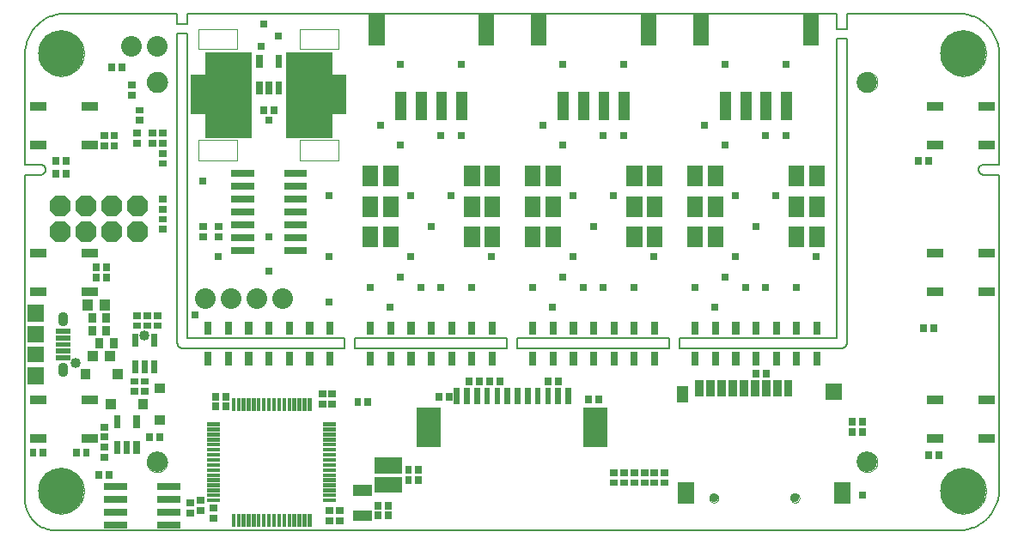
<source format=gts>
G75*
%MOIN*%
%OFA0B0*%
%FSLAX24Y24*%
%IPPOS*%
%LPD*%
%AMOC8*
5,1,8,0,0,1.08239X$1,22.5*
%
%ADD10C,0.0050*%
%ADD11C,0.0000*%
%ADD12C,0.1780*%
%ADD13C,0.0016*%
%ADD14C,0.0017*%
%ADD15C,0.0017*%
%ADD16C,0.0015*%
%ADD17C,0.0015*%
%ADD18C,0.0795*%
%ADD19C,0.0017*%
%ADD20C,0.0286*%
%ADD21C,0.0019*%
%ADD22C,0.0018*%
%ADD23C,0.0016*%
%ADD24C,0.0018*%
%ADD25C,0.0358*%
%ADD26C,0.0016*%
%ADD27C,0.0014*%
%ADD28C,0.0016*%
%ADD29C,0.0015*%
%ADD30R,0.0945X0.1575*%
%ADD31C,0.0802*%
%ADD32C,0.0017*%
%ADD33C,0.0018*%
%ADD34C,0.0039*%
%ADD35R,0.0630X0.1575*%
%ADD36OC8,0.0802*%
%ADD37C,0.0016*%
%ADD38C,0.0402*%
%ADD39R,0.0283X0.0283*%
D10*
X005787Y006405D02*
X005787Y019043D01*
X006417Y019043D01*
X006442Y019048D01*
X006466Y019056D01*
X006488Y019067D01*
X006509Y019082D01*
X006528Y019099D01*
X006544Y019119D01*
X006556Y019141D01*
X006566Y019164D01*
X006572Y019189D01*
X006575Y019214D01*
X006574Y019240D01*
X006574Y019239D02*
X006575Y019265D01*
X006572Y019290D01*
X006566Y019315D01*
X006556Y019338D01*
X006544Y019360D01*
X006528Y019380D01*
X006509Y019397D01*
X006488Y019412D01*
X006466Y019423D01*
X006442Y019431D01*
X006417Y019436D01*
X006417Y019437D02*
X005787Y019437D01*
X005787Y023728D01*
X005789Y023805D01*
X005795Y023882D01*
X005804Y023959D01*
X005817Y024035D01*
X005834Y024111D01*
X005855Y024185D01*
X005879Y024259D01*
X005907Y024331D01*
X005938Y024401D01*
X005973Y024470D01*
X006011Y024538D01*
X006052Y024603D01*
X006097Y024666D01*
X006145Y024727D01*
X006195Y024786D01*
X006248Y024842D01*
X006304Y024895D01*
X006363Y024945D01*
X006424Y024993D01*
X006487Y025038D01*
X006552Y025079D01*
X006620Y025117D01*
X006689Y025152D01*
X006759Y025183D01*
X006831Y025211D01*
X006905Y025235D01*
X006979Y025256D01*
X007055Y025273D01*
X007131Y025286D01*
X007208Y025295D01*
X007285Y025301D01*
X007362Y025303D01*
X011693Y025303D01*
X011693Y024909D01*
X012086Y024909D01*
X012086Y025303D01*
X037283Y025303D01*
X037283Y024712D01*
X037677Y024712D01*
X037677Y025303D01*
X042008Y025303D01*
X042085Y025301D01*
X042162Y025295D01*
X042239Y025286D01*
X042315Y025273D01*
X042391Y025256D01*
X042465Y025235D01*
X042539Y025211D01*
X042611Y025183D01*
X042681Y025152D01*
X042750Y025117D01*
X042818Y025079D01*
X042883Y025038D01*
X042946Y024993D01*
X043007Y024945D01*
X043066Y024895D01*
X043122Y024842D01*
X043175Y024786D01*
X043225Y024727D01*
X043273Y024666D01*
X043318Y024603D01*
X043359Y024538D01*
X043397Y024470D01*
X043432Y024401D01*
X043463Y024331D01*
X043491Y024259D01*
X043515Y024185D01*
X043536Y024111D01*
X043553Y024035D01*
X043566Y023959D01*
X043575Y023882D01*
X043581Y023805D01*
X043583Y023728D01*
X043582Y023728D02*
X043582Y019437D01*
X042952Y019437D01*
X042952Y019436D02*
X042927Y019431D01*
X042903Y019423D01*
X042881Y019412D01*
X042860Y019397D01*
X042841Y019380D01*
X042825Y019360D01*
X042813Y019338D01*
X042803Y019315D01*
X042797Y019290D01*
X042794Y019265D01*
X042795Y019239D01*
X042795Y019240D02*
X042794Y019214D01*
X042797Y019189D01*
X042803Y019164D01*
X042813Y019141D01*
X042825Y019119D01*
X042841Y019099D01*
X042860Y019082D01*
X042881Y019067D01*
X042903Y019056D01*
X042927Y019048D01*
X042952Y019043D01*
X043582Y019043D01*
X043582Y006799D01*
X043583Y006799D02*
X043581Y006722D01*
X043575Y006645D01*
X043566Y006568D01*
X043553Y006492D01*
X043536Y006416D01*
X043515Y006342D01*
X043491Y006268D01*
X043463Y006196D01*
X043432Y006126D01*
X043397Y006057D01*
X043359Y005989D01*
X043318Y005924D01*
X043273Y005861D01*
X043225Y005800D01*
X043175Y005741D01*
X043122Y005685D01*
X043066Y005632D01*
X043007Y005582D01*
X042946Y005534D01*
X042883Y005489D01*
X042818Y005448D01*
X042750Y005410D01*
X042681Y005375D01*
X042611Y005344D01*
X042539Y005316D01*
X042465Y005292D01*
X042391Y005271D01*
X042315Y005254D01*
X042239Y005241D01*
X042162Y005232D01*
X042085Y005226D01*
X042008Y005224D01*
X006968Y005224D01*
X006902Y005226D01*
X006836Y005231D01*
X006770Y005241D01*
X006705Y005254D01*
X006641Y005270D01*
X006578Y005290D01*
X006516Y005314D01*
X006456Y005341D01*
X006397Y005371D01*
X006340Y005405D01*
X006285Y005442D01*
X006232Y005482D01*
X006181Y005524D01*
X006133Y005570D01*
X006087Y005618D01*
X006045Y005669D01*
X006005Y005722D01*
X005968Y005777D01*
X005934Y005834D01*
X005904Y005893D01*
X005877Y005953D01*
X005853Y006015D01*
X005833Y006078D01*
X005817Y006142D01*
X005804Y006207D01*
X005794Y006273D01*
X005789Y006339D01*
X005787Y006405D01*
X011693Y012507D02*
X011693Y024515D01*
X012086Y024515D01*
X012086Y012704D01*
X018189Y012704D01*
X018189Y012311D01*
X011889Y012311D01*
X011889Y012310D02*
X011863Y012312D01*
X011838Y012317D01*
X011814Y012325D01*
X011791Y012336D01*
X011769Y012351D01*
X011750Y012368D01*
X011733Y012387D01*
X011718Y012409D01*
X011707Y012432D01*
X011699Y012456D01*
X011694Y012481D01*
X011692Y012507D01*
X018582Y012311D02*
X018582Y012704D01*
X024488Y012704D01*
X024488Y012311D01*
X018582Y012311D01*
X024882Y012311D02*
X024882Y012704D01*
X030787Y012704D01*
X030787Y012311D01*
X024882Y012311D01*
X031181Y012311D02*
X031181Y012704D01*
X037283Y012704D01*
X037283Y024319D01*
X037677Y024319D01*
X037677Y012507D01*
X037675Y012481D01*
X037670Y012456D01*
X037662Y012432D01*
X037651Y012409D01*
X037636Y012387D01*
X037619Y012368D01*
X037600Y012351D01*
X037579Y012336D01*
X037555Y012325D01*
X037531Y012317D01*
X037506Y012312D01*
X037480Y012310D01*
X037480Y012311D02*
X031181Y012311D01*
D11*
X032336Y006481D02*
X032338Y006507D01*
X032344Y006533D01*
X032353Y006557D01*
X032366Y006580D01*
X032383Y006600D01*
X032402Y006618D01*
X032424Y006633D01*
X032447Y006644D01*
X032472Y006652D01*
X032498Y006656D01*
X032524Y006656D01*
X032550Y006652D01*
X032575Y006644D01*
X032599Y006633D01*
X032620Y006618D01*
X032639Y006600D01*
X032656Y006580D01*
X032669Y006557D01*
X032678Y006533D01*
X032684Y006507D01*
X032686Y006481D01*
X032684Y006455D01*
X032678Y006429D01*
X032669Y006405D01*
X032656Y006382D01*
X032639Y006362D01*
X032620Y006344D01*
X032598Y006329D01*
X032575Y006318D01*
X032550Y006310D01*
X032524Y006306D01*
X032498Y006306D01*
X032472Y006310D01*
X032447Y006318D01*
X032423Y006329D01*
X032402Y006344D01*
X032383Y006362D01*
X032366Y006382D01*
X032353Y006405D01*
X032344Y006429D01*
X032338Y006455D01*
X032336Y006481D01*
X035486Y006481D02*
X035488Y006507D01*
X035494Y006533D01*
X035503Y006557D01*
X035516Y006580D01*
X035533Y006600D01*
X035552Y006618D01*
X035574Y006633D01*
X035597Y006644D01*
X035622Y006652D01*
X035648Y006656D01*
X035674Y006656D01*
X035700Y006652D01*
X035725Y006644D01*
X035749Y006633D01*
X035770Y006618D01*
X035789Y006600D01*
X035806Y006580D01*
X035819Y006557D01*
X035828Y006533D01*
X035834Y006507D01*
X035836Y006481D01*
X035834Y006455D01*
X035828Y006429D01*
X035819Y006405D01*
X035806Y006382D01*
X035789Y006362D01*
X035770Y006344D01*
X035748Y006329D01*
X035725Y006318D01*
X035700Y006310D01*
X035674Y006306D01*
X035648Y006306D01*
X035622Y006310D01*
X035597Y006318D01*
X035573Y006329D01*
X035552Y006344D01*
X035533Y006362D01*
X035516Y006382D01*
X035503Y006405D01*
X035494Y006429D01*
X035488Y006455D01*
X035486Y006481D01*
X038070Y007881D02*
X038072Y007920D01*
X038078Y007959D01*
X038088Y007997D01*
X038101Y008034D01*
X038118Y008069D01*
X038138Y008103D01*
X038162Y008134D01*
X038189Y008163D01*
X038218Y008189D01*
X038250Y008212D01*
X038284Y008232D01*
X038320Y008248D01*
X038357Y008260D01*
X038396Y008269D01*
X038435Y008274D01*
X038474Y008275D01*
X038513Y008272D01*
X038552Y008265D01*
X038589Y008254D01*
X038626Y008240D01*
X038661Y008222D01*
X038694Y008201D01*
X038725Y008176D01*
X038753Y008149D01*
X038778Y008119D01*
X038800Y008086D01*
X038819Y008052D01*
X038834Y008016D01*
X038846Y007978D01*
X038854Y007940D01*
X038858Y007901D01*
X038858Y007861D01*
X038854Y007822D01*
X038846Y007784D01*
X038834Y007746D01*
X038819Y007710D01*
X038800Y007676D01*
X038778Y007643D01*
X038753Y007613D01*
X038725Y007586D01*
X038694Y007561D01*
X038661Y007540D01*
X038626Y007522D01*
X038589Y007508D01*
X038552Y007497D01*
X038513Y007490D01*
X038474Y007487D01*
X038435Y007488D01*
X038396Y007493D01*
X038357Y007502D01*
X038320Y007514D01*
X038284Y007530D01*
X038250Y007550D01*
X038218Y007573D01*
X038189Y007599D01*
X038162Y007628D01*
X038138Y007659D01*
X038118Y007693D01*
X038101Y007728D01*
X038088Y007765D01*
X038078Y007803D01*
X038072Y007842D01*
X038070Y007881D01*
X041299Y006763D02*
X041301Y006822D01*
X041307Y006881D01*
X041317Y006939D01*
X041330Y006997D01*
X041348Y007054D01*
X041369Y007109D01*
X041394Y007163D01*
X041423Y007215D01*
X041455Y007264D01*
X041490Y007312D01*
X041528Y007357D01*
X041569Y007400D01*
X041613Y007440D01*
X041659Y007476D01*
X041708Y007510D01*
X041759Y007540D01*
X041812Y007567D01*
X041867Y007590D01*
X041922Y007609D01*
X041980Y007625D01*
X042038Y007637D01*
X042096Y007645D01*
X042155Y007649D01*
X042215Y007649D01*
X042274Y007645D01*
X042332Y007637D01*
X042390Y007625D01*
X042448Y007609D01*
X042503Y007590D01*
X042558Y007567D01*
X042611Y007540D01*
X042662Y007510D01*
X042711Y007476D01*
X042757Y007440D01*
X042801Y007400D01*
X042842Y007357D01*
X042880Y007312D01*
X042915Y007264D01*
X042947Y007215D01*
X042976Y007163D01*
X043001Y007109D01*
X043022Y007054D01*
X043040Y006997D01*
X043053Y006939D01*
X043063Y006881D01*
X043069Y006822D01*
X043071Y006763D01*
X043069Y006704D01*
X043063Y006645D01*
X043053Y006587D01*
X043040Y006529D01*
X043022Y006472D01*
X043001Y006417D01*
X042976Y006363D01*
X042947Y006311D01*
X042915Y006262D01*
X042880Y006214D01*
X042842Y006169D01*
X042801Y006126D01*
X042757Y006086D01*
X042711Y006050D01*
X042662Y006016D01*
X042611Y005986D01*
X042558Y005959D01*
X042503Y005936D01*
X042448Y005917D01*
X042390Y005901D01*
X042332Y005889D01*
X042274Y005881D01*
X042215Y005877D01*
X042155Y005877D01*
X042096Y005881D01*
X042038Y005889D01*
X041980Y005901D01*
X041922Y005917D01*
X041867Y005936D01*
X041812Y005959D01*
X041759Y005986D01*
X041708Y006016D01*
X041659Y006050D01*
X041613Y006086D01*
X041569Y006126D01*
X041528Y006169D01*
X041490Y006214D01*
X041455Y006262D01*
X041423Y006311D01*
X041394Y006363D01*
X041369Y006417D01*
X041348Y006472D01*
X041330Y006529D01*
X041317Y006587D01*
X041307Y006645D01*
X041301Y006704D01*
X041299Y006763D01*
X038070Y022645D02*
X038072Y022684D01*
X038078Y022723D01*
X038088Y022761D01*
X038101Y022798D01*
X038118Y022833D01*
X038138Y022867D01*
X038162Y022898D01*
X038189Y022927D01*
X038218Y022953D01*
X038250Y022976D01*
X038284Y022996D01*
X038320Y023012D01*
X038357Y023024D01*
X038396Y023033D01*
X038435Y023038D01*
X038474Y023039D01*
X038513Y023036D01*
X038552Y023029D01*
X038589Y023018D01*
X038626Y023004D01*
X038661Y022986D01*
X038694Y022965D01*
X038725Y022940D01*
X038753Y022913D01*
X038778Y022883D01*
X038800Y022850D01*
X038819Y022816D01*
X038834Y022780D01*
X038846Y022742D01*
X038854Y022704D01*
X038858Y022665D01*
X038858Y022625D01*
X038854Y022586D01*
X038846Y022548D01*
X038834Y022510D01*
X038819Y022474D01*
X038800Y022440D01*
X038778Y022407D01*
X038753Y022377D01*
X038725Y022350D01*
X038694Y022325D01*
X038661Y022304D01*
X038626Y022286D01*
X038589Y022272D01*
X038552Y022261D01*
X038513Y022254D01*
X038474Y022251D01*
X038435Y022252D01*
X038396Y022257D01*
X038357Y022266D01*
X038320Y022278D01*
X038284Y022294D01*
X038250Y022314D01*
X038218Y022337D01*
X038189Y022363D01*
X038162Y022392D01*
X038138Y022423D01*
X038118Y022457D01*
X038101Y022492D01*
X038088Y022529D01*
X038078Y022567D01*
X038072Y022606D01*
X038070Y022645D01*
X041299Y023763D02*
X041301Y023822D01*
X041307Y023881D01*
X041317Y023939D01*
X041330Y023997D01*
X041348Y024054D01*
X041369Y024109D01*
X041394Y024163D01*
X041423Y024215D01*
X041455Y024264D01*
X041490Y024312D01*
X041528Y024357D01*
X041569Y024400D01*
X041613Y024440D01*
X041659Y024476D01*
X041708Y024510D01*
X041759Y024540D01*
X041812Y024567D01*
X041867Y024590D01*
X041922Y024609D01*
X041980Y024625D01*
X042038Y024637D01*
X042096Y024645D01*
X042155Y024649D01*
X042215Y024649D01*
X042274Y024645D01*
X042332Y024637D01*
X042390Y024625D01*
X042448Y024609D01*
X042503Y024590D01*
X042558Y024567D01*
X042611Y024540D01*
X042662Y024510D01*
X042711Y024476D01*
X042757Y024440D01*
X042801Y024400D01*
X042842Y024357D01*
X042880Y024312D01*
X042915Y024264D01*
X042947Y024215D01*
X042976Y024163D01*
X043001Y024109D01*
X043022Y024054D01*
X043040Y023997D01*
X043053Y023939D01*
X043063Y023881D01*
X043069Y023822D01*
X043071Y023763D01*
X043069Y023704D01*
X043063Y023645D01*
X043053Y023587D01*
X043040Y023529D01*
X043022Y023472D01*
X043001Y023417D01*
X042976Y023363D01*
X042947Y023311D01*
X042915Y023262D01*
X042880Y023214D01*
X042842Y023169D01*
X042801Y023126D01*
X042757Y023086D01*
X042711Y023050D01*
X042662Y023016D01*
X042611Y022986D01*
X042558Y022959D01*
X042503Y022936D01*
X042448Y022917D01*
X042390Y022901D01*
X042332Y022889D01*
X042274Y022881D01*
X042215Y022877D01*
X042155Y022877D01*
X042096Y022881D01*
X042038Y022889D01*
X041980Y022901D01*
X041922Y022917D01*
X041867Y022936D01*
X041812Y022959D01*
X041759Y022986D01*
X041708Y023016D01*
X041659Y023050D01*
X041613Y023086D01*
X041569Y023126D01*
X041528Y023169D01*
X041490Y023214D01*
X041455Y023262D01*
X041423Y023311D01*
X041394Y023363D01*
X041369Y023417D01*
X041348Y023472D01*
X041330Y023529D01*
X041317Y023587D01*
X041307Y023645D01*
X041301Y023704D01*
X041299Y023763D01*
X010511Y022645D02*
X010513Y022684D01*
X010519Y022723D01*
X010529Y022761D01*
X010542Y022798D01*
X010559Y022833D01*
X010579Y022867D01*
X010603Y022898D01*
X010630Y022927D01*
X010659Y022953D01*
X010691Y022976D01*
X010725Y022996D01*
X010761Y023012D01*
X010798Y023024D01*
X010837Y023033D01*
X010876Y023038D01*
X010915Y023039D01*
X010954Y023036D01*
X010993Y023029D01*
X011030Y023018D01*
X011067Y023004D01*
X011102Y022986D01*
X011135Y022965D01*
X011166Y022940D01*
X011194Y022913D01*
X011219Y022883D01*
X011241Y022850D01*
X011260Y022816D01*
X011275Y022780D01*
X011287Y022742D01*
X011295Y022704D01*
X011299Y022665D01*
X011299Y022625D01*
X011295Y022586D01*
X011287Y022548D01*
X011275Y022510D01*
X011260Y022474D01*
X011241Y022440D01*
X011219Y022407D01*
X011194Y022377D01*
X011166Y022350D01*
X011135Y022325D01*
X011102Y022304D01*
X011067Y022286D01*
X011030Y022272D01*
X010993Y022261D01*
X010954Y022254D01*
X010915Y022251D01*
X010876Y022252D01*
X010837Y022257D01*
X010798Y022266D01*
X010761Y022278D01*
X010725Y022294D01*
X010691Y022314D01*
X010659Y022337D01*
X010630Y022363D01*
X010603Y022392D01*
X010579Y022423D01*
X010559Y022457D01*
X010542Y022492D01*
X010529Y022529D01*
X010519Y022567D01*
X010513Y022606D01*
X010511Y022645D01*
X006299Y023763D02*
X006301Y023822D01*
X006307Y023881D01*
X006317Y023939D01*
X006330Y023997D01*
X006348Y024054D01*
X006369Y024109D01*
X006394Y024163D01*
X006423Y024215D01*
X006455Y024264D01*
X006490Y024312D01*
X006528Y024357D01*
X006569Y024400D01*
X006613Y024440D01*
X006659Y024476D01*
X006708Y024510D01*
X006759Y024540D01*
X006812Y024567D01*
X006867Y024590D01*
X006922Y024609D01*
X006980Y024625D01*
X007038Y024637D01*
X007096Y024645D01*
X007155Y024649D01*
X007215Y024649D01*
X007274Y024645D01*
X007332Y024637D01*
X007390Y024625D01*
X007448Y024609D01*
X007503Y024590D01*
X007558Y024567D01*
X007611Y024540D01*
X007662Y024510D01*
X007711Y024476D01*
X007757Y024440D01*
X007801Y024400D01*
X007842Y024357D01*
X007880Y024312D01*
X007915Y024264D01*
X007947Y024215D01*
X007976Y024163D01*
X008001Y024109D01*
X008022Y024054D01*
X008040Y023997D01*
X008053Y023939D01*
X008063Y023881D01*
X008069Y023822D01*
X008071Y023763D01*
X008069Y023704D01*
X008063Y023645D01*
X008053Y023587D01*
X008040Y023529D01*
X008022Y023472D01*
X008001Y023417D01*
X007976Y023363D01*
X007947Y023311D01*
X007915Y023262D01*
X007880Y023214D01*
X007842Y023169D01*
X007801Y023126D01*
X007757Y023086D01*
X007711Y023050D01*
X007662Y023016D01*
X007611Y022986D01*
X007558Y022959D01*
X007503Y022936D01*
X007448Y022917D01*
X007390Y022901D01*
X007332Y022889D01*
X007274Y022881D01*
X007215Y022877D01*
X007155Y022877D01*
X007096Y022881D01*
X007038Y022889D01*
X006980Y022901D01*
X006922Y022917D01*
X006867Y022936D01*
X006812Y022959D01*
X006759Y022986D01*
X006708Y023016D01*
X006659Y023050D01*
X006613Y023086D01*
X006569Y023126D01*
X006528Y023169D01*
X006490Y023214D01*
X006455Y023262D01*
X006423Y023311D01*
X006394Y023363D01*
X006369Y023417D01*
X006348Y023472D01*
X006330Y023529D01*
X006317Y023587D01*
X006307Y023645D01*
X006301Y023704D01*
X006299Y023763D01*
X010511Y007881D02*
X010513Y007920D01*
X010519Y007959D01*
X010529Y007997D01*
X010542Y008034D01*
X010559Y008069D01*
X010579Y008103D01*
X010603Y008134D01*
X010630Y008163D01*
X010659Y008189D01*
X010691Y008212D01*
X010725Y008232D01*
X010761Y008248D01*
X010798Y008260D01*
X010837Y008269D01*
X010876Y008274D01*
X010915Y008275D01*
X010954Y008272D01*
X010993Y008265D01*
X011030Y008254D01*
X011067Y008240D01*
X011102Y008222D01*
X011135Y008201D01*
X011166Y008176D01*
X011194Y008149D01*
X011219Y008119D01*
X011241Y008086D01*
X011260Y008052D01*
X011275Y008016D01*
X011287Y007978D01*
X011295Y007940D01*
X011299Y007901D01*
X011299Y007861D01*
X011295Y007822D01*
X011287Y007784D01*
X011275Y007746D01*
X011260Y007710D01*
X011241Y007676D01*
X011219Y007643D01*
X011194Y007613D01*
X011166Y007586D01*
X011135Y007561D01*
X011102Y007540D01*
X011067Y007522D01*
X011030Y007508D01*
X010993Y007497D01*
X010954Y007490D01*
X010915Y007487D01*
X010876Y007488D01*
X010837Y007493D01*
X010798Y007502D01*
X010761Y007514D01*
X010725Y007530D01*
X010691Y007550D01*
X010659Y007573D01*
X010630Y007599D01*
X010603Y007628D01*
X010579Y007659D01*
X010559Y007693D01*
X010542Y007728D01*
X010529Y007765D01*
X010519Y007803D01*
X010513Y007842D01*
X010511Y007881D01*
X006299Y006763D02*
X006301Y006822D01*
X006307Y006881D01*
X006317Y006939D01*
X006330Y006997D01*
X006348Y007054D01*
X006369Y007109D01*
X006394Y007163D01*
X006423Y007215D01*
X006455Y007264D01*
X006490Y007312D01*
X006528Y007357D01*
X006569Y007400D01*
X006613Y007440D01*
X006659Y007476D01*
X006708Y007510D01*
X006759Y007540D01*
X006812Y007567D01*
X006867Y007590D01*
X006922Y007609D01*
X006980Y007625D01*
X007038Y007637D01*
X007096Y007645D01*
X007155Y007649D01*
X007215Y007649D01*
X007274Y007645D01*
X007332Y007637D01*
X007390Y007625D01*
X007448Y007609D01*
X007503Y007590D01*
X007558Y007567D01*
X007611Y007540D01*
X007662Y007510D01*
X007711Y007476D01*
X007757Y007440D01*
X007801Y007400D01*
X007842Y007357D01*
X007880Y007312D01*
X007915Y007264D01*
X007947Y007215D01*
X007976Y007163D01*
X008001Y007109D01*
X008022Y007054D01*
X008040Y006997D01*
X008053Y006939D01*
X008063Y006881D01*
X008069Y006822D01*
X008071Y006763D01*
X008069Y006704D01*
X008063Y006645D01*
X008053Y006587D01*
X008040Y006529D01*
X008022Y006472D01*
X008001Y006417D01*
X007976Y006363D01*
X007947Y006311D01*
X007915Y006262D01*
X007880Y006214D01*
X007842Y006169D01*
X007801Y006126D01*
X007757Y006086D01*
X007711Y006050D01*
X007662Y006016D01*
X007611Y005986D01*
X007558Y005959D01*
X007503Y005936D01*
X007448Y005917D01*
X007390Y005901D01*
X007332Y005889D01*
X007274Y005881D01*
X007215Y005877D01*
X007155Y005877D01*
X007096Y005881D01*
X007038Y005889D01*
X006980Y005901D01*
X006922Y005917D01*
X006867Y005936D01*
X006812Y005959D01*
X006759Y005986D01*
X006708Y006016D01*
X006659Y006050D01*
X006613Y006086D01*
X006569Y006126D01*
X006528Y006169D01*
X006490Y006214D01*
X006455Y006262D01*
X006423Y006311D01*
X006394Y006363D01*
X006369Y006417D01*
X006348Y006472D01*
X006330Y006529D01*
X006317Y006587D01*
X006307Y006645D01*
X006301Y006704D01*
X006299Y006763D01*
D12*
X007185Y006763D03*
X007185Y023763D03*
X042185Y023763D03*
X042185Y006763D03*
D13*
X015714Y022197D02*
X015506Y022197D01*
X015506Y022661D01*
X015714Y022661D01*
X015714Y022197D01*
X015714Y022212D02*
X015506Y022212D01*
X015506Y022227D02*
X015714Y022227D01*
X015714Y022242D02*
X015506Y022242D01*
X015506Y022257D02*
X015714Y022257D01*
X015714Y022272D02*
X015506Y022272D01*
X015506Y022287D02*
X015714Y022287D01*
X015714Y022302D02*
X015506Y022302D01*
X015506Y022317D02*
X015714Y022317D01*
X015714Y022332D02*
X015506Y022332D01*
X015506Y022347D02*
X015714Y022347D01*
X015714Y022362D02*
X015506Y022362D01*
X015506Y022377D02*
X015714Y022377D01*
X015714Y022392D02*
X015506Y022392D01*
X015506Y022407D02*
X015714Y022407D01*
X015714Y022422D02*
X015506Y022422D01*
X015506Y022437D02*
X015714Y022437D01*
X015714Y022452D02*
X015506Y022452D01*
X015506Y022467D02*
X015714Y022467D01*
X015714Y022482D02*
X015506Y022482D01*
X015506Y022497D02*
X015714Y022497D01*
X015714Y022512D02*
X015506Y022512D01*
X015506Y022527D02*
X015714Y022527D01*
X015714Y022542D02*
X015506Y022542D01*
X015506Y022557D02*
X015714Y022557D01*
X015714Y022572D02*
X015506Y022572D01*
X015506Y022587D02*
X015714Y022587D01*
X015714Y022602D02*
X015506Y022602D01*
X015506Y022617D02*
X015714Y022617D01*
X015714Y022632D02*
X015506Y022632D01*
X015506Y022647D02*
X015714Y022647D01*
X015340Y022197D02*
X015132Y022197D01*
X015132Y022661D01*
X015340Y022661D01*
X015340Y022197D01*
X015340Y022212D02*
X015132Y022212D01*
X015132Y022227D02*
X015340Y022227D01*
X015340Y022242D02*
X015132Y022242D01*
X015132Y022257D02*
X015340Y022257D01*
X015340Y022272D02*
X015132Y022272D01*
X015132Y022287D02*
X015340Y022287D01*
X015340Y022302D02*
X015132Y022302D01*
X015132Y022317D02*
X015340Y022317D01*
X015340Y022332D02*
X015132Y022332D01*
X015132Y022347D02*
X015340Y022347D01*
X015340Y022362D02*
X015132Y022362D01*
X015132Y022377D02*
X015340Y022377D01*
X015340Y022392D02*
X015132Y022392D01*
X015132Y022407D02*
X015340Y022407D01*
X015340Y022422D02*
X015132Y022422D01*
X015132Y022437D02*
X015340Y022437D01*
X015340Y022452D02*
X015132Y022452D01*
X015132Y022467D02*
X015340Y022467D01*
X015340Y022482D02*
X015132Y022482D01*
X015132Y022497D02*
X015340Y022497D01*
X015340Y022512D02*
X015132Y022512D01*
X015132Y022527D02*
X015340Y022527D01*
X015340Y022542D02*
X015132Y022542D01*
X015132Y022557D02*
X015340Y022557D01*
X015340Y022572D02*
X015132Y022572D01*
X015132Y022587D02*
X015340Y022587D01*
X015340Y022602D02*
X015132Y022602D01*
X015132Y022617D02*
X015340Y022617D01*
X015340Y022632D02*
X015132Y022632D01*
X015132Y022647D02*
X015340Y022647D01*
X014966Y022197D02*
X014758Y022197D01*
X014758Y022661D01*
X014966Y022661D01*
X014966Y022197D01*
X014966Y022212D02*
X014758Y022212D01*
X014758Y022227D02*
X014966Y022227D01*
X014966Y022242D02*
X014758Y022242D01*
X014758Y022257D02*
X014966Y022257D01*
X014966Y022272D02*
X014758Y022272D01*
X014758Y022287D02*
X014966Y022287D01*
X014966Y022302D02*
X014758Y022302D01*
X014758Y022317D02*
X014966Y022317D01*
X014966Y022332D02*
X014758Y022332D01*
X014758Y022347D02*
X014966Y022347D01*
X014966Y022362D02*
X014758Y022362D01*
X014758Y022377D02*
X014966Y022377D01*
X014966Y022392D02*
X014758Y022392D01*
X014758Y022407D02*
X014966Y022407D01*
X014966Y022422D02*
X014758Y022422D01*
X014758Y022437D02*
X014966Y022437D01*
X014966Y022452D02*
X014758Y022452D01*
X014758Y022467D02*
X014966Y022467D01*
X014966Y022482D02*
X014758Y022482D01*
X014758Y022497D02*
X014966Y022497D01*
X014966Y022512D02*
X014758Y022512D01*
X014758Y022527D02*
X014966Y022527D01*
X014966Y022542D02*
X014758Y022542D01*
X014758Y022557D02*
X014966Y022557D01*
X014966Y022572D02*
X014758Y022572D01*
X014758Y022587D02*
X014966Y022587D01*
X014966Y022602D02*
X014758Y022602D01*
X014758Y022617D02*
X014966Y022617D01*
X014966Y022632D02*
X014758Y022632D01*
X014758Y022647D02*
X014966Y022647D01*
X014966Y023220D02*
X014758Y023220D01*
X014758Y023684D01*
X014966Y023684D01*
X014966Y023220D01*
X014966Y023235D02*
X014758Y023235D01*
X014758Y023250D02*
X014966Y023250D01*
X014966Y023265D02*
X014758Y023265D01*
X014758Y023280D02*
X014966Y023280D01*
X014966Y023295D02*
X014758Y023295D01*
X014758Y023310D02*
X014966Y023310D01*
X014966Y023325D02*
X014758Y023325D01*
X014758Y023340D02*
X014966Y023340D01*
X014966Y023355D02*
X014758Y023355D01*
X014758Y023370D02*
X014966Y023370D01*
X014966Y023385D02*
X014758Y023385D01*
X014758Y023400D02*
X014966Y023400D01*
X014966Y023415D02*
X014758Y023415D01*
X014758Y023430D02*
X014966Y023430D01*
X014966Y023445D02*
X014758Y023445D01*
X014758Y023460D02*
X014966Y023460D01*
X014966Y023475D02*
X014758Y023475D01*
X014758Y023490D02*
X014966Y023490D01*
X014966Y023505D02*
X014758Y023505D01*
X014758Y023520D02*
X014966Y023520D01*
X014966Y023535D02*
X014758Y023535D01*
X014758Y023550D02*
X014966Y023550D01*
X014966Y023565D02*
X014758Y023565D01*
X014758Y023580D02*
X014966Y023580D01*
X014966Y023595D02*
X014758Y023595D01*
X014758Y023610D02*
X014966Y023610D01*
X014966Y023625D02*
X014758Y023625D01*
X014758Y023640D02*
X014966Y023640D01*
X014966Y023655D02*
X014758Y023655D01*
X014758Y023670D02*
X014966Y023670D01*
X015506Y023220D02*
X015714Y023220D01*
X015506Y023220D02*
X015506Y023684D01*
X015714Y023684D01*
X015714Y023220D01*
X015714Y023235D02*
X015506Y023235D01*
X015506Y023250D02*
X015714Y023250D01*
X015714Y023265D02*
X015506Y023265D01*
X015506Y023280D02*
X015714Y023280D01*
X015714Y023295D02*
X015506Y023295D01*
X015506Y023310D02*
X015714Y023310D01*
X015714Y023325D02*
X015506Y023325D01*
X015506Y023340D02*
X015714Y023340D01*
X015714Y023355D02*
X015506Y023355D01*
X015506Y023370D02*
X015714Y023370D01*
X015714Y023385D02*
X015506Y023385D01*
X015506Y023400D02*
X015714Y023400D01*
X015714Y023415D02*
X015506Y023415D01*
X015506Y023430D02*
X015714Y023430D01*
X015714Y023445D02*
X015506Y023445D01*
X015506Y023460D02*
X015714Y023460D01*
X015714Y023475D02*
X015506Y023475D01*
X015506Y023490D02*
X015714Y023490D01*
X015714Y023505D02*
X015506Y023505D01*
X015506Y023520D02*
X015714Y023520D01*
X015714Y023535D02*
X015506Y023535D01*
X015506Y023550D02*
X015714Y023550D01*
X015714Y023565D02*
X015506Y023565D01*
X015506Y023580D02*
X015714Y023580D01*
X015714Y023595D02*
X015506Y023595D01*
X015506Y023610D02*
X015714Y023610D01*
X015714Y023625D02*
X015506Y023625D01*
X015506Y023640D02*
X015714Y023640D01*
X015714Y023655D02*
X015506Y023655D01*
X015506Y023670D02*
X015714Y023670D01*
X010891Y012394D02*
X010683Y012394D01*
X010683Y012858D01*
X010891Y012858D01*
X010891Y012394D01*
X010891Y012409D02*
X010683Y012409D01*
X010683Y012424D02*
X010891Y012424D01*
X010891Y012439D02*
X010683Y012439D01*
X010683Y012454D02*
X010891Y012454D01*
X010891Y012469D02*
X010683Y012469D01*
X010683Y012484D02*
X010891Y012484D01*
X010891Y012499D02*
X010683Y012499D01*
X010683Y012514D02*
X010891Y012514D01*
X010891Y012529D02*
X010683Y012529D01*
X010683Y012544D02*
X010891Y012544D01*
X010891Y012559D02*
X010683Y012559D01*
X010683Y012574D02*
X010891Y012574D01*
X010891Y012589D02*
X010683Y012589D01*
X010683Y012604D02*
X010891Y012604D01*
X010891Y012619D02*
X010683Y012619D01*
X010683Y012634D02*
X010891Y012634D01*
X010891Y012649D02*
X010683Y012649D01*
X010683Y012664D02*
X010891Y012664D01*
X010891Y012679D02*
X010683Y012679D01*
X010683Y012694D02*
X010891Y012694D01*
X010891Y012709D02*
X010683Y012709D01*
X010683Y012724D02*
X010891Y012724D01*
X010891Y012739D02*
X010683Y012739D01*
X010683Y012754D02*
X010891Y012754D01*
X010891Y012769D02*
X010683Y012769D01*
X010683Y012784D02*
X010891Y012784D01*
X010891Y012799D02*
X010683Y012799D01*
X010683Y012814D02*
X010891Y012814D01*
X010891Y012829D02*
X010683Y012829D01*
X010683Y012844D02*
X010891Y012844D01*
X010143Y012394D02*
X009935Y012394D01*
X009935Y012858D01*
X010143Y012858D01*
X010143Y012394D01*
X010143Y012409D02*
X009935Y012409D01*
X009935Y012424D02*
X010143Y012424D01*
X010143Y012439D02*
X009935Y012439D01*
X009935Y012454D02*
X010143Y012454D01*
X010143Y012469D02*
X009935Y012469D01*
X009935Y012484D02*
X010143Y012484D01*
X010143Y012499D02*
X009935Y012499D01*
X009935Y012514D02*
X010143Y012514D01*
X010143Y012529D02*
X009935Y012529D01*
X009935Y012544D02*
X010143Y012544D01*
X010143Y012559D02*
X009935Y012559D01*
X009935Y012574D02*
X010143Y012574D01*
X010143Y012589D02*
X009935Y012589D01*
X009935Y012604D02*
X010143Y012604D01*
X010143Y012619D02*
X009935Y012619D01*
X009935Y012634D02*
X010143Y012634D01*
X010143Y012649D02*
X009935Y012649D01*
X009935Y012664D02*
X010143Y012664D01*
X010143Y012679D02*
X009935Y012679D01*
X009935Y012694D02*
X010143Y012694D01*
X010143Y012709D02*
X009935Y012709D01*
X009935Y012724D02*
X010143Y012724D01*
X010143Y012739D02*
X009935Y012739D01*
X009935Y012754D02*
X010143Y012754D01*
X010143Y012769D02*
X009935Y012769D01*
X009935Y012784D02*
X010143Y012784D01*
X010143Y012799D02*
X009935Y012799D01*
X009935Y012814D02*
X010143Y012814D01*
X010143Y012829D02*
X009935Y012829D01*
X009935Y012844D02*
X010143Y012844D01*
X010143Y011370D02*
X009935Y011370D01*
X009935Y011834D01*
X010143Y011834D01*
X010143Y011370D01*
X010143Y011385D02*
X009935Y011385D01*
X009935Y011400D02*
X010143Y011400D01*
X010143Y011415D02*
X009935Y011415D01*
X009935Y011430D02*
X010143Y011430D01*
X010143Y011445D02*
X009935Y011445D01*
X009935Y011460D02*
X010143Y011460D01*
X010143Y011475D02*
X009935Y011475D01*
X009935Y011490D02*
X010143Y011490D01*
X010143Y011505D02*
X009935Y011505D01*
X009935Y011520D02*
X010143Y011520D01*
X010143Y011535D02*
X009935Y011535D01*
X009935Y011550D02*
X010143Y011550D01*
X010143Y011565D02*
X009935Y011565D01*
X009935Y011580D02*
X010143Y011580D01*
X010143Y011595D02*
X009935Y011595D01*
X009935Y011610D02*
X010143Y011610D01*
X010143Y011625D02*
X009935Y011625D01*
X009935Y011640D02*
X010143Y011640D01*
X010143Y011655D02*
X009935Y011655D01*
X009935Y011670D02*
X010143Y011670D01*
X010143Y011685D02*
X009935Y011685D01*
X009935Y011700D02*
X010143Y011700D01*
X010143Y011715D02*
X009935Y011715D01*
X009935Y011730D02*
X010143Y011730D01*
X010143Y011745D02*
X009935Y011745D01*
X009935Y011760D02*
X010143Y011760D01*
X010143Y011775D02*
X009935Y011775D01*
X009935Y011790D02*
X010143Y011790D01*
X010143Y011805D02*
X009935Y011805D01*
X009935Y011820D02*
X010143Y011820D01*
X010309Y011370D02*
X010517Y011370D01*
X010309Y011370D02*
X010309Y011834D01*
X010517Y011834D01*
X010517Y011370D01*
X010517Y011385D02*
X010309Y011385D01*
X010309Y011400D02*
X010517Y011400D01*
X010517Y011415D02*
X010309Y011415D01*
X010309Y011430D02*
X010517Y011430D01*
X010517Y011445D02*
X010309Y011445D01*
X010309Y011460D02*
X010517Y011460D01*
X010517Y011475D02*
X010309Y011475D01*
X010309Y011490D02*
X010517Y011490D01*
X010517Y011505D02*
X010309Y011505D01*
X010309Y011520D02*
X010517Y011520D01*
X010517Y011535D02*
X010309Y011535D01*
X010309Y011550D02*
X010517Y011550D01*
X010517Y011565D02*
X010309Y011565D01*
X010309Y011580D02*
X010517Y011580D01*
X010517Y011595D02*
X010309Y011595D01*
X010309Y011610D02*
X010517Y011610D01*
X010517Y011625D02*
X010309Y011625D01*
X010309Y011640D02*
X010517Y011640D01*
X010517Y011655D02*
X010309Y011655D01*
X010309Y011670D02*
X010517Y011670D01*
X010517Y011685D02*
X010309Y011685D01*
X010309Y011700D02*
X010517Y011700D01*
X010517Y011715D02*
X010309Y011715D01*
X010309Y011730D02*
X010517Y011730D01*
X010517Y011745D02*
X010309Y011745D01*
X010309Y011760D02*
X010517Y011760D01*
X010517Y011775D02*
X010309Y011775D01*
X010309Y011790D02*
X010517Y011790D01*
X010517Y011805D02*
X010309Y011805D01*
X010309Y011820D02*
X010517Y011820D01*
X010683Y011370D02*
X010891Y011370D01*
X010683Y011370D02*
X010683Y011834D01*
X010891Y011834D01*
X010891Y011370D01*
X010891Y011385D02*
X010683Y011385D01*
X010683Y011400D02*
X010891Y011400D01*
X010891Y011415D02*
X010683Y011415D01*
X010683Y011430D02*
X010891Y011430D01*
X010891Y011445D02*
X010683Y011445D01*
X010683Y011460D02*
X010891Y011460D01*
X010891Y011475D02*
X010683Y011475D01*
X010683Y011490D02*
X010891Y011490D01*
X010891Y011505D02*
X010683Y011505D01*
X010683Y011520D02*
X010891Y011520D01*
X010891Y011535D02*
X010683Y011535D01*
X010683Y011550D02*
X010891Y011550D01*
X010891Y011565D02*
X010683Y011565D01*
X010683Y011580D02*
X010891Y011580D01*
X010891Y011595D02*
X010683Y011595D01*
X010683Y011610D02*
X010891Y011610D01*
X010891Y011625D02*
X010683Y011625D01*
X010683Y011640D02*
X010891Y011640D01*
X010891Y011655D02*
X010683Y011655D01*
X010683Y011670D02*
X010891Y011670D01*
X010891Y011685D02*
X010683Y011685D01*
X010683Y011700D02*
X010891Y011700D01*
X010891Y011715D02*
X010683Y011715D01*
X010683Y011730D02*
X010891Y011730D01*
X010891Y011745D02*
X010683Y011745D01*
X010683Y011760D02*
X010891Y011760D01*
X010891Y011775D02*
X010683Y011775D01*
X010683Y011790D02*
X010891Y011790D01*
X010891Y011805D02*
X010683Y011805D01*
X010683Y011820D02*
X010891Y011820D01*
X010202Y009244D02*
X009994Y009244D01*
X009994Y009708D01*
X010202Y009708D01*
X010202Y009244D01*
X010202Y009259D02*
X009994Y009259D01*
X009994Y009274D02*
X010202Y009274D01*
X010202Y009289D02*
X009994Y009289D01*
X009994Y009304D02*
X010202Y009304D01*
X010202Y009319D02*
X009994Y009319D01*
X009994Y009334D02*
X010202Y009334D01*
X010202Y009349D02*
X009994Y009349D01*
X009994Y009364D02*
X010202Y009364D01*
X010202Y009379D02*
X009994Y009379D01*
X009994Y009394D02*
X010202Y009394D01*
X010202Y009409D02*
X009994Y009409D01*
X009994Y009424D02*
X010202Y009424D01*
X010202Y009439D02*
X009994Y009439D01*
X009994Y009454D02*
X010202Y009454D01*
X010202Y009469D02*
X009994Y009469D01*
X009994Y009484D02*
X010202Y009484D01*
X010202Y009499D02*
X009994Y009499D01*
X009994Y009514D02*
X010202Y009514D01*
X010202Y009529D02*
X009994Y009529D01*
X009994Y009544D02*
X010202Y009544D01*
X010202Y009559D02*
X009994Y009559D01*
X009994Y009574D02*
X010202Y009574D01*
X010202Y009589D02*
X009994Y009589D01*
X009994Y009604D02*
X010202Y009604D01*
X010202Y009619D02*
X009994Y009619D01*
X009994Y009634D02*
X010202Y009634D01*
X010202Y009649D02*
X009994Y009649D01*
X009994Y009664D02*
X010202Y009664D01*
X010202Y009679D02*
X009994Y009679D01*
X009994Y009694D02*
X010202Y009694D01*
X009454Y009244D02*
X009246Y009244D01*
X009246Y009708D01*
X009454Y009708D01*
X009454Y009244D01*
X009454Y009259D02*
X009246Y009259D01*
X009246Y009274D02*
X009454Y009274D01*
X009454Y009289D02*
X009246Y009289D01*
X009246Y009304D02*
X009454Y009304D01*
X009454Y009319D02*
X009246Y009319D01*
X009246Y009334D02*
X009454Y009334D01*
X009454Y009349D02*
X009246Y009349D01*
X009246Y009364D02*
X009454Y009364D01*
X009454Y009379D02*
X009246Y009379D01*
X009246Y009394D02*
X009454Y009394D01*
X009454Y009409D02*
X009246Y009409D01*
X009246Y009424D02*
X009454Y009424D01*
X009454Y009439D02*
X009246Y009439D01*
X009246Y009454D02*
X009454Y009454D01*
X009454Y009469D02*
X009246Y009469D01*
X009246Y009484D02*
X009454Y009484D01*
X009454Y009499D02*
X009246Y009499D01*
X009246Y009514D02*
X009454Y009514D01*
X009454Y009529D02*
X009246Y009529D01*
X009246Y009544D02*
X009454Y009544D01*
X009454Y009559D02*
X009246Y009559D01*
X009246Y009574D02*
X009454Y009574D01*
X009454Y009589D02*
X009246Y009589D01*
X009246Y009604D02*
X009454Y009604D01*
X009454Y009619D02*
X009246Y009619D01*
X009246Y009634D02*
X009454Y009634D01*
X009454Y009649D02*
X009246Y009649D01*
X009246Y009664D02*
X009454Y009664D01*
X009454Y009679D02*
X009246Y009679D01*
X009246Y009694D02*
X009454Y009694D01*
X009454Y008220D02*
X009246Y008220D01*
X009246Y008684D01*
X009454Y008684D01*
X009454Y008220D01*
X009454Y008235D02*
X009246Y008235D01*
X009246Y008250D02*
X009454Y008250D01*
X009454Y008265D02*
X009246Y008265D01*
X009246Y008280D02*
X009454Y008280D01*
X009454Y008295D02*
X009246Y008295D01*
X009246Y008310D02*
X009454Y008310D01*
X009454Y008325D02*
X009246Y008325D01*
X009246Y008340D02*
X009454Y008340D01*
X009454Y008355D02*
X009246Y008355D01*
X009246Y008370D02*
X009454Y008370D01*
X009454Y008385D02*
X009246Y008385D01*
X009246Y008400D02*
X009454Y008400D01*
X009454Y008415D02*
X009246Y008415D01*
X009246Y008430D02*
X009454Y008430D01*
X009454Y008445D02*
X009246Y008445D01*
X009246Y008460D02*
X009454Y008460D01*
X009454Y008475D02*
X009246Y008475D01*
X009246Y008490D02*
X009454Y008490D01*
X009454Y008505D02*
X009246Y008505D01*
X009246Y008520D02*
X009454Y008520D01*
X009454Y008535D02*
X009246Y008535D01*
X009246Y008550D02*
X009454Y008550D01*
X009454Y008565D02*
X009246Y008565D01*
X009246Y008580D02*
X009454Y008580D01*
X009454Y008595D02*
X009246Y008595D01*
X009246Y008610D02*
X009454Y008610D01*
X009454Y008625D02*
X009246Y008625D01*
X009246Y008640D02*
X009454Y008640D01*
X009454Y008655D02*
X009246Y008655D01*
X009246Y008670D02*
X009454Y008670D01*
X009620Y008220D02*
X009828Y008220D01*
X009620Y008220D02*
X009620Y008684D01*
X009828Y008684D01*
X009828Y008220D01*
X009828Y008235D02*
X009620Y008235D01*
X009620Y008250D02*
X009828Y008250D01*
X009828Y008265D02*
X009620Y008265D01*
X009620Y008280D02*
X009828Y008280D01*
X009828Y008295D02*
X009620Y008295D01*
X009620Y008310D02*
X009828Y008310D01*
X009828Y008325D02*
X009620Y008325D01*
X009620Y008340D02*
X009828Y008340D01*
X009828Y008355D02*
X009620Y008355D01*
X009620Y008370D02*
X009828Y008370D01*
X009828Y008385D02*
X009620Y008385D01*
X009620Y008400D02*
X009828Y008400D01*
X009828Y008415D02*
X009620Y008415D01*
X009620Y008430D02*
X009828Y008430D01*
X009828Y008445D02*
X009620Y008445D01*
X009620Y008460D02*
X009828Y008460D01*
X009828Y008475D02*
X009620Y008475D01*
X009620Y008490D02*
X009828Y008490D01*
X009828Y008505D02*
X009620Y008505D01*
X009620Y008520D02*
X009828Y008520D01*
X009828Y008535D02*
X009620Y008535D01*
X009620Y008550D02*
X009828Y008550D01*
X009828Y008565D02*
X009620Y008565D01*
X009620Y008580D02*
X009828Y008580D01*
X009828Y008595D02*
X009620Y008595D01*
X009620Y008610D02*
X009828Y008610D01*
X009828Y008625D02*
X009620Y008625D01*
X009620Y008640D02*
X009828Y008640D01*
X009828Y008655D02*
X009620Y008655D01*
X009620Y008670D02*
X009828Y008670D01*
X009994Y008220D02*
X010202Y008220D01*
X009994Y008220D02*
X009994Y008684D01*
X010202Y008684D01*
X010202Y008220D01*
X010202Y008235D02*
X009994Y008235D01*
X009994Y008250D02*
X010202Y008250D01*
X010202Y008265D02*
X009994Y008265D01*
X009994Y008280D02*
X010202Y008280D01*
X010202Y008295D02*
X009994Y008295D01*
X009994Y008310D02*
X010202Y008310D01*
X010202Y008325D02*
X009994Y008325D01*
X009994Y008340D02*
X010202Y008340D01*
X010202Y008355D02*
X009994Y008355D01*
X009994Y008370D02*
X010202Y008370D01*
X010202Y008385D02*
X009994Y008385D01*
X009994Y008400D02*
X010202Y008400D01*
X010202Y008415D02*
X009994Y008415D01*
X009994Y008430D02*
X010202Y008430D01*
X010202Y008445D02*
X009994Y008445D01*
X009994Y008460D02*
X010202Y008460D01*
X010202Y008475D02*
X009994Y008475D01*
X009994Y008490D02*
X010202Y008490D01*
X010202Y008505D02*
X009994Y008505D01*
X009994Y008520D02*
X010202Y008520D01*
X010202Y008535D02*
X009994Y008535D01*
X009994Y008550D02*
X010202Y008550D01*
X010202Y008565D02*
X009994Y008565D01*
X009994Y008580D02*
X010202Y008580D01*
X010202Y008595D02*
X009994Y008595D01*
X009994Y008610D02*
X010202Y008610D01*
X010202Y008625D02*
X009994Y008625D01*
X009994Y008640D02*
X010202Y008640D01*
X010202Y008655D02*
X009994Y008655D01*
X009994Y008670D02*
X010202Y008670D01*
D14*
X009345Y012334D02*
X009079Y012334D01*
X009079Y012680D01*
X009345Y012680D01*
X009345Y012334D01*
X009345Y012350D02*
X009079Y012350D01*
X009079Y012366D02*
X009345Y012366D01*
X009345Y012382D02*
X009079Y012382D01*
X009079Y012398D02*
X009345Y012398D01*
X009345Y012414D02*
X009079Y012414D01*
X009079Y012430D02*
X009345Y012430D01*
X009345Y012446D02*
X009079Y012446D01*
X009079Y012462D02*
X009345Y012462D01*
X009345Y012478D02*
X009079Y012478D01*
X009079Y012494D02*
X009345Y012494D01*
X009345Y012510D02*
X009079Y012510D01*
X009079Y012526D02*
X009345Y012526D01*
X009345Y012542D02*
X009079Y012542D01*
X009079Y012558D02*
X009345Y012558D01*
X009345Y012574D02*
X009079Y012574D01*
X009079Y012590D02*
X009345Y012590D01*
X009345Y012606D02*
X009079Y012606D01*
X009079Y012622D02*
X009345Y012622D01*
X009345Y012638D02*
X009079Y012638D01*
X009079Y012654D02*
X009345Y012654D01*
X009345Y012670D02*
X009079Y012670D01*
X009050Y012827D02*
X008784Y012827D01*
X008784Y013173D01*
X009050Y013173D01*
X009050Y012827D01*
X009050Y012843D02*
X008784Y012843D01*
X008784Y012859D02*
X009050Y012859D01*
X009050Y012875D02*
X008784Y012875D01*
X008784Y012891D02*
X009050Y012891D01*
X009050Y012907D02*
X008784Y012907D01*
X008784Y012923D02*
X009050Y012923D01*
X009050Y012939D02*
X008784Y012939D01*
X008784Y012955D02*
X009050Y012955D01*
X009050Y012971D02*
X008784Y012971D01*
X008784Y012987D02*
X009050Y012987D01*
X009050Y013003D02*
X008784Y013003D01*
X008784Y013019D02*
X009050Y013019D01*
X009050Y013035D02*
X008784Y013035D01*
X008784Y013051D02*
X009050Y013051D01*
X009050Y013067D02*
X008784Y013067D01*
X008784Y013083D02*
X009050Y013083D01*
X009050Y013099D02*
X008784Y013099D01*
X008784Y013115D02*
X009050Y013115D01*
X009050Y013131D02*
X008784Y013131D01*
X008784Y013147D02*
X009050Y013147D01*
X009050Y013163D02*
X008784Y013163D01*
X008784Y013319D02*
X009050Y013319D01*
X008784Y013319D02*
X008784Y013665D01*
X009050Y013665D01*
X009050Y013319D01*
X009050Y013335D02*
X008784Y013335D01*
X008784Y013351D02*
X009050Y013351D01*
X009050Y013367D02*
X008784Y013367D01*
X008784Y013383D02*
X009050Y013383D01*
X009050Y013399D02*
X008784Y013399D01*
X008784Y013415D02*
X009050Y013415D01*
X009050Y013431D02*
X008784Y013431D01*
X008784Y013447D02*
X009050Y013447D01*
X009050Y013463D02*
X008784Y013463D01*
X008784Y013479D02*
X009050Y013479D01*
X009050Y013495D02*
X008784Y013495D01*
X008784Y013511D02*
X009050Y013511D01*
X009050Y013527D02*
X008784Y013527D01*
X008784Y013543D02*
X009050Y013543D01*
X009050Y013559D02*
X008784Y013559D01*
X008784Y013575D02*
X009050Y013575D01*
X009050Y013591D02*
X008784Y013591D01*
X008784Y013607D02*
X009050Y013607D01*
X009050Y013623D02*
X008784Y013623D01*
X008784Y013639D02*
X009050Y013639D01*
X009050Y013655D02*
X008784Y013655D01*
X008499Y013319D02*
X008233Y013319D01*
X008233Y013665D01*
X008499Y013665D01*
X008499Y013319D01*
X008499Y013335D02*
X008233Y013335D01*
X008233Y013351D02*
X008499Y013351D01*
X008499Y013367D02*
X008233Y013367D01*
X008233Y013383D02*
X008499Y013383D01*
X008499Y013399D02*
X008233Y013399D01*
X008233Y013415D02*
X008499Y013415D01*
X008499Y013431D02*
X008233Y013431D01*
X008233Y013447D02*
X008499Y013447D01*
X008499Y013463D02*
X008233Y013463D01*
X008233Y013479D02*
X008499Y013479D01*
X008499Y013495D02*
X008233Y013495D01*
X008233Y013511D02*
X008499Y013511D01*
X008499Y013527D02*
X008233Y013527D01*
X008233Y013543D02*
X008499Y013543D01*
X008499Y013559D02*
X008233Y013559D01*
X008233Y013575D02*
X008499Y013575D01*
X008499Y013591D02*
X008233Y013591D01*
X008233Y013607D02*
X008499Y013607D01*
X008499Y013623D02*
X008233Y013623D01*
X008233Y013639D02*
X008499Y013639D01*
X008499Y013655D02*
X008233Y013655D01*
X008233Y012827D02*
X008499Y012827D01*
X008233Y012827D02*
X008233Y013173D01*
X008499Y013173D01*
X008499Y012827D01*
X008499Y012843D02*
X008233Y012843D01*
X008233Y012859D02*
X008499Y012859D01*
X008499Y012875D02*
X008233Y012875D01*
X008233Y012891D02*
X008499Y012891D01*
X008499Y012907D02*
X008233Y012907D01*
X008233Y012923D02*
X008499Y012923D01*
X008499Y012939D02*
X008233Y012939D01*
X008233Y012955D02*
X008499Y012955D01*
X008499Y012971D02*
X008233Y012971D01*
X008233Y012987D02*
X008499Y012987D01*
X008499Y013003D02*
X008233Y013003D01*
X008233Y013019D02*
X008499Y013019D01*
X008499Y013035D02*
X008233Y013035D01*
X008233Y013051D02*
X008499Y013051D01*
X008499Y013067D02*
X008233Y013067D01*
X008233Y013083D02*
X008499Y013083D01*
X008499Y013099D02*
X008233Y013099D01*
X008233Y013115D02*
X008499Y013115D01*
X008499Y013131D02*
X008233Y013131D01*
X008233Y013147D02*
X008499Y013147D01*
X008499Y013163D02*
X008233Y013163D01*
X008528Y012334D02*
X008794Y012334D01*
X008528Y012334D02*
X008528Y012680D01*
X008794Y012680D01*
X008794Y012334D01*
X008794Y012350D02*
X008528Y012350D01*
X008528Y012366D02*
X008794Y012366D01*
X008794Y012382D02*
X008528Y012382D01*
X008528Y012398D02*
X008794Y012398D01*
X008794Y012414D02*
X008528Y012414D01*
X008528Y012430D02*
X008794Y012430D01*
X008794Y012446D02*
X008528Y012446D01*
X008528Y012462D02*
X008794Y012462D01*
X008794Y012478D02*
X008528Y012478D01*
X008528Y012494D02*
X008794Y012494D01*
X008794Y012510D02*
X008528Y012510D01*
X008528Y012526D02*
X008794Y012526D01*
X008794Y012542D02*
X008528Y012542D01*
X008528Y012558D02*
X008794Y012558D01*
X008794Y012574D02*
X008528Y012574D01*
X008528Y012590D02*
X008794Y012590D01*
X008794Y012606D02*
X008528Y012606D01*
X008528Y012622D02*
X008794Y012622D01*
X008794Y012638D02*
X008528Y012638D01*
X008528Y012654D02*
X008794Y012654D01*
X008794Y012670D02*
X008528Y012670D01*
D15*
X009985Y013082D02*
X009985Y013310D01*
X010251Y013310D01*
X010251Y013082D01*
X009985Y013082D01*
X009985Y013098D02*
X010251Y013098D01*
X010251Y013114D02*
X009985Y013114D01*
X009985Y013130D02*
X010251Y013130D01*
X010251Y013146D02*
X009985Y013146D01*
X009985Y013162D02*
X010251Y013162D01*
X010251Y013178D02*
X009985Y013178D01*
X009985Y013194D02*
X010251Y013194D01*
X010251Y013210D02*
X009985Y013210D01*
X009985Y013226D02*
X010251Y013226D01*
X010251Y013242D02*
X009985Y013242D01*
X009985Y013258D02*
X010251Y013258D01*
X010251Y013274D02*
X009985Y013274D01*
X009985Y013290D02*
X010251Y013290D01*
X010251Y013306D02*
X009985Y013306D01*
X009985Y013476D02*
X009985Y013704D01*
X010251Y013704D01*
X010251Y013476D01*
X009985Y013476D01*
X009985Y013492D02*
X010251Y013492D01*
X010251Y013508D02*
X009985Y013508D01*
X009985Y013524D02*
X010251Y013524D01*
X010251Y013540D02*
X009985Y013540D01*
X009985Y013556D02*
X010251Y013556D01*
X010251Y013572D02*
X009985Y013572D01*
X009985Y013588D02*
X010251Y013588D01*
X010251Y013604D02*
X009985Y013604D01*
X009985Y013620D02*
X010251Y013620D01*
X010251Y013636D02*
X009985Y013636D01*
X009985Y013652D02*
X010251Y013652D01*
X010251Y013668D02*
X009985Y013668D01*
X009985Y013684D02*
X010251Y013684D01*
X010251Y013700D02*
X009985Y013700D01*
X010378Y013704D02*
X010378Y013476D01*
X010378Y013704D02*
X010644Y013704D01*
X010644Y013476D01*
X010378Y013476D01*
X010378Y013492D02*
X010644Y013492D01*
X010644Y013508D02*
X010378Y013508D01*
X010378Y013524D02*
X010644Y013524D01*
X010644Y013540D02*
X010378Y013540D01*
X010378Y013556D02*
X010644Y013556D01*
X010644Y013572D02*
X010378Y013572D01*
X010378Y013588D02*
X010644Y013588D01*
X010644Y013604D02*
X010378Y013604D01*
X010378Y013620D02*
X010644Y013620D01*
X010644Y013636D02*
X010378Y013636D01*
X010378Y013652D02*
X010644Y013652D01*
X010644Y013668D02*
X010378Y013668D01*
X010378Y013684D02*
X010644Y013684D01*
X010644Y013700D02*
X010378Y013700D01*
X010378Y013310D02*
X010378Y013082D01*
X010378Y013310D02*
X010644Y013310D01*
X010644Y013082D01*
X010378Y013082D01*
X010378Y013098D02*
X010644Y013098D01*
X010644Y013114D02*
X010378Y013114D01*
X010378Y013130D02*
X010644Y013130D01*
X010644Y013146D02*
X010378Y013146D01*
X010378Y013162D02*
X010644Y013162D01*
X010644Y013178D02*
X010378Y013178D01*
X010378Y013194D02*
X010644Y013194D01*
X010644Y013210D02*
X010378Y013210D01*
X010378Y013226D02*
X010644Y013226D01*
X010644Y013242D02*
X010378Y013242D01*
X010378Y013258D02*
X010644Y013258D01*
X010644Y013274D02*
X010378Y013274D01*
X010378Y013290D02*
X010644Y013290D01*
X010644Y013306D02*
X010378Y013306D01*
X011038Y013310D02*
X011038Y013082D01*
X010772Y013082D01*
X010772Y013310D01*
X011038Y013310D01*
X011038Y013098D02*
X010772Y013098D01*
X010772Y013114D02*
X011038Y013114D01*
X011038Y013130D02*
X010772Y013130D01*
X010772Y013146D02*
X011038Y013146D01*
X011038Y013162D02*
X010772Y013162D01*
X010772Y013178D02*
X011038Y013178D01*
X011038Y013194D02*
X010772Y013194D01*
X010772Y013210D02*
X011038Y013210D01*
X011038Y013226D02*
X010772Y013226D01*
X010772Y013242D02*
X011038Y013242D01*
X011038Y013258D02*
X010772Y013258D01*
X010772Y013274D02*
X011038Y013274D01*
X011038Y013290D02*
X010772Y013290D01*
X010772Y013306D02*
X011038Y013306D01*
X011038Y013476D02*
X011038Y013704D01*
X011038Y013476D02*
X010772Y013476D01*
X010772Y013704D01*
X011038Y013704D01*
X011038Y013492D02*
X010772Y013492D01*
X010772Y013508D02*
X011038Y013508D01*
X011038Y013524D02*
X010772Y013524D01*
X010772Y013540D02*
X011038Y013540D01*
X011038Y013556D02*
X010772Y013556D01*
X010772Y013572D02*
X011038Y013572D01*
X011038Y013588D02*
X010772Y013588D01*
X010772Y013604D02*
X011038Y013604D01*
X011038Y013620D02*
X010772Y013620D01*
X010772Y013636D02*
X011038Y013636D01*
X011038Y013652D02*
X010772Y013652D01*
X010772Y013668D02*
X011038Y013668D01*
X011038Y013684D02*
X010772Y013684D01*
X010772Y013700D02*
X011038Y013700D01*
X009051Y015200D02*
X008823Y015200D01*
X009051Y015200D02*
X009051Y014934D01*
X008823Y014934D01*
X008823Y015200D01*
X008823Y014950D02*
X009051Y014950D01*
X009051Y014966D02*
X008823Y014966D01*
X008823Y014982D02*
X009051Y014982D01*
X009051Y014998D02*
X008823Y014998D01*
X008823Y015014D02*
X009051Y015014D01*
X009051Y015030D02*
X008823Y015030D01*
X008823Y015046D02*
X009051Y015046D01*
X009051Y015062D02*
X008823Y015062D01*
X008823Y015078D02*
X009051Y015078D01*
X009051Y015094D02*
X008823Y015094D01*
X008823Y015110D02*
X009051Y015110D01*
X009051Y015126D02*
X008823Y015126D01*
X008823Y015142D02*
X009051Y015142D01*
X009051Y015158D02*
X008823Y015158D01*
X008823Y015174D02*
X009051Y015174D01*
X009051Y015190D02*
X008823Y015190D01*
X008823Y015593D02*
X009051Y015593D01*
X009051Y015327D01*
X008823Y015327D01*
X008823Y015593D01*
X008823Y015343D02*
X009051Y015343D01*
X009051Y015359D02*
X008823Y015359D01*
X008823Y015375D02*
X009051Y015375D01*
X009051Y015391D02*
X008823Y015391D01*
X008823Y015407D02*
X009051Y015407D01*
X009051Y015423D02*
X008823Y015423D01*
X008823Y015439D02*
X009051Y015439D01*
X009051Y015455D02*
X008823Y015455D01*
X008823Y015471D02*
X009051Y015471D01*
X009051Y015487D02*
X008823Y015487D01*
X008823Y015503D02*
X009051Y015503D01*
X009051Y015519D02*
X008823Y015519D01*
X008823Y015535D02*
X009051Y015535D01*
X009051Y015551D02*
X008823Y015551D01*
X008823Y015567D02*
X009051Y015567D01*
X009051Y015583D02*
X008823Y015583D01*
X008657Y015593D02*
X008429Y015593D01*
X008657Y015593D02*
X008657Y015327D01*
X008429Y015327D01*
X008429Y015593D01*
X008429Y015343D02*
X008657Y015343D01*
X008657Y015359D02*
X008429Y015359D01*
X008429Y015375D02*
X008657Y015375D01*
X008657Y015391D02*
X008429Y015391D01*
X008429Y015407D02*
X008657Y015407D01*
X008657Y015423D02*
X008429Y015423D01*
X008429Y015439D02*
X008657Y015439D01*
X008657Y015455D02*
X008429Y015455D01*
X008429Y015471D02*
X008657Y015471D01*
X008657Y015487D02*
X008429Y015487D01*
X008429Y015503D02*
X008657Y015503D01*
X008657Y015519D02*
X008429Y015519D01*
X008429Y015535D02*
X008657Y015535D01*
X008657Y015551D02*
X008429Y015551D01*
X008429Y015567D02*
X008657Y015567D01*
X008657Y015583D02*
X008429Y015583D01*
X008429Y015200D02*
X008657Y015200D01*
X008657Y014934D01*
X008429Y014934D01*
X008429Y015200D01*
X008429Y014950D02*
X008657Y014950D01*
X008657Y014966D02*
X008429Y014966D01*
X008429Y014982D02*
X008657Y014982D01*
X008657Y014998D02*
X008429Y014998D01*
X008429Y015014D02*
X008657Y015014D01*
X008657Y015030D02*
X008429Y015030D01*
X008429Y015046D02*
X008657Y015046D01*
X008657Y015062D02*
X008429Y015062D01*
X008429Y015078D02*
X008657Y015078D01*
X008657Y015094D02*
X008429Y015094D01*
X008429Y015110D02*
X008657Y015110D01*
X008657Y015126D02*
X008429Y015126D01*
X008429Y015142D02*
X008657Y015142D01*
X008657Y015158D02*
X008429Y015158D01*
X008429Y015174D02*
X008657Y015174D01*
X008657Y015190D02*
X008429Y015190D01*
X010969Y016823D02*
X010969Y017051D01*
X011235Y017051D01*
X011235Y016823D01*
X010969Y016823D01*
X010969Y016839D02*
X011235Y016839D01*
X011235Y016855D02*
X010969Y016855D01*
X010969Y016871D02*
X011235Y016871D01*
X011235Y016887D02*
X010969Y016887D01*
X010969Y016903D02*
X011235Y016903D01*
X011235Y016919D02*
X010969Y016919D01*
X010969Y016935D02*
X011235Y016935D01*
X011235Y016951D02*
X010969Y016951D01*
X010969Y016967D02*
X011235Y016967D01*
X011235Y016983D02*
X010969Y016983D01*
X010969Y016999D02*
X011235Y016999D01*
X011235Y017015D02*
X010969Y017015D01*
X010969Y017031D02*
X011235Y017031D01*
X011235Y017047D02*
X010969Y017047D01*
X010969Y017216D02*
X010969Y017444D01*
X011235Y017444D01*
X011235Y017216D01*
X010969Y017216D01*
X010969Y017232D02*
X011235Y017232D01*
X011235Y017248D02*
X010969Y017248D01*
X010969Y017264D02*
X011235Y017264D01*
X011235Y017280D02*
X010969Y017280D01*
X010969Y017296D02*
X011235Y017296D01*
X011235Y017312D02*
X010969Y017312D01*
X010969Y017328D02*
X011235Y017328D01*
X011235Y017344D02*
X010969Y017344D01*
X010969Y017360D02*
X011235Y017360D01*
X011235Y017376D02*
X010969Y017376D01*
X010969Y017392D02*
X011235Y017392D01*
X011235Y017408D02*
X010969Y017408D01*
X010969Y017424D02*
X011235Y017424D01*
X011235Y017440D02*
X010969Y017440D01*
X011235Y017610D02*
X011235Y017838D01*
X011235Y017610D02*
X010969Y017610D01*
X010969Y017838D01*
X011235Y017838D01*
X011235Y017626D02*
X010969Y017626D01*
X010969Y017642D02*
X011235Y017642D01*
X011235Y017658D02*
X010969Y017658D01*
X010969Y017674D02*
X011235Y017674D01*
X011235Y017690D02*
X010969Y017690D01*
X010969Y017706D02*
X011235Y017706D01*
X011235Y017722D02*
X010969Y017722D01*
X010969Y017738D02*
X011235Y017738D01*
X011235Y017754D02*
X010969Y017754D01*
X010969Y017770D02*
X011235Y017770D01*
X011235Y017786D02*
X010969Y017786D01*
X010969Y017802D02*
X011235Y017802D01*
X011235Y017818D02*
X010969Y017818D01*
X010969Y017834D02*
X011235Y017834D01*
X011235Y018004D02*
X011235Y018232D01*
X011235Y018004D02*
X010969Y018004D01*
X010969Y018232D01*
X011235Y018232D01*
X011235Y018020D02*
X010969Y018020D01*
X010969Y018036D02*
X011235Y018036D01*
X011235Y018052D02*
X010969Y018052D01*
X010969Y018068D02*
X011235Y018068D01*
X011235Y018084D02*
X010969Y018084D01*
X010969Y018100D02*
X011235Y018100D01*
X011235Y018116D02*
X010969Y018116D01*
X010969Y018132D02*
X011235Y018132D01*
X011235Y018148D02*
X010969Y018148D01*
X010969Y018164D02*
X011235Y018164D01*
X011235Y018180D02*
X010969Y018180D01*
X010969Y018196D02*
X011235Y018196D01*
X011235Y018212D02*
X010969Y018212D01*
X010969Y018228D02*
X011235Y018228D01*
X011235Y019382D02*
X011235Y019610D01*
X011235Y019382D02*
X010969Y019382D01*
X010969Y019610D01*
X011235Y019610D01*
X011235Y019398D02*
X010969Y019398D01*
X010969Y019414D02*
X011235Y019414D01*
X011235Y019430D02*
X010969Y019430D01*
X010969Y019446D02*
X011235Y019446D01*
X011235Y019462D02*
X010969Y019462D01*
X010969Y019478D02*
X011235Y019478D01*
X011235Y019494D02*
X010969Y019494D01*
X010969Y019510D02*
X011235Y019510D01*
X011235Y019526D02*
X010969Y019526D01*
X010969Y019542D02*
X011235Y019542D01*
X011235Y019558D02*
X010969Y019558D01*
X010969Y019574D02*
X011235Y019574D01*
X011235Y019590D02*
X010969Y019590D01*
X010969Y019606D02*
X011235Y019606D01*
X011235Y019775D02*
X011235Y020003D01*
X011235Y019775D02*
X010969Y019775D01*
X010969Y020003D01*
X011235Y020003D01*
X011235Y019791D02*
X010969Y019791D01*
X010969Y019807D02*
X011235Y019807D01*
X011235Y019823D02*
X010969Y019823D01*
X010969Y019839D02*
X011235Y019839D01*
X011235Y019855D02*
X010969Y019855D01*
X010969Y019871D02*
X011235Y019871D01*
X011235Y019887D02*
X010969Y019887D01*
X010969Y019903D02*
X011235Y019903D01*
X011235Y019919D02*
X010969Y019919D01*
X010969Y019935D02*
X011235Y019935D01*
X011235Y019951D02*
X010969Y019951D01*
X010969Y019967D02*
X011235Y019967D01*
X011235Y019983D02*
X010969Y019983D01*
X010969Y019999D02*
X011235Y019999D01*
X011235Y020169D02*
X011235Y020397D01*
X011235Y020169D02*
X010969Y020169D01*
X010969Y020397D01*
X011235Y020397D01*
X011235Y020185D02*
X010969Y020185D01*
X010969Y020201D02*
X011235Y020201D01*
X011235Y020217D02*
X010969Y020217D01*
X010969Y020233D02*
X011235Y020233D01*
X011235Y020249D02*
X010969Y020249D01*
X010969Y020265D02*
X011235Y020265D01*
X011235Y020281D02*
X010969Y020281D01*
X010969Y020297D02*
X011235Y020297D01*
X011235Y020313D02*
X010969Y020313D01*
X010969Y020329D02*
X011235Y020329D01*
X011235Y020345D02*
X010969Y020345D01*
X010969Y020361D02*
X011235Y020361D01*
X011235Y020377D02*
X010969Y020377D01*
X010969Y020393D02*
X011235Y020393D01*
X011235Y020563D02*
X011235Y020791D01*
X011235Y020563D02*
X010969Y020563D01*
X010969Y020791D01*
X011235Y020791D01*
X011235Y020579D02*
X010969Y020579D01*
X010969Y020595D02*
X011235Y020595D01*
X011235Y020611D02*
X010969Y020611D01*
X010969Y020627D02*
X011235Y020627D01*
X011235Y020643D02*
X010969Y020643D01*
X010969Y020659D02*
X011235Y020659D01*
X011235Y020675D02*
X010969Y020675D01*
X010969Y020691D02*
X011235Y020691D01*
X011235Y020707D02*
X010969Y020707D01*
X010969Y020723D02*
X011235Y020723D01*
X011235Y020739D02*
X010969Y020739D01*
X010969Y020755D02*
X011235Y020755D01*
X011235Y020771D02*
X010969Y020771D01*
X010969Y020787D02*
X011235Y020787D01*
X010575Y020791D02*
X010575Y020563D01*
X010575Y020791D02*
X010841Y020791D01*
X010841Y020563D01*
X010575Y020563D01*
X010575Y020579D02*
X010841Y020579D01*
X010841Y020595D02*
X010575Y020595D01*
X010575Y020611D02*
X010841Y020611D01*
X010841Y020627D02*
X010575Y020627D01*
X010575Y020643D02*
X010841Y020643D01*
X010841Y020659D02*
X010575Y020659D01*
X010575Y020675D02*
X010841Y020675D01*
X010841Y020691D02*
X010575Y020691D01*
X010575Y020707D02*
X010841Y020707D01*
X010841Y020723D02*
X010575Y020723D01*
X010575Y020739D02*
X010841Y020739D01*
X010841Y020755D02*
X010575Y020755D01*
X010575Y020771D02*
X010841Y020771D01*
X010841Y020787D02*
X010575Y020787D01*
X009985Y020791D02*
X009985Y020563D01*
X009985Y020791D02*
X010251Y020791D01*
X010251Y020563D01*
X009985Y020563D01*
X009985Y020579D02*
X010251Y020579D01*
X010251Y020595D02*
X009985Y020595D01*
X009985Y020611D02*
X010251Y020611D01*
X010251Y020627D02*
X009985Y020627D01*
X009985Y020643D02*
X010251Y020643D01*
X010251Y020659D02*
X009985Y020659D01*
X009985Y020675D02*
X010251Y020675D01*
X010251Y020691D02*
X009985Y020691D01*
X009985Y020707D02*
X010251Y020707D01*
X010251Y020723D02*
X009985Y020723D01*
X009985Y020739D02*
X010251Y020739D01*
X010251Y020755D02*
X009985Y020755D01*
X009985Y020771D02*
X010251Y020771D01*
X010251Y020787D02*
X009985Y020787D01*
X010349Y021055D02*
X010349Y021283D01*
X010349Y021055D02*
X010083Y021055D01*
X010083Y021283D01*
X010349Y021283D01*
X010349Y021071D02*
X010083Y021071D01*
X010083Y021087D02*
X010349Y021087D01*
X010349Y021103D02*
X010083Y021103D01*
X010083Y021119D02*
X010349Y021119D01*
X010349Y021135D02*
X010083Y021135D01*
X010083Y021151D02*
X010349Y021151D01*
X010349Y021167D02*
X010083Y021167D01*
X010083Y021183D02*
X010349Y021183D01*
X010349Y021199D02*
X010083Y021199D01*
X010083Y021215D02*
X010349Y021215D01*
X010349Y021231D02*
X010083Y021231D01*
X010083Y021247D02*
X010349Y021247D01*
X010349Y021263D02*
X010083Y021263D01*
X010083Y021279D02*
X010349Y021279D01*
X010349Y021449D02*
X010349Y021677D01*
X010349Y021449D02*
X010083Y021449D01*
X010083Y021677D01*
X010349Y021677D01*
X010349Y021465D02*
X010083Y021465D01*
X010083Y021481D02*
X010349Y021481D01*
X010349Y021497D02*
X010083Y021497D01*
X010083Y021513D02*
X010349Y021513D01*
X010349Y021529D02*
X010083Y021529D01*
X010083Y021545D02*
X010349Y021545D01*
X010349Y021561D02*
X010083Y021561D01*
X010083Y021577D02*
X010349Y021577D01*
X010349Y021593D02*
X010083Y021593D01*
X010083Y021609D02*
X010349Y021609D01*
X010349Y021625D02*
X010083Y021625D01*
X010083Y021641D02*
X010349Y021641D01*
X010349Y021657D02*
X010083Y021657D01*
X010083Y021673D02*
X010349Y021673D01*
X009788Y022039D02*
X009788Y022267D01*
X010054Y022267D01*
X010054Y022039D01*
X009788Y022039D01*
X009788Y022055D02*
X010054Y022055D01*
X010054Y022071D02*
X009788Y022071D01*
X009788Y022087D02*
X010054Y022087D01*
X010054Y022103D02*
X009788Y022103D01*
X009788Y022119D02*
X010054Y022119D01*
X010054Y022135D02*
X009788Y022135D01*
X009788Y022151D02*
X010054Y022151D01*
X010054Y022167D02*
X009788Y022167D01*
X009788Y022183D02*
X010054Y022183D01*
X010054Y022199D02*
X009788Y022199D01*
X009788Y022215D02*
X010054Y022215D01*
X010054Y022231D02*
X009788Y022231D01*
X009788Y022247D02*
X010054Y022247D01*
X010054Y022263D02*
X009788Y022263D01*
X009788Y022433D02*
X009788Y022661D01*
X010054Y022661D01*
X010054Y022433D01*
X009788Y022433D01*
X009788Y022449D02*
X010054Y022449D01*
X010054Y022465D02*
X009788Y022465D01*
X009788Y022481D02*
X010054Y022481D01*
X010054Y022497D02*
X009788Y022497D01*
X009788Y022513D02*
X010054Y022513D01*
X010054Y022529D02*
X009788Y022529D01*
X009788Y022545D02*
X010054Y022545D01*
X010054Y022561D02*
X009788Y022561D01*
X009788Y022577D02*
X010054Y022577D01*
X010054Y022593D02*
X009788Y022593D01*
X009788Y022609D02*
X010054Y022609D01*
X010054Y022625D02*
X009788Y022625D01*
X009788Y022641D02*
X010054Y022641D01*
X010054Y022657D02*
X009788Y022657D01*
X009641Y023103D02*
X009413Y023103D01*
X009413Y023369D01*
X009641Y023369D01*
X009641Y023103D01*
X009641Y023119D02*
X009413Y023119D01*
X009413Y023135D02*
X009641Y023135D01*
X009641Y023151D02*
X009413Y023151D01*
X009413Y023167D02*
X009641Y023167D01*
X009641Y023183D02*
X009413Y023183D01*
X009413Y023199D02*
X009641Y023199D01*
X009641Y023215D02*
X009413Y023215D01*
X009413Y023231D02*
X009641Y023231D01*
X009641Y023247D02*
X009413Y023247D01*
X009413Y023263D02*
X009641Y023263D01*
X009641Y023279D02*
X009413Y023279D01*
X009413Y023295D02*
X009641Y023295D01*
X009641Y023311D02*
X009413Y023311D01*
X009413Y023327D02*
X009641Y023327D01*
X009641Y023343D02*
X009413Y023343D01*
X009413Y023359D02*
X009641Y023359D01*
X009248Y023103D02*
X009020Y023103D01*
X009020Y023369D01*
X009248Y023369D01*
X009248Y023103D01*
X009248Y023119D02*
X009020Y023119D01*
X009020Y023135D02*
X009248Y023135D01*
X009248Y023151D02*
X009020Y023151D01*
X009020Y023167D02*
X009248Y023167D01*
X009248Y023183D02*
X009020Y023183D01*
X009020Y023199D02*
X009248Y023199D01*
X009248Y023215D02*
X009020Y023215D01*
X009020Y023231D02*
X009248Y023231D01*
X009248Y023247D02*
X009020Y023247D01*
X009020Y023263D02*
X009248Y023263D01*
X009248Y023279D02*
X009020Y023279D01*
X009020Y023295D02*
X009248Y023295D01*
X009248Y023311D02*
X009020Y023311D01*
X009020Y023327D02*
X009248Y023327D01*
X009248Y023343D02*
X009020Y023343D01*
X009020Y023359D02*
X009248Y023359D01*
X009365Y020692D02*
X009365Y020464D01*
X009099Y020464D01*
X009099Y020692D01*
X009365Y020692D01*
X009365Y020480D02*
X009099Y020480D01*
X009099Y020496D02*
X009365Y020496D01*
X009365Y020512D02*
X009099Y020512D01*
X009099Y020528D02*
X009365Y020528D01*
X009365Y020544D02*
X009099Y020544D01*
X009099Y020560D02*
X009365Y020560D01*
X009365Y020576D02*
X009099Y020576D01*
X009099Y020592D02*
X009365Y020592D01*
X009365Y020608D02*
X009099Y020608D01*
X009099Y020624D02*
X009365Y020624D01*
X009365Y020640D02*
X009099Y020640D01*
X009099Y020656D02*
X009365Y020656D01*
X009365Y020672D02*
X009099Y020672D01*
X009099Y020688D02*
X009365Y020688D01*
X009365Y020299D02*
X009365Y020071D01*
X009099Y020071D01*
X009099Y020299D01*
X009365Y020299D01*
X009365Y020087D02*
X009099Y020087D01*
X009099Y020103D02*
X009365Y020103D01*
X009365Y020119D02*
X009099Y020119D01*
X009099Y020135D02*
X009365Y020135D01*
X009365Y020151D02*
X009099Y020151D01*
X009099Y020167D02*
X009365Y020167D01*
X009365Y020183D02*
X009099Y020183D01*
X009099Y020199D02*
X009365Y020199D01*
X009365Y020215D02*
X009099Y020215D01*
X009099Y020231D02*
X009365Y020231D01*
X009365Y020247D02*
X009099Y020247D01*
X009099Y020263D02*
X009365Y020263D01*
X009365Y020279D02*
X009099Y020279D01*
X009099Y020295D02*
X009365Y020295D01*
X008971Y020299D02*
X008971Y020071D01*
X008705Y020071D01*
X008705Y020299D01*
X008971Y020299D01*
X008971Y020087D02*
X008705Y020087D01*
X008705Y020103D02*
X008971Y020103D01*
X008971Y020119D02*
X008705Y020119D01*
X008705Y020135D02*
X008971Y020135D01*
X008971Y020151D02*
X008705Y020151D01*
X008705Y020167D02*
X008971Y020167D01*
X008971Y020183D02*
X008705Y020183D01*
X008705Y020199D02*
X008971Y020199D01*
X008971Y020215D02*
X008705Y020215D01*
X008705Y020231D02*
X008971Y020231D01*
X008971Y020247D02*
X008705Y020247D01*
X008705Y020263D02*
X008971Y020263D01*
X008971Y020279D02*
X008705Y020279D01*
X008705Y020295D02*
X008971Y020295D01*
X008971Y020464D02*
X008971Y020692D01*
X008971Y020464D02*
X008705Y020464D01*
X008705Y020692D01*
X008971Y020692D01*
X008971Y020480D02*
X008705Y020480D01*
X008705Y020496D02*
X008971Y020496D01*
X008971Y020512D02*
X008705Y020512D01*
X008705Y020528D02*
X008971Y020528D01*
X008971Y020544D02*
X008705Y020544D01*
X008705Y020560D02*
X008971Y020560D01*
X008971Y020576D02*
X008705Y020576D01*
X008705Y020592D02*
X008971Y020592D01*
X008971Y020608D02*
X008705Y020608D01*
X008705Y020624D02*
X008971Y020624D01*
X008971Y020640D02*
X008705Y020640D01*
X008705Y020656D02*
X008971Y020656D01*
X008971Y020672D02*
X008705Y020672D01*
X008705Y020688D02*
X008971Y020688D01*
X009985Y020397D02*
X009985Y020169D01*
X009985Y020397D02*
X010251Y020397D01*
X010251Y020169D01*
X009985Y020169D01*
X009985Y020185D02*
X010251Y020185D01*
X010251Y020201D02*
X009985Y020201D01*
X009985Y020217D02*
X010251Y020217D01*
X010251Y020233D02*
X009985Y020233D01*
X009985Y020249D02*
X010251Y020249D01*
X010251Y020265D02*
X009985Y020265D01*
X009985Y020281D02*
X010251Y020281D01*
X010251Y020297D02*
X009985Y020297D01*
X009985Y020313D02*
X010251Y020313D01*
X010251Y020329D02*
X009985Y020329D01*
X009985Y020345D02*
X010251Y020345D01*
X010251Y020361D02*
X009985Y020361D01*
X009985Y020377D02*
X010251Y020377D01*
X010251Y020393D02*
X009985Y020393D01*
X010575Y020397D02*
X010575Y020169D01*
X010575Y020397D02*
X010841Y020397D01*
X010841Y020169D01*
X010575Y020169D01*
X010575Y020185D02*
X010841Y020185D01*
X010841Y020201D02*
X010575Y020201D01*
X010575Y020217D02*
X010841Y020217D01*
X010841Y020233D02*
X010575Y020233D01*
X010575Y020249D02*
X010841Y020249D01*
X010841Y020265D02*
X010575Y020265D01*
X010575Y020281D02*
X010841Y020281D01*
X010841Y020297D02*
X010575Y020297D01*
X010575Y020313D02*
X010841Y020313D01*
X010841Y020329D02*
X010575Y020329D01*
X010575Y020345D02*
X010841Y020345D01*
X010841Y020361D02*
X010575Y020361D01*
X010575Y020377D02*
X010841Y020377D01*
X010841Y020393D02*
X010575Y020393D01*
X007476Y019461D02*
X007248Y019461D01*
X007248Y019727D01*
X007476Y019727D01*
X007476Y019461D01*
X007476Y019477D02*
X007248Y019477D01*
X007248Y019493D02*
X007476Y019493D01*
X007476Y019509D02*
X007248Y019509D01*
X007248Y019525D02*
X007476Y019525D01*
X007476Y019541D02*
X007248Y019541D01*
X007248Y019557D02*
X007476Y019557D01*
X007476Y019573D02*
X007248Y019573D01*
X007248Y019589D02*
X007476Y019589D01*
X007476Y019605D02*
X007248Y019605D01*
X007248Y019621D02*
X007476Y019621D01*
X007476Y019637D02*
X007248Y019637D01*
X007248Y019653D02*
X007476Y019653D01*
X007476Y019669D02*
X007248Y019669D01*
X007248Y019685D02*
X007476Y019685D01*
X007476Y019701D02*
X007248Y019701D01*
X007248Y019717D02*
X007476Y019717D01*
X007082Y019461D02*
X006854Y019461D01*
X006854Y019727D01*
X007082Y019727D01*
X007082Y019461D01*
X007082Y019477D02*
X006854Y019477D01*
X006854Y019493D02*
X007082Y019493D01*
X007082Y019509D02*
X006854Y019509D01*
X006854Y019525D02*
X007082Y019525D01*
X007082Y019541D02*
X006854Y019541D01*
X006854Y019557D02*
X007082Y019557D01*
X007082Y019573D02*
X006854Y019573D01*
X006854Y019589D02*
X007082Y019589D01*
X007082Y019605D02*
X006854Y019605D01*
X006854Y019621D02*
X007082Y019621D01*
X007082Y019637D02*
X006854Y019637D01*
X006854Y019653D02*
X007082Y019653D01*
X007082Y019669D02*
X006854Y019669D01*
X006854Y019685D02*
X007082Y019685D01*
X007082Y019701D02*
X006854Y019701D01*
X006854Y019717D02*
X007082Y019717D01*
X007082Y019235D02*
X006854Y019235D01*
X007082Y019235D02*
X007082Y018969D01*
X006854Y018969D01*
X006854Y019235D01*
X006854Y018985D02*
X007082Y018985D01*
X007082Y019001D02*
X006854Y019001D01*
X006854Y019017D02*
X007082Y019017D01*
X007082Y019033D02*
X006854Y019033D01*
X006854Y019049D02*
X007082Y019049D01*
X007082Y019065D02*
X006854Y019065D01*
X006854Y019081D02*
X007082Y019081D01*
X007082Y019097D02*
X006854Y019097D01*
X006854Y019113D02*
X007082Y019113D01*
X007082Y019129D02*
X006854Y019129D01*
X006854Y019145D02*
X007082Y019145D01*
X007082Y019161D02*
X006854Y019161D01*
X006854Y019177D02*
X007082Y019177D01*
X007082Y019193D02*
X006854Y019193D01*
X006854Y019209D02*
X007082Y019209D01*
X007082Y019225D02*
X006854Y019225D01*
X007248Y019235D02*
X007476Y019235D01*
X007476Y018969D01*
X007248Y018969D01*
X007248Y019235D01*
X007248Y018985D02*
X007476Y018985D01*
X007476Y019001D02*
X007248Y019001D01*
X007248Y019017D02*
X007476Y019017D01*
X007476Y019033D02*
X007248Y019033D01*
X007248Y019049D02*
X007476Y019049D01*
X007476Y019065D02*
X007248Y019065D01*
X007248Y019081D02*
X007476Y019081D01*
X007476Y019097D02*
X007248Y019097D01*
X007248Y019113D02*
X007476Y019113D01*
X007476Y019129D02*
X007248Y019129D01*
X007248Y019145D02*
X007476Y019145D01*
X007476Y019161D02*
X007248Y019161D01*
X007248Y019177D02*
X007476Y019177D01*
X007476Y019193D02*
X007248Y019193D01*
X007248Y019209D02*
X007476Y019209D01*
X007476Y019225D02*
X007248Y019225D01*
X012544Y017149D02*
X012544Y016921D01*
X012544Y017149D02*
X012810Y017149D01*
X012810Y016921D01*
X012544Y016921D01*
X012544Y016937D02*
X012810Y016937D01*
X012810Y016953D02*
X012544Y016953D01*
X012544Y016969D02*
X012810Y016969D01*
X012810Y016985D02*
X012544Y016985D01*
X012544Y017001D02*
X012810Y017001D01*
X012810Y017017D02*
X012544Y017017D01*
X012544Y017033D02*
X012810Y017033D01*
X012810Y017049D02*
X012544Y017049D01*
X012544Y017065D02*
X012810Y017065D01*
X012810Y017081D02*
X012544Y017081D01*
X012544Y017097D02*
X012810Y017097D01*
X012810Y017113D02*
X012544Y017113D01*
X012544Y017129D02*
X012810Y017129D01*
X012810Y017145D02*
X012544Y017145D01*
X012544Y016755D02*
X012544Y016527D01*
X012544Y016755D02*
X012810Y016755D01*
X012810Y016527D01*
X012544Y016527D01*
X012544Y016543D02*
X012810Y016543D01*
X012810Y016559D02*
X012544Y016559D01*
X012544Y016575D02*
X012810Y016575D01*
X012810Y016591D02*
X012544Y016591D01*
X012544Y016607D02*
X012810Y016607D01*
X012810Y016623D02*
X012544Y016623D01*
X012544Y016639D02*
X012810Y016639D01*
X012810Y016655D02*
X012544Y016655D01*
X012544Y016671D02*
X012810Y016671D01*
X012810Y016687D02*
X012544Y016687D01*
X012544Y016703D02*
X012810Y016703D01*
X012810Y016719D02*
X012544Y016719D01*
X012544Y016735D02*
X012810Y016735D01*
X012810Y016751D02*
X012544Y016751D01*
X013134Y016755D02*
X013134Y016527D01*
X013134Y016755D02*
X013400Y016755D01*
X013400Y016527D01*
X013134Y016527D01*
X013134Y016543D02*
X013400Y016543D01*
X013400Y016559D02*
X013134Y016559D01*
X013134Y016575D02*
X013400Y016575D01*
X013400Y016591D02*
X013134Y016591D01*
X013134Y016607D02*
X013400Y016607D01*
X013400Y016623D02*
X013134Y016623D01*
X013134Y016639D02*
X013400Y016639D01*
X013400Y016655D02*
X013134Y016655D01*
X013134Y016671D02*
X013400Y016671D01*
X013400Y016687D02*
X013134Y016687D01*
X013134Y016703D02*
X013400Y016703D01*
X013400Y016719D02*
X013134Y016719D01*
X013134Y016735D02*
X013400Y016735D01*
X013400Y016751D02*
X013134Y016751D01*
X013134Y016921D02*
X013134Y017149D01*
X013400Y017149D01*
X013400Y016921D01*
X013134Y016921D01*
X013134Y016937D02*
X013400Y016937D01*
X013400Y016953D02*
X013134Y016953D01*
X013134Y016969D02*
X013400Y016969D01*
X013400Y016985D02*
X013134Y016985D01*
X013134Y017001D02*
X013400Y017001D01*
X013400Y017017D02*
X013134Y017017D01*
X013134Y017033D02*
X013400Y017033D01*
X013400Y017049D02*
X013134Y017049D01*
X013134Y017065D02*
X013400Y017065D01*
X013400Y017081D02*
X013134Y017081D01*
X013134Y017097D02*
X013400Y017097D01*
X013400Y017113D02*
X013134Y017113D01*
X013134Y017129D02*
X013400Y017129D01*
X013400Y017145D02*
X013134Y017145D01*
X014925Y021696D02*
X015153Y021696D01*
X015153Y021430D01*
X014925Y021430D01*
X014925Y021696D01*
X014925Y021446D02*
X015153Y021446D01*
X015153Y021462D02*
X014925Y021462D01*
X014925Y021478D02*
X015153Y021478D01*
X015153Y021494D02*
X014925Y021494D01*
X014925Y021510D02*
X015153Y021510D01*
X015153Y021526D02*
X014925Y021526D01*
X014925Y021542D02*
X015153Y021542D01*
X015153Y021558D02*
X014925Y021558D01*
X014925Y021574D02*
X015153Y021574D01*
X015153Y021590D02*
X014925Y021590D01*
X014925Y021606D02*
X015153Y021606D01*
X015153Y021622D02*
X014925Y021622D01*
X014925Y021638D02*
X015153Y021638D01*
X015153Y021654D02*
X014925Y021654D01*
X014925Y021670D02*
X015153Y021670D01*
X015153Y021686D02*
X014925Y021686D01*
X015319Y021696D02*
X015547Y021696D01*
X015547Y021430D01*
X015319Y021430D01*
X015319Y021696D01*
X015319Y021446D02*
X015547Y021446D01*
X015547Y021462D02*
X015319Y021462D01*
X015319Y021478D02*
X015547Y021478D01*
X015547Y021494D02*
X015319Y021494D01*
X015319Y021510D02*
X015547Y021510D01*
X015547Y021526D02*
X015319Y021526D01*
X015319Y021542D02*
X015547Y021542D01*
X015547Y021558D02*
X015319Y021558D01*
X015319Y021574D02*
X015547Y021574D01*
X015547Y021590D02*
X015319Y021590D01*
X015319Y021606D02*
X015547Y021606D01*
X015547Y021622D02*
X015319Y021622D01*
X015319Y021638D02*
X015547Y021638D01*
X015547Y021654D02*
X015319Y021654D01*
X015319Y021670D02*
X015547Y021670D01*
X015547Y021686D02*
X015319Y021686D01*
X010546Y011145D02*
X010546Y010917D01*
X010280Y010917D01*
X010280Y011145D01*
X010546Y011145D01*
X010546Y010933D02*
X010280Y010933D01*
X010280Y010949D02*
X010546Y010949D01*
X010546Y010965D02*
X010280Y010965D01*
X010280Y010981D02*
X010546Y010981D01*
X010546Y010997D02*
X010280Y010997D01*
X010280Y011013D02*
X010546Y011013D01*
X010546Y011029D02*
X010280Y011029D01*
X010280Y011045D02*
X010546Y011045D01*
X010546Y011061D02*
X010280Y011061D01*
X010280Y011077D02*
X010546Y011077D01*
X010546Y011093D02*
X010280Y011093D01*
X010280Y011109D02*
X010546Y011109D01*
X010546Y011125D02*
X010280Y011125D01*
X010280Y011141D02*
X010546Y011141D01*
X010546Y010751D02*
X010546Y010523D01*
X010280Y010523D01*
X010280Y010751D01*
X010546Y010751D01*
X010546Y010539D02*
X010280Y010539D01*
X010280Y010555D02*
X010546Y010555D01*
X010546Y010571D02*
X010280Y010571D01*
X010280Y010587D02*
X010546Y010587D01*
X010546Y010603D02*
X010280Y010603D01*
X010280Y010619D02*
X010546Y010619D01*
X010546Y010635D02*
X010280Y010635D01*
X010280Y010651D02*
X010546Y010651D01*
X010546Y010667D02*
X010280Y010667D01*
X010280Y010683D02*
X010546Y010683D01*
X010546Y010699D02*
X010280Y010699D01*
X010280Y010715D02*
X010546Y010715D01*
X010546Y010731D02*
X010280Y010731D01*
X010280Y010747D02*
X010546Y010747D01*
X010152Y010751D02*
X010152Y010523D01*
X009886Y010523D01*
X009886Y010751D01*
X010152Y010751D01*
X010152Y010539D02*
X009886Y010539D01*
X009886Y010555D02*
X010152Y010555D01*
X010152Y010571D02*
X009886Y010571D01*
X009886Y010587D02*
X010152Y010587D01*
X010152Y010603D02*
X009886Y010603D01*
X009886Y010619D02*
X010152Y010619D01*
X010152Y010635D02*
X009886Y010635D01*
X009886Y010651D02*
X010152Y010651D01*
X010152Y010667D02*
X009886Y010667D01*
X009886Y010683D02*
X010152Y010683D01*
X010152Y010699D02*
X009886Y010699D01*
X009886Y010715D02*
X010152Y010715D01*
X010152Y010731D02*
X009886Y010731D01*
X009886Y010747D02*
X010152Y010747D01*
X010152Y010917D02*
X010152Y011145D01*
X010152Y010917D02*
X009886Y010917D01*
X009886Y011145D01*
X010152Y011145D01*
X010152Y010933D02*
X009886Y010933D01*
X009886Y010949D02*
X010152Y010949D01*
X010152Y010965D02*
X009886Y010965D01*
X009886Y010981D02*
X010152Y010981D01*
X010152Y010997D02*
X009886Y010997D01*
X009886Y011013D02*
X010152Y011013D01*
X010152Y011029D02*
X009886Y011029D01*
X009886Y011045D02*
X010152Y011045D01*
X010152Y011061D02*
X009886Y011061D01*
X009886Y011077D02*
X010152Y011077D01*
X010152Y011093D02*
X009886Y011093D01*
X009886Y011109D02*
X010152Y011109D01*
X010152Y011125D02*
X009886Y011125D01*
X009886Y011141D02*
X010152Y011141D01*
X008705Y009373D02*
X008705Y009145D01*
X008705Y009373D02*
X008971Y009373D01*
X008971Y009145D01*
X008705Y009145D01*
X008705Y009161D02*
X008971Y009161D01*
X008971Y009177D02*
X008705Y009177D01*
X008705Y009193D02*
X008971Y009193D01*
X008971Y009209D02*
X008705Y009209D01*
X008705Y009225D02*
X008971Y009225D01*
X008971Y009241D02*
X008705Y009241D01*
X008705Y009257D02*
X008971Y009257D01*
X008971Y009273D02*
X008705Y009273D01*
X008705Y009289D02*
X008971Y009289D01*
X008971Y009305D02*
X008705Y009305D01*
X008705Y009321D02*
X008971Y009321D01*
X008971Y009337D02*
X008705Y009337D01*
X008705Y009353D02*
X008971Y009353D01*
X008971Y009369D02*
X008705Y009369D01*
X008705Y008980D02*
X008705Y008752D01*
X008705Y008980D02*
X008971Y008980D01*
X008971Y008752D01*
X008705Y008752D01*
X008705Y008768D02*
X008971Y008768D01*
X008971Y008784D02*
X008705Y008784D01*
X008705Y008800D02*
X008971Y008800D01*
X008971Y008816D02*
X008705Y008816D01*
X008705Y008832D02*
X008971Y008832D01*
X008971Y008848D02*
X008705Y008848D01*
X008705Y008864D02*
X008971Y008864D01*
X008971Y008880D02*
X008705Y008880D01*
X008705Y008896D02*
X008971Y008896D01*
X008971Y008912D02*
X008705Y008912D01*
X008705Y008928D02*
X008971Y008928D01*
X008971Y008944D02*
X008705Y008944D01*
X008705Y008960D02*
X008971Y008960D01*
X008971Y008976D02*
X008705Y008976D01*
X008705Y008586D02*
X008705Y008358D01*
X008705Y008586D02*
X008971Y008586D01*
X008971Y008358D01*
X008705Y008358D01*
X008705Y008374D02*
X008971Y008374D01*
X008971Y008390D02*
X008705Y008390D01*
X008705Y008406D02*
X008971Y008406D01*
X008971Y008422D02*
X008705Y008422D01*
X008705Y008438D02*
X008971Y008438D01*
X008971Y008454D02*
X008705Y008454D01*
X008705Y008470D02*
X008971Y008470D01*
X008971Y008486D02*
X008705Y008486D01*
X008705Y008502D02*
X008971Y008502D01*
X008971Y008518D02*
X008705Y008518D01*
X008705Y008534D02*
X008971Y008534D01*
X008971Y008550D02*
X008705Y008550D01*
X008705Y008566D02*
X008971Y008566D01*
X008971Y008582D02*
X008705Y008582D01*
X008705Y008192D02*
X008705Y007964D01*
X008705Y008192D02*
X008971Y008192D01*
X008971Y007964D01*
X008705Y007964D01*
X008705Y007980D02*
X008971Y007980D01*
X008971Y007996D02*
X008705Y007996D01*
X008705Y008012D02*
X008971Y008012D01*
X008971Y008028D02*
X008705Y008028D01*
X008705Y008044D02*
X008971Y008044D01*
X008971Y008060D02*
X008705Y008060D01*
X008705Y008076D02*
X008971Y008076D01*
X008971Y008092D02*
X008705Y008092D01*
X008705Y008108D02*
X008971Y008108D01*
X008971Y008124D02*
X008705Y008124D01*
X008705Y008140D02*
X008971Y008140D01*
X008971Y008156D02*
X008705Y008156D01*
X008705Y008172D02*
X008971Y008172D01*
X008971Y008188D02*
X008705Y008188D01*
X008263Y008142D02*
X008035Y008142D01*
X008035Y008408D01*
X008263Y008408D01*
X008263Y008142D01*
X008263Y008158D02*
X008035Y008158D01*
X008035Y008174D02*
X008263Y008174D01*
X008263Y008190D02*
X008035Y008190D01*
X008035Y008206D02*
X008263Y008206D01*
X008263Y008222D02*
X008035Y008222D01*
X008035Y008238D02*
X008263Y008238D01*
X008263Y008254D02*
X008035Y008254D01*
X008035Y008270D02*
X008263Y008270D01*
X008263Y008286D02*
X008035Y008286D01*
X008035Y008302D02*
X008263Y008302D01*
X008263Y008318D02*
X008035Y008318D01*
X008035Y008334D02*
X008263Y008334D01*
X008263Y008350D02*
X008035Y008350D01*
X008035Y008366D02*
X008263Y008366D01*
X008263Y008382D02*
X008035Y008382D01*
X008035Y008398D02*
X008263Y008398D01*
X007870Y008142D02*
X007642Y008142D01*
X007642Y008408D01*
X007870Y008408D01*
X007870Y008142D01*
X007870Y008158D02*
X007642Y008158D01*
X007642Y008174D02*
X007870Y008174D01*
X007870Y008190D02*
X007642Y008190D01*
X007642Y008206D02*
X007870Y008206D01*
X007870Y008222D02*
X007642Y008222D01*
X007642Y008238D02*
X007870Y008238D01*
X007870Y008254D02*
X007642Y008254D01*
X007642Y008270D02*
X007870Y008270D01*
X007870Y008286D02*
X007642Y008286D01*
X007642Y008302D02*
X007870Y008302D01*
X007870Y008318D02*
X007642Y008318D01*
X007642Y008334D02*
X007870Y008334D01*
X007870Y008350D02*
X007642Y008350D01*
X007642Y008366D02*
X007870Y008366D01*
X007870Y008382D02*
X007642Y008382D01*
X007642Y008398D02*
X007870Y008398D01*
X008527Y007522D02*
X008755Y007522D01*
X008755Y007256D01*
X008527Y007256D01*
X008527Y007522D01*
X008527Y007272D02*
X008755Y007272D01*
X008755Y007288D02*
X008527Y007288D01*
X008527Y007304D02*
X008755Y007304D01*
X008755Y007320D02*
X008527Y007320D01*
X008527Y007336D02*
X008755Y007336D01*
X008755Y007352D02*
X008527Y007352D01*
X008527Y007368D02*
X008755Y007368D01*
X008755Y007384D02*
X008527Y007384D01*
X008527Y007400D02*
X008755Y007400D01*
X008755Y007416D02*
X008527Y007416D01*
X008527Y007432D02*
X008755Y007432D01*
X008755Y007448D02*
X008527Y007448D01*
X008527Y007464D02*
X008755Y007464D01*
X008755Y007480D02*
X008527Y007480D01*
X008527Y007496D02*
X008755Y007496D01*
X008755Y007512D02*
X008527Y007512D01*
X008921Y007522D02*
X009149Y007522D01*
X009149Y007256D01*
X008921Y007256D01*
X008921Y007522D01*
X008921Y007272D02*
X009149Y007272D01*
X009149Y007288D02*
X008921Y007288D01*
X008921Y007304D02*
X009149Y007304D01*
X009149Y007320D02*
X008921Y007320D01*
X008921Y007336D02*
X009149Y007336D01*
X009149Y007352D02*
X008921Y007352D01*
X008921Y007368D02*
X009149Y007368D01*
X009149Y007384D02*
X008921Y007384D01*
X008921Y007400D02*
X009149Y007400D01*
X009149Y007416D02*
X008921Y007416D01*
X008921Y007432D02*
X009149Y007432D01*
X009149Y007448D02*
X008921Y007448D01*
X008921Y007464D02*
X009149Y007464D01*
X009149Y007480D02*
X008921Y007480D01*
X008921Y007496D02*
X009149Y007496D01*
X009149Y007512D02*
X008921Y007512D01*
X010496Y008733D02*
X010724Y008733D01*
X010496Y008733D02*
X010496Y008999D01*
X010724Y008999D01*
X010724Y008733D01*
X010724Y008749D02*
X010496Y008749D01*
X010496Y008765D02*
X010724Y008765D01*
X010724Y008781D02*
X010496Y008781D01*
X010496Y008797D02*
X010724Y008797D01*
X010724Y008813D02*
X010496Y008813D01*
X010496Y008829D02*
X010724Y008829D01*
X010724Y008845D02*
X010496Y008845D01*
X010496Y008861D02*
X010724Y008861D01*
X010724Y008877D02*
X010496Y008877D01*
X010496Y008893D02*
X010724Y008893D01*
X010724Y008909D02*
X010496Y008909D01*
X010496Y008925D02*
X010724Y008925D01*
X010724Y008941D02*
X010496Y008941D01*
X010496Y008957D02*
X010724Y008957D01*
X010724Y008973D02*
X010496Y008973D01*
X010496Y008989D02*
X010724Y008989D01*
X010890Y008733D02*
X011118Y008733D01*
X010890Y008733D02*
X010890Y008999D01*
X011118Y008999D01*
X011118Y008733D01*
X011118Y008749D02*
X010890Y008749D01*
X010890Y008765D02*
X011118Y008765D01*
X011118Y008781D02*
X010890Y008781D01*
X010890Y008797D02*
X011118Y008797D01*
X011118Y008813D02*
X010890Y008813D01*
X010890Y008829D02*
X011118Y008829D01*
X011118Y008845D02*
X010890Y008845D01*
X010890Y008861D02*
X011118Y008861D01*
X011118Y008877D02*
X010890Y008877D01*
X010890Y008893D02*
X011118Y008893D01*
X011118Y008909D02*
X010890Y008909D01*
X010890Y008925D02*
X011118Y008925D01*
X011118Y008941D02*
X010890Y008941D01*
X010890Y008957D02*
X011118Y008957D01*
X011118Y008973D02*
X010890Y008973D01*
X010890Y008989D02*
X011118Y008989D01*
X013055Y010180D02*
X013283Y010180D01*
X013283Y009914D01*
X013055Y009914D01*
X013055Y010180D01*
X013055Y009930D02*
X013283Y009930D01*
X013283Y009946D02*
X013055Y009946D01*
X013055Y009962D02*
X013283Y009962D01*
X013283Y009978D02*
X013055Y009978D01*
X013055Y009994D02*
X013283Y009994D01*
X013283Y010010D02*
X013055Y010010D01*
X013055Y010026D02*
X013283Y010026D01*
X013283Y010042D02*
X013055Y010042D01*
X013055Y010058D02*
X013283Y010058D01*
X013283Y010074D02*
X013055Y010074D01*
X013055Y010090D02*
X013283Y010090D01*
X013283Y010106D02*
X013055Y010106D01*
X013055Y010122D02*
X013283Y010122D01*
X013283Y010138D02*
X013055Y010138D01*
X013055Y010154D02*
X013283Y010154D01*
X013283Y010170D02*
X013055Y010170D01*
X013055Y010574D02*
X013283Y010574D01*
X013283Y010308D01*
X013055Y010308D01*
X013055Y010574D01*
X013055Y010324D02*
X013283Y010324D01*
X013283Y010340D02*
X013055Y010340D01*
X013055Y010356D02*
X013283Y010356D01*
X013283Y010372D02*
X013055Y010372D01*
X013055Y010388D02*
X013283Y010388D01*
X013283Y010404D02*
X013055Y010404D01*
X013055Y010420D02*
X013283Y010420D01*
X013283Y010436D02*
X013055Y010436D01*
X013055Y010452D02*
X013283Y010452D01*
X013283Y010468D02*
X013055Y010468D01*
X013055Y010484D02*
X013283Y010484D01*
X013283Y010500D02*
X013055Y010500D01*
X013055Y010516D02*
X013283Y010516D01*
X013283Y010532D02*
X013055Y010532D01*
X013055Y010548D02*
X013283Y010548D01*
X013283Y010564D02*
X013055Y010564D01*
X013449Y010574D02*
X013677Y010574D01*
X013677Y010308D01*
X013449Y010308D01*
X013449Y010574D01*
X013449Y010324D02*
X013677Y010324D01*
X013677Y010340D02*
X013449Y010340D01*
X013449Y010356D02*
X013677Y010356D01*
X013677Y010372D02*
X013449Y010372D01*
X013449Y010388D02*
X013677Y010388D01*
X013677Y010404D02*
X013449Y010404D01*
X013449Y010420D02*
X013677Y010420D01*
X013677Y010436D02*
X013449Y010436D01*
X013449Y010452D02*
X013677Y010452D01*
X013677Y010468D02*
X013449Y010468D01*
X013449Y010484D02*
X013677Y010484D01*
X013677Y010500D02*
X013449Y010500D01*
X013449Y010516D02*
X013677Y010516D01*
X013677Y010532D02*
X013449Y010532D01*
X013449Y010548D02*
X013677Y010548D01*
X013677Y010564D02*
X013449Y010564D01*
X013449Y010180D02*
X013677Y010180D01*
X013677Y009914D01*
X013449Y009914D01*
X013449Y010180D01*
X013449Y009930D02*
X013677Y009930D01*
X013677Y009946D02*
X013449Y009946D01*
X013449Y009962D02*
X013677Y009962D01*
X013677Y009978D02*
X013449Y009978D01*
X013449Y009994D02*
X013677Y009994D01*
X013677Y010010D02*
X013449Y010010D01*
X013449Y010026D02*
X013677Y010026D01*
X013677Y010042D02*
X013449Y010042D01*
X013449Y010058D02*
X013677Y010058D01*
X013677Y010074D02*
X013449Y010074D01*
X013449Y010090D02*
X013677Y010090D01*
X013677Y010106D02*
X013449Y010106D01*
X013449Y010122D02*
X013677Y010122D01*
X013677Y010138D02*
X013449Y010138D01*
X013449Y010154D02*
X013677Y010154D01*
X013677Y010170D02*
X013449Y010170D01*
X012445Y006519D02*
X012445Y006291D01*
X012445Y006519D02*
X012711Y006519D01*
X012711Y006291D01*
X012445Y006291D01*
X012445Y006307D02*
X012711Y006307D01*
X012711Y006323D02*
X012445Y006323D01*
X012445Y006339D02*
X012711Y006339D01*
X012711Y006355D02*
X012445Y006355D01*
X012445Y006371D02*
X012711Y006371D01*
X012711Y006387D02*
X012445Y006387D01*
X012445Y006403D02*
X012711Y006403D01*
X012711Y006419D02*
X012445Y006419D01*
X012445Y006435D02*
X012711Y006435D01*
X012711Y006451D02*
X012445Y006451D01*
X012445Y006467D02*
X012711Y006467D01*
X012711Y006483D02*
X012445Y006483D01*
X012445Y006499D02*
X012711Y006499D01*
X012711Y006515D02*
X012445Y006515D01*
X012052Y006421D02*
X012052Y006193D01*
X012052Y006421D02*
X012318Y006421D01*
X012318Y006193D01*
X012052Y006193D01*
X012052Y006209D02*
X012318Y006209D01*
X012318Y006225D02*
X012052Y006225D01*
X012052Y006241D02*
X012318Y006241D01*
X012318Y006257D02*
X012052Y006257D01*
X012052Y006273D02*
X012318Y006273D01*
X012318Y006289D02*
X012052Y006289D01*
X012052Y006305D02*
X012318Y006305D01*
X012318Y006321D02*
X012052Y006321D01*
X012052Y006337D02*
X012318Y006337D01*
X012318Y006353D02*
X012052Y006353D01*
X012052Y006369D02*
X012318Y006369D01*
X012318Y006385D02*
X012052Y006385D01*
X012052Y006401D02*
X012318Y006401D01*
X012318Y006417D02*
X012052Y006417D01*
X012052Y006027D02*
X012052Y005799D01*
X012052Y006027D02*
X012318Y006027D01*
X012318Y005799D01*
X012052Y005799D01*
X012052Y005815D02*
X012318Y005815D01*
X012318Y005831D02*
X012052Y005831D01*
X012052Y005847D02*
X012318Y005847D01*
X012318Y005863D02*
X012052Y005863D01*
X012052Y005879D02*
X012318Y005879D01*
X012318Y005895D02*
X012052Y005895D01*
X012052Y005911D02*
X012318Y005911D01*
X012318Y005927D02*
X012052Y005927D01*
X012052Y005943D02*
X012318Y005943D01*
X012318Y005959D02*
X012052Y005959D01*
X012052Y005975D02*
X012318Y005975D01*
X012318Y005991D02*
X012052Y005991D01*
X012052Y006007D02*
X012318Y006007D01*
X012318Y006023D02*
X012052Y006023D01*
X012445Y006125D02*
X012445Y005897D01*
X012445Y006125D02*
X012711Y006125D01*
X012711Y005897D01*
X012445Y005897D01*
X012445Y005913D02*
X012711Y005913D01*
X012711Y005929D02*
X012445Y005929D01*
X012445Y005945D02*
X012711Y005945D01*
X012711Y005961D02*
X012445Y005961D01*
X012445Y005977D02*
X012711Y005977D01*
X012711Y005993D02*
X012445Y005993D01*
X012445Y006009D02*
X012711Y006009D01*
X012711Y006025D02*
X012445Y006025D01*
X012445Y006041D02*
X012711Y006041D01*
X012711Y006057D02*
X012445Y006057D01*
X012445Y006073D02*
X012711Y006073D01*
X012711Y006089D02*
X012445Y006089D01*
X012445Y006105D02*
X012711Y006105D01*
X012711Y006121D02*
X012445Y006121D01*
X012938Y006224D02*
X012938Y005996D01*
X012938Y006224D02*
X013204Y006224D01*
X013204Y005996D01*
X012938Y005996D01*
X012938Y006012D02*
X013204Y006012D01*
X013204Y006028D02*
X012938Y006028D01*
X012938Y006044D02*
X013204Y006044D01*
X013204Y006060D02*
X012938Y006060D01*
X012938Y006076D02*
X013204Y006076D01*
X013204Y006092D02*
X012938Y006092D01*
X012938Y006108D02*
X013204Y006108D01*
X013204Y006124D02*
X012938Y006124D01*
X012938Y006140D02*
X013204Y006140D01*
X013204Y006156D02*
X012938Y006156D01*
X012938Y006172D02*
X013204Y006172D01*
X013204Y006188D02*
X012938Y006188D01*
X012938Y006204D02*
X013204Y006204D01*
X013204Y006220D02*
X012938Y006220D01*
X012938Y005830D02*
X012938Y005602D01*
X012938Y005830D02*
X013204Y005830D01*
X013204Y005602D01*
X012938Y005602D01*
X012938Y005618D02*
X013204Y005618D01*
X013204Y005634D02*
X012938Y005634D01*
X012938Y005650D02*
X013204Y005650D01*
X013204Y005666D02*
X012938Y005666D01*
X012938Y005682D02*
X013204Y005682D01*
X013204Y005698D02*
X012938Y005698D01*
X012938Y005714D02*
X013204Y005714D01*
X013204Y005730D02*
X012938Y005730D01*
X012938Y005746D02*
X013204Y005746D01*
X013204Y005762D02*
X012938Y005762D01*
X012938Y005778D02*
X013204Y005778D01*
X013204Y005794D02*
X012938Y005794D01*
X012938Y005810D02*
X013204Y005810D01*
X013204Y005826D02*
X012938Y005826D01*
X017731Y005897D02*
X017731Y006125D01*
X017731Y005897D02*
X017465Y005897D01*
X017465Y006125D01*
X017731Y006125D01*
X017731Y005913D02*
X017465Y005913D01*
X017465Y005929D02*
X017731Y005929D01*
X017731Y005945D02*
X017465Y005945D01*
X017465Y005961D02*
X017731Y005961D01*
X017731Y005977D02*
X017465Y005977D01*
X017465Y005993D02*
X017731Y005993D01*
X017731Y006009D02*
X017465Y006009D01*
X017465Y006025D02*
X017731Y006025D01*
X017731Y006041D02*
X017465Y006041D01*
X017465Y006057D02*
X017731Y006057D01*
X017731Y006073D02*
X017465Y006073D01*
X017465Y006089D02*
X017731Y006089D01*
X017731Y006105D02*
X017465Y006105D01*
X017465Y006121D02*
X017731Y006121D01*
X018125Y006125D02*
X018125Y005897D01*
X017859Y005897D01*
X017859Y006125D01*
X018125Y006125D01*
X018125Y005913D02*
X017859Y005913D01*
X017859Y005929D02*
X018125Y005929D01*
X018125Y005945D02*
X017859Y005945D01*
X017859Y005961D02*
X018125Y005961D01*
X018125Y005977D02*
X017859Y005977D01*
X017859Y005993D02*
X018125Y005993D01*
X018125Y006009D02*
X017859Y006009D01*
X017859Y006025D02*
X018125Y006025D01*
X018125Y006041D02*
X017859Y006041D01*
X017859Y006057D02*
X018125Y006057D01*
X018125Y006073D02*
X017859Y006073D01*
X017859Y006089D02*
X018125Y006089D01*
X018125Y006105D02*
X017859Y006105D01*
X017859Y006121D02*
X018125Y006121D01*
X018125Y005732D02*
X018125Y005504D01*
X017859Y005504D01*
X017859Y005732D01*
X018125Y005732D01*
X018125Y005520D02*
X017859Y005520D01*
X017859Y005536D02*
X018125Y005536D01*
X018125Y005552D02*
X017859Y005552D01*
X017859Y005568D02*
X018125Y005568D01*
X018125Y005584D02*
X017859Y005584D01*
X017859Y005600D02*
X018125Y005600D01*
X018125Y005616D02*
X017859Y005616D01*
X017859Y005632D02*
X018125Y005632D01*
X018125Y005648D02*
X017859Y005648D01*
X017859Y005664D02*
X018125Y005664D01*
X018125Y005680D02*
X017859Y005680D01*
X017859Y005696D02*
X018125Y005696D01*
X018125Y005712D02*
X017859Y005712D01*
X017859Y005728D02*
X018125Y005728D01*
X017731Y005732D02*
X017731Y005504D01*
X017465Y005504D01*
X017465Y005732D01*
X017731Y005732D01*
X017731Y005520D02*
X017465Y005520D01*
X017465Y005536D02*
X017731Y005536D01*
X017731Y005552D02*
X017465Y005552D01*
X017465Y005568D02*
X017731Y005568D01*
X017731Y005584D02*
X017465Y005584D01*
X017465Y005600D02*
X017731Y005600D01*
X017731Y005616D02*
X017465Y005616D01*
X017465Y005632D02*
X017731Y005632D01*
X017731Y005648D02*
X017465Y005648D01*
X017465Y005664D02*
X017731Y005664D01*
X017731Y005680D02*
X017465Y005680D01*
X017465Y005696D02*
X017731Y005696D01*
X017731Y005712D02*
X017465Y005712D01*
X017465Y005728D02*
X017731Y005728D01*
X019354Y005682D02*
X019582Y005682D01*
X019354Y005682D02*
X019354Y005948D01*
X019582Y005948D01*
X019582Y005682D01*
X019582Y005698D02*
X019354Y005698D01*
X019354Y005714D02*
X019582Y005714D01*
X019582Y005730D02*
X019354Y005730D01*
X019354Y005746D02*
X019582Y005746D01*
X019582Y005762D02*
X019354Y005762D01*
X019354Y005778D02*
X019582Y005778D01*
X019582Y005794D02*
X019354Y005794D01*
X019354Y005810D02*
X019582Y005810D01*
X019582Y005826D02*
X019354Y005826D01*
X019354Y005842D02*
X019582Y005842D01*
X019582Y005858D02*
X019354Y005858D01*
X019354Y005874D02*
X019582Y005874D01*
X019582Y005890D02*
X019354Y005890D01*
X019354Y005906D02*
X019582Y005906D01*
X019582Y005922D02*
X019354Y005922D01*
X019354Y005938D02*
X019582Y005938D01*
X019582Y006075D02*
X019354Y006075D01*
X019354Y006341D01*
X019582Y006341D01*
X019582Y006075D01*
X019582Y006091D02*
X019354Y006091D01*
X019354Y006107D02*
X019582Y006107D01*
X019582Y006123D02*
X019354Y006123D01*
X019354Y006139D02*
X019582Y006139D01*
X019582Y006155D02*
X019354Y006155D01*
X019354Y006171D02*
X019582Y006171D01*
X019582Y006187D02*
X019354Y006187D01*
X019354Y006203D02*
X019582Y006203D01*
X019582Y006219D02*
X019354Y006219D01*
X019354Y006235D02*
X019582Y006235D01*
X019582Y006251D02*
X019354Y006251D01*
X019354Y006267D02*
X019582Y006267D01*
X019582Y006283D02*
X019354Y006283D01*
X019354Y006299D02*
X019582Y006299D01*
X019582Y006315D02*
X019354Y006315D01*
X019354Y006331D02*
X019582Y006331D01*
X019748Y006075D02*
X019976Y006075D01*
X019748Y006075D02*
X019748Y006341D01*
X019976Y006341D01*
X019976Y006075D01*
X019976Y006091D02*
X019748Y006091D01*
X019748Y006107D02*
X019976Y006107D01*
X019976Y006123D02*
X019748Y006123D01*
X019748Y006139D02*
X019976Y006139D01*
X019976Y006155D02*
X019748Y006155D01*
X019748Y006171D02*
X019976Y006171D01*
X019976Y006187D02*
X019748Y006187D01*
X019748Y006203D02*
X019976Y006203D01*
X019976Y006219D02*
X019748Y006219D01*
X019748Y006235D02*
X019976Y006235D01*
X019976Y006251D02*
X019748Y006251D01*
X019748Y006267D02*
X019976Y006267D01*
X019976Y006283D02*
X019748Y006283D01*
X019748Y006299D02*
X019976Y006299D01*
X019976Y006315D02*
X019748Y006315D01*
X019748Y006331D02*
X019976Y006331D01*
X019976Y005682D02*
X019748Y005682D01*
X019748Y005948D01*
X019976Y005948D01*
X019976Y005682D01*
X019976Y005698D02*
X019748Y005698D01*
X019748Y005714D02*
X019976Y005714D01*
X019976Y005730D02*
X019748Y005730D01*
X019748Y005746D02*
X019976Y005746D01*
X019976Y005762D02*
X019748Y005762D01*
X019748Y005778D02*
X019976Y005778D01*
X019976Y005794D02*
X019748Y005794D01*
X019748Y005810D02*
X019976Y005810D01*
X019976Y005826D02*
X019748Y005826D01*
X019748Y005842D02*
X019976Y005842D01*
X019976Y005858D02*
X019748Y005858D01*
X019748Y005874D02*
X019976Y005874D01*
X019976Y005890D02*
X019748Y005890D01*
X019748Y005906D02*
X019976Y005906D01*
X019976Y005922D02*
X019748Y005922D01*
X019748Y005938D02*
X019976Y005938D01*
X020535Y007060D02*
X020763Y007060D01*
X020535Y007060D02*
X020535Y007326D01*
X020763Y007326D01*
X020763Y007060D01*
X020763Y007076D02*
X020535Y007076D01*
X020535Y007092D02*
X020763Y007092D01*
X020763Y007108D02*
X020535Y007108D01*
X020535Y007124D02*
X020763Y007124D01*
X020763Y007140D02*
X020535Y007140D01*
X020535Y007156D02*
X020763Y007156D01*
X020763Y007172D02*
X020535Y007172D01*
X020535Y007188D02*
X020763Y007188D01*
X020763Y007204D02*
X020535Y007204D01*
X020535Y007220D02*
X020763Y007220D01*
X020763Y007236D02*
X020535Y007236D01*
X020535Y007252D02*
X020763Y007252D01*
X020763Y007268D02*
X020535Y007268D01*
X020535Y007284D02*
X020763Y007284D01*
X020763Y007300D02*
X020535Y007300D01*
X020535Y007316D02*
X020763Y007316D01*
X020763Y007453D02*
X020535Y007453D01*
X020535Y007719D01*
X020763Y007719D01*
X020763Y007453D01*
X020763Y007469D02*
X020535Y007469D01*
X020535Y007485D02*
X020763Y007485D01*
X020763Y007501D02*
X020535Y007501D01*
X020535Y007517D02*
X020763Y007517D01*
X020763Y007533D02*
X020535Y007533D01*
X020535Y007549D02*
X020763Y007549D01*
X020763Y007565D02*
X020535Y007565D01*
X020535Y007581D02*
X020763Y007581D01*
X020763Y007597D02*
X020535Y007597D01*
X020535Y007613D02*
X020763Y007613D01*
X020763Y007629D02*
X020535Y007629D01*
X020535Y007645D02*
X020763Y007645D01*
X020763Y007661D02*
X020535Y007661D01*
X020535Y007677D02*
X020763Y007677D01*
X020763Y007693D02*
X020535Y007693D01*
X020535Y007709D02*
X020763Y007709D01*
X020929Y007453D02*
X021157Y007453D01*
X020929Y007453D02*
X020929Y007719D01*
X021157Y007719D01*
X021157Y007453D01*
X021157Y007469D02*
X020929Y007469D01*
X020929Y007485D02*
X021157Y007485D01*
X021157Y007501D02*
X020929Y007501D01*
X020929Y007517D02*
X021157Y007517D01*
X021157Y007533D02*
X020929Y007533D01*
X020929Y007549D02*
X021157Y007549D01*
X021157Y007565D02*
X020929Y007565D01*
X020929Y007581D02*
X021157Y007581D01*
X021157Y007597D02*
X020929Y007597D01*
X020929Y007613D02*
X021157Y007613D01*
X021157Y007629D02*
X020929Y007629D01*
X020929Y007645D02*
X021157Y007645D01*
X021157Y007661D02*
X020929Y007661D01*
X020929Y007677D02*
X021157Y007677D01*
X021157Y007693D02*
X020929Y007693D01*
X020929Y007709D02*
X021157Y007709D01*
X021157Y007060D02*
X020929Y007060D01*
X020929Y007326D01*
X021157Y007326D01*
X021157Y007060D01*
X021157Y007076D02*
X020929Y007076D01*
X020929Y007092D02*
X021157Y007092D01*
X021157Y007108D02*
X020929Y007108D01*
X020929Y007124D02*
X021157Y007124D01*
X021157Y007140D02*
X020929Y007140D01*
X020929Y007156D02*
X021157Y007156D01*
X021157Y007172D02*
X020929Y007172D01*
X020929Y007188D02*
X021157Y007188D01*
X021157Y007204D02*
X020929Y007204D01*
X020929Y007220D02*
X021157Y007220D01*
X021157Y007236D02*
X020929Y007236D01*
X020929Y007252D02*
X021157Y007252D01*
X021157Y007268D02*
X020929Y007268D01*
X020929Y007284D02*
X021157Y007284D01*
X021157Y007300D02*
X020929Y007300D01*
X020929Y007316D02*
X021157Y007316D01*
X019188Y010111D02*
X018960Y010111D01*
X018960Y010377D01*
X019188Y010377D01*
X019188Y010111D01*
X019188Y010127D02*
X018960Y010127D01*
X018960Y010143D02*
X019188Y010143D01*
X019188Y010159D02*
X018960Y010159D01*
X018960Y010175D02*
X019188Y010175D01*
X019188Y010191D02*
X018960Y010191D01*
X018960Y010207D02*
X019188Y010207D01*
X019188Y010223D02*
X018960Y010223D01*
X018960Y010239D02*
X019188Y010239D01*
X019188Y010255D02*
X018960Y010255D01*
X018960Y010271D02*
X019188Y010271D01*
X019188Y010287D02*
X018960Y010287D01*
X018960Y010303D02*
X019188Y010303D01*
X019188Y010319D02*
X018960Y010319D01*
X018960Y010335D02*
X019188Y010335D01*
X019188Y010351D02*
X018960Y010351D01*
X018960Y010367D02*
X019188Y010367D01*
X018795Y010111D02*
X018567Y010111D01*
X018567Y010377D01*
X018795Y010377D01*
X018795Y010111D01*
X018795Y010127D02*
X018567Y010127D01*
X018567Y010143D02*
X018795Y010143D01*
X018795Y010159D02*
X018567Y010159D01*
X018567Y010175D02*
X018795Y010175D01*
X018795Y010191D02*
X018567Y010191D01*
X018567Y010207D02*
X018795Y010207D01*
X018795Y010223D02*
X018567Y010223D01*
X018567Y010239D02*
X018795Y010239D01*
X018795Y010255D02*
X018567Y010255D01*
X018567Y010271D02*
X018795Y010271D01*
X018795Y010287D02*
X018567Y010287D01*
X018567Y010303D02*
X018795Y010303D01*
X018795Y010319D02*
X018567Y010319D01*
X018567Y010335D02*
X018795Y010335D01*
X018795Y010351D02*
X018567Y010351D01*
X018567Y010367D02*
X018795Y010367D01*
X017830Y010425D02*
X017830Y010653D01*
X017830Y010425D02*
X017564Y010425D01*
X017564Y010653D01*
X017830Y010653D01*
X017830Y010441D02*
X017564Y010441D01*
X017564Y010457D02*
X017830Y010457D01*
X017830Y010473D02*
X017564Y010473D01*
X017564Y010489D02*
X017830Y010489D01*
X017830Y010505D02*
X017564Y010505D01*
X017564Y010521D02*
X017830Y010521D01*
X017830Y010537D02*
X017564Y010537D01*
X017564Y010553D02*
X017830Y010553D01*
X017830Y010569D02*
X017564Y010569D01*
X017564Y010585D02*
X017830Y010585D01*
X017830Y010601D02*
X017564Y010601D01*
X017564Y010617D02*
X017830Y010617D01*
X017830Y010633D02*
X017564Y010633D01*
X017564Y010649D02*
X017830Y010649D01*
X017830Y010259D02*
X017830Y010031D01*
X017564Y010031D01*
X017564Y010259D01*
X017830Y010259D01*
X017830Y010047D02*
X017564Y010047D01*
X017564Y010063D02*
X017830Y010063D01*
X017830Y010079D02*
X017564Y010079D01*
X017564Y010095D02*
X017830Y010095D01*
X017830Y010111D02*
X017564Y010111D01*
X017564Y010127D02*
X017830Y010127D01*
X017830Y010143D02*
X017564Y010143D01*
X017564Y010159D02*
X017830Y010159D01*
X017830Y010175D02*
X017564Y010175D01*
X017564Y010191D02*
X017830Y010191D01*
X017830Y010207D02*
X017564Y010207D01*
X017564Y010223D02*
X017830Y010223D01*
X017830Y010239D02*
X017564Y010239D01*
X017564Y010255D02*
X017830Y010255D01*
X017436Y010259D02*
X017436Y010031D01*
X017170Y010031D01*
X017170Y010259D01*
X017436Y010259D01*
X017436Y010047D02*
X017170Y010047D01*
X017170Y010063D02*
X017436Y010063D01*
X017436Y010079D02*
X017170Y010079D01*
X017170Y010095D02*
X017436Y010095D01*
X017436Y010111D02*
X017170Y010111D01*
X017170Y010127D02*
X017436Y010127D01*
X017436Y010143D02*
X017170Y010143D01*
X017170Y010159D02*
X017436Y010159D01*
X017436Y010175D02*
X017170Y010175D01*
X017170Y010191D02*
X017436Y010191D01*
X017436Y010207D02*
X017170Y010207D01*
X017170Y010223D02*
X017436Y010223D01*
X017436Y010239D02*
X017170Y010239D01*
X017170Y010255D02*
X017436Y010255D01*
X017436Y010425D02*
X017436Y010653D01*
X017436Y010425D02*
X017170Y010425D01*
X017170Y010653D01*
X017436Y010653D01*
X017436Y010441D02*
X017170Y010441D01*
X017170Y010457D02*
X017436Y010457D01*
X017436Y010473D02*
X017170Y010473D01*
X017170Y010489D02*
X017436Y010489D01*
X017436Y010505D02*
X017170Y010505D01*
X017170Y010521D02*
X017436Y010521D01*
X017436Y010537D02*
X017170Y010537D01*
X017170Y010553D02*
X017436Y010553D01*
X017436Y010569D02*
X017170Y010569D01*
X017170Y010585D02*
X017436Y010585D01*
X017436Y010601D02*
X017170Y010601D01*
X017170Y010617D02*
X017436Y010617D01*
X017436Y010633D02*
X017170Y010633D01*
X017170Y010649D02*
X017436Y010649D01*
X021716Y010308D02*
X021944Y010308D01*
X021716Y010308D02*
X021716Y010574D01*
X021944Y010574D01*
X021944Y010308D01*
X021944Y010324D02*
X021716Y010324D01*
X021716Y010340D02*
X021944Y010340D01*
X021944Y010356D02*
X021716Y010356D01*
X021716Y010372D02*
X021944Y010372D01*
X021944Y010388D02*
X021716Y010388D01*
X021716Y010404D02*
X021944Y010404D01*
X021944Y010420D02*
X021716Y010420D01*
X021716Y010436D02*
X021944Y010436D01*
X021944Y010452D02*
X021716Y010452D01*
X021716Y010468D02*
X021944Y010468D01*
X021944Y010484D02*
X021716Y010484D01*
X021716Y010500D02*
X021944Y010500D01*
X021944Y010516D02*
X021716Y010516D01*
X021716Y010532D02*
X021944Y010532D01*
X021944Y010548D02*
X021716Y010548D01*
X021716Y010564D02*
X021944Y010564D01*
X022110Y010308D02*
X022338Y010308D01*
X022110Y010308D02*
X022110Y010574D01*
X022338Y010574D01*
X022338Y010308D01*
X022338Y010324D02*
X022110Y010324D01*
X022110Y010340D02*
X022338Y010340D01*
X022338Y010356D02*
X022110Y010356D01*
X022110Y010372D02*
X022338Y010372D01*
X022338Y010388D02*
X022110Y010388D01*
X022110Y010404D02*
X022338Y010404D01*
X022338Y010420D02*
X022110Y010420D01*
X022110Y010436D02*
X022338Y010436D01*
X022338Y010452D02*
X022110Y010452D01*
X022110Y010468D02*
X022338Y010468D01*
X022338Y010484D02*
X022110Y010484D01*
X022110Y010500D02*
X022338Y010500D01*
X022338Y010516D02*
X022110Y010516D01*
X022110Y010532D02*
X022338Y010532D01*
X022338Y010548D02*
X022110Y010548D01*
X022110Y010564D02*
X022338Y010564D01*
X022897Y011164D02*
X023125Y011164D01*
X023125Y010898D01*
X022897Y010898D01*
X022897Y011164D01*
X022897Y010914D02*
X023125Y010914D01*
X023125Y010930D02*
X022897Y010930D01*
X022897Y010946D02*
X023125Y010946D01*
X023125Y010962D02*
X022897Y010962D01*
X022897Y010978D02*
X023125Y010978D01*
X023125Y010994D02*
X022897Y010994D01*
X022897Y011010D02*
X023125Y011010D01*
X023125Y011026D02*
X022897Y011026D01*
X022897Y011042D02*
X023125Y011042D01*
X023125Y011058D02*
X022897Y011058D01*
X022897Y011074D02*
X023125Y011074D01*
X023125Y011090D02*
X022897Y011090D01*
X022897Y011106D02*
X023125Y011106D01*
X023125Y011122D02*
X022897Y011122D01*
X022897Y011138D02*
X023125Y011138D01*
X023125Y011154D02*
X022897Y011154D01*
X023291Y011164D02*
X023519Y011164D01*
X023519Y010898D01*
X023291Y010898D01*
X023291Y011164D01*
X023291Y010914D02*
X023519Y010914D01*
X023519Y010930D02*
X023291Y010930D01*
X023291Y010946D02*
X023519Y010946D01*
X023519Y010962D02*
X023291Y010962D01*
X023291Y010978D02*
X023519Y010978D01*
X023519Y010994D02*
X023291Y010994D01*
X023291Y011010D02*
X023519Y011010D01*
X023519Y011026D02*
X023291Y011026D01*
X023291Y011042D02*
X023519Y011042D01*
X023519Y011058D02*
X023291Y011058D01*
X023291Y011074D02*
X023519Y011074D01*
X023519Y011090D02*
X023291Y011090D01*
X023291Y011106D02*
X023519Y011106D01*
X023519Y011122D02*
X023291Y011122D01*
X023291Y011138D02*
X023519Y011138D01*
X023519Y011154D02*
X023291Y011154D01*
X023685Y010898D02*
X023913Y010898D01*
X023685Y010898D02*
X023685Y011164D01*
X023913Y011164D01*
X023913Y010898D01*
X023913Y010914D02*
X023685Y010914D01*
X023685Y010930D02*
X023913Y010930D01*
X023913Y010946D02*
X023685Y010946D01*
X023685Y010962D02*
X023913Y010962D01*
X023913Y010978D02*
X023685Y010978D01*
X023685Y010994D02*
X023913Y010994D01*
X023913Y011010D02*
X023685Y011010D01*
X023685Y011026D02*
X023913Y011026D01*
X023913Y011042D02*
X023685Y011042D01*
X023685Y011058D02*
X023913Y011058D01*
X023913Y011074D02*
X023685Y011074D01*
X023685Y011090D02*
X023913Y011090D01*
X023913Y011106D02*
X023685Y011106D01*
X023685Y011122D02*
X023913Y011122D01*
X023913Y011138D02*
X023685Y011138D01*
X023685Y011154D02*
X023913Y011154D01*
X024079Y010898D02*
X024307Y010898D01*
X024079Y010898D02*
X024079Y011164D01*
X024307Y011164D01*
X024307Y010898D01*
X024307Y010914D02*
X024079Y010914D01*
X024079Y010930D02*
X024307Y010930D01*
X024307Y010946D02*
X024079Y010946D01*
X024079Y010962D02*
X024307Y010962D01*
X024307Y010978D02*
X024079Y010978D01*
X024079Y010994D02*
X024307Y010994D01*
X024307Y011010D02*
X024079Y011010D01*
X024079Y011026D02*
X024307Y011026D01*
X024307Y011042D02*
X024079Y011042D01*
X024079Y011058D02*
X024307Y011058D01*
X024307Y011074D02*
X024079Y011074D01*
X024079Y011090D02*
X024307Y011090D01*
X024307Y011106D02*
X024079Y011106D01*
X024079Y011122D02*
X024307Y011122D01*
X024307Y011138D02*
X024079Y011138D01*
X024079Y011154D02*
X024307Y011154D01*
X025949Y011164D02*
X026177Y011164D01*
X026177Y010898D01*
X025949Y010898D01*
X025949Y011164D01*
X025949Y010914D02*
X026177Y010914D01*
X026177Y010930D02*
X025949Y010930D01*
X025949Y010946D02*
X026177Y010946D01*
X026177Y010962D02*
X025949Y010962D01*
X025949Y010978D02*
X026177Y010978D01*
X026177Y010994D02*
X025949Y010994D01*
X025949Y011010D02*
X026177Y011010D01*
X026177Y011026D02*
X025949Y011026D01*
X025949Y011042D02*
X026177Y011042D01*
X026177Y011058D02*
X025949Y011058D01*
X025949Y011074D02*
X026177Y011074D01*
X026177Y011090D02*
X025949Y011090D01*
X025949Y011106D02*
X026177Y011106D01*
X026177Y011122D02*
X025949Y011122D01*
X025949Y011138D02*
X026177Y011138D01*
X026177Y011154D02*
X025949Y011154D01*
X026342Y011164D02*
X026570Y011164D01*
X026570Y010898D01*
X026342Y010898D01*
X026342Y011164D01*
X026342Y010914D02*
X026570Y010914D01*
X026570Y010930D02*
X026342Y010930D01*
X026342Y010946D02*
X026570Y010946D01*
X026570Y010962D02*
X026342Y010962D01*
X026342Y010978D02*
X026570Y010978D01*
X026570Y010994D02*
X026342Y010994D01*
X026342Y011010D02*
X026570Y011010D01*
X026570Y011026D02*
X026342Y011026D01*
X026342Y011042D02*
X026570Y011042D01*
X026570Y011058D02*
X026342Y011058D01*
X026342Y011074D02*
X026570Y011074D01*
X026570Y011090D02*
X026342Y011090D01*
X026342Y011106D02*
X026570Y011106D01*
X026570Y011122D02*
X026342Y011122D01*
X026342Y011138D02*
X026570Y011138D01*
X026570Y011154D02*
X026342Y011154D01*
X027523Y010475D02*
X027751Y010475D01*
X027751Y010209D01*
X027523Y010209D01*
X027523Y010475D01*
X027523Y010225D02*
X027751Y010225D01*
X027751Y010241D02*
X027523Y010241D01*
X027523Y010257D02*
X027751Y010257D01*
X027751Y010273D02*
X027523Y010273D01*
X027523Y010289D02*
X027751Y010289D01*
X027751Y010305D02*
X027523Y010305D01*
X027523Y010321D02*
X027751Y010321D01*
X027751Y010337D02*
X027523Y010337D01*
X027523Y010353D02*
X027751Y010353D01*
X027751Y010369D02*
X027523Y010369D01*
X027523Y010385D02*
X027751Y010385D01*
X027751Y010401D02*
X027523Y010401D01*
X027523Y010417D02*
X027751Y010417D01*
X027751Y010433D02*
X027523Y010433D01*
X027523Y010449D02*
X027751Y010449D01*
X027751Y010465D02*
X027523Y010465D01*
X027917Y010475D02*
X028145Y010475D01*
X028145Y010209D01*
X027917Y010209D01*
X027917Y010475D01*
X027917Y010225D02*
X028145Y010225D01*
X028145Y010241D02*
X027917Y010241D01*
X027917Y010257D02*
X028145Y010257D01*
X028145Y010273D02*
X027917Y010273D01*
X027917Y010289D02*
X028145Y010289D01*
X028145Y010305D02*
X027917Y010305D01*
X027917Y010321D02*
X028145Y010321D01*
X028145Y010337D02*
X027917Y010337D01*
X027917Y010353D02*
X028145Y010353D01*
X028145Y010369D02*
X027917Y010369D01*
X027917Y010385D02*
X028145Y010385D01*
X028145Y010401D02*
X027917Y010401D01*
X027917Y010417D02*
X028145Y010417D01*
X028145Y010433D02*
X027917Y010433D01*
X027917Y010449D02*
X028145Y010449D01*
X028145Y010465D02*
X027917Y010465D01*
X028489Y007602D02*
X028489Y007374D01*
X028489Y007602D02*
X028755Y007602D01*
X028755Y007374D01*
X028489Y007374D01*
X028489Y007390D02*
X028755Y007390D01*
X028755Y007406D02*
X028489Y007406D01*
X028489Y007422D02*
X028755Y007422D01*
X028755Y007438D02*
X028489Y007438D01*
X028489Y007454D02*
X028755Y007454D01*
X028755Y007470D02*
X028489Y007470D01*
X028489Y007486D02*
X028755Y007486D01*
X028755Y007502D02*
X028489Y007502D01*
X028489Y007518D02*
X028755Y007518D01*
X028755Y007534D02*
X028489Y007534D01*
X028489Y007550D02*
X028755Y007550D01*
X028755Y007566D02*
X028489Y007566D01*
X028489Y007582D02*
X028755Y007582D01*
X028755Y007598D02*
X028489Y007598D01*
X028489Y007208D02*
X028489Y006980D01*
X028489Y007208D02*
X028755Y007208D01*
X028755Y006980D01*
X028489Y006980D01*
X028489Y006996D02*
X028755Y006996D01*
X028755Y007012D02*
X028489Y007012D01*
X028489Y007028D02*
X028755Y007028D01*
X028755Y007044D02*
X028489Y007044D01*
X028489Y007060D02*
X028755Y007060D01*
X028755Y007076D02*
X028489Y007076D01*
X028489Y007092D02*
X028755Y007092D01*
X028755Y007108D02*
X028489Y007108D01*
X028489Y007124D02*
X028755Y007124D01*
X028755Y007140D02*
X028489Y007140D01*
X028489Y007156D02*
X028755Y007156D01*
X028755Y007172D02*
X028489Y007172D01*
X028489Y007188D02*
X028755Y007188D01*
X028755Y007204D02*
X028489Y007204D01*
X028882Y007208D02*
X028882Y006980D01*
X028882Y007208D02*
X029148Y007208D01*
X029148Y006980D01*
X028882Y006980D01*
X028882Y006996D02*
X029148Y006996D01*
X029148Y007012D02*
X028882Y007012D01*
X028882Y007028D02*
X029148Y007028D01*
X029148Y007044D02*
X028882Y007044D01*
X028882Y007060D02*
X029148Y007060D01*
X029148Y007076D02*
X028882Y007076D01*
X028882Y007092D02*
X029148Y007092D01*
X029148Y007108D02*
X028882Y007108D01*
X028882Y007124D02*
X029148Y007124D01*
X029148Y007140D02*
X028882Y007140D01*
X028882Y007156D02*
X029148Y007156D01*
X029148Y007172D02*
X028882Y007172D01*
X028882Y007188D02*
X029148Y007188D01*
X029148Y007204D02*
X028882Y007204D01*
X028882Y007374D02*
X028882Y007602D01*
X029148Y007602D01*
X029148Y007374D01*
X028882Y007374D01*
X028882Y007390D02*
X029148Y007390D01*
X029148Y007406D02*
X028882Y007406D01*
X028882Y007422D02*
X029148Y007422D01*
X029148Y007438D02*
X028882Y007438D01*
X028882Y007454D02*
X029148Y007454D01*
X029148Y007470D02*
X028882Y007470D01*
X028882Y007486D02*
X029148Y007486D01*
X029148Y007502D02*
X028882Y007502D01*
X028882Y007518D02*
X029148Y007518D01*
X029148Y007534D02*
X028882Y007534D01*
X028882Y007550D02*
X029148Y007550D01*
X029148Y007566D02*
X028882Y007566D01*
X028882Y007582D02*
X029148Y007582D01*
X029148Y007598D02*
X028882Y007598D01*
X029276Y007602D02*
X029276Y007374D01*
X029276Y007602D02*
X029542Y007602D01*
X029542Y007374D01*
X029276Y007374D01*
X029276Y007390D02*
X029542Y007390D01*
X029542Y007406D02*
X029276Y007406D01*
X029276Y007422D02*
X029542Y007422D01*
X029542Y007438D02*
X029276Y007438D01*
X029276Y007454D02*
X029542Y007454D01*
X029542Y007470D02*
X029276Y007470D01*
X029276Y007486D02*
X029542Y007486D01*
X029542Y007502D02*
X029276Y007502D01*
X029276Y007518D02*
X029542Y007518D01*
X029542Y007534D02*
X029276Y007534D01*
X029276Y007550D02*
X029542Y007550D01*
X029542Y007566D02*
X029276Y007566D01*
X029276Y007582D02*
X029542Y007582D01*
X029542Y007598D02*
X029276Y007598D01*
X029276Y007208D02*
X029276Y006980D01*
X029276Y007208D02*
X029542Y007208D01*
X029542Y006980D01*
X029276Y006980D01*
X029276Y006996D02*
X029542Y006996D01*
X029542Y007012D02*
X029276Y007012D01*
X029276Y007028D02*
X029542Y007028D01*
X029542Y007044D02*
X029276Y007044D01*
X029276Y007060D02*
X029542Y007060D01*
X029542Y007076D02*
X029276Y007076D01*
X029276Y007092D02*
X029542Y007092D01*
X029542Y007108D02*
X029276Y007108D01*
X029276Y007124D02*
X029542Y007124D01*
X029542Y007140D02*
X029276Y007140D01*
X029276Y007156D02*
X029542Y007156D01*
X029542Y007172D02*
X029276Y007172D01*
X029276Y007188D02*
X029542Y007188D01*
X029542Y007204D02*
X029276Y007204D01*
X029936Y007208D02*
X029936Y006980D01*
X029670Y006980D01*
X029670Y007208D01*
X029936Y007208D01*
X029936Y006996D02*
X029670Y006996D01*
X029670Y007012D02*
X029936Y007012D01*
X029936Y007028D02*
X029670Y007028D01*
X029670Y007044D02*
X029936Y007044D01*
X029936Y007060D02*
X029670Y007060D01*
X029670Y007076D02*
X029936Y007076D01*
X029936Y007092D02*
X029670Y007092D01*
X029670Y007108D02*
X029936Y007108D01*
X029936Y007124D02*
X029670Y007124D01*
X029670Y007140D02*
X029936Y007140D01*
X029936Y007156D02*
X029670Y007156D01*
X029670Y007172D02*
X029936Y007172D01*
X029936Y007188D02*
X029670Y007188D01*
X029670Y007204D02*
X029936Y007204D01*
X030330Y007208D02*
X030330Y006980D01*
X030064Y006980D01*
X030064Y007208D01*
X030330Y007208D01*
X030330Y006996D02*
X030064Y006996D01*
X030064Y007012D02*
X030330Y007012D01*
X030330Y007028D02*
X030064Y007028D01*
X030064Y007044D02*
X030330Y007044D01*
X030330Y007060D02*
X030064Y007060D01*
X030064Y007076D02*
X030330Y007076D01*
X030330Y007092D02*
X030064Y007092D01*
X030064Y007108D02*
X030330Y007108D01*
X030330Y007124D02*
X030064Y007124D01*
X030064Y007140D02*
X030330Y007140D01*
X030330Y007156D02*
X030064Y007156D01*
X030064Y007172D02*
X030330Y007172D01*
X030330Y007188D02*
X030064Y007188D01*
X030064Y007204D02*
X030330Y007204D01*
X030723Y007208D02*
X030723Y006980D01*
X030457Y006980D01*
X030457Y007208D01*
X030723Y007208D01*
X030723Y006996D02*
X030457Y006996D01*
X030457Y007012D02*
X030723Y007012D01*
X030723Y007028D02*
X030457Y007028D01*
X030457Y007044D02*
X030723Y007044D01*
X030723Y007060D02*
X030457Y007060D01*
X030457Y007076D02*
X030723Y007076D01*
X030723Y007092D02*
X030457Y007092D01*
X030457Y007108D02*
X030723Y007108D01*
X030723Y007124D02*
X030457Y007124D01*
X030457Y007140D02*
X030723Y007140D01*
X030723Y007156D02*
X030457Y007156D01*
X030457Y007172D02*
X030723Y007172D01*
X030723Y007188D02*
X030457Y007188D01*
X030457Y007204D02*
X030723Y007204D01*
X030723Y007374D02*
X030723Y007602D01*
X030723Y007374D02*
X030457Y007374D01*
X030457Y007602D01*
X030723Y007602D01*
X030723Y007390D02*
X030457Y007390D01*
X030457Y007406D02*
X030723Y007406D01*
X030723Y007422D02*
X030457Y007422D01*
X030457Y007438D02*
X030723Y007438D01*
X030723Y007454D02*
X030457Y007454D01*
X030457Y007470D02*
X030723Y007470D01*
X030723Y007486D02*
X030457Y007486D01*
X030457Y007502D02*
X030723Y007502D01*
X030723Y007518D02*
X030457Y007518D01*
X030457Y007534D02*
X030723Y007534D01*
X030723Y007550D02*
X030457Y007550D01*
X030457Y007566D02*
X030723Y007566D01*
X030723Y007582D02*
X030457Y007582D01*
X030457Y007598D02*
X030723Y007598D01*
X030330Y007602D02*
X030330Y007374D01*
X030064Y007374D01*
X030064Y007602D01*
X030330Y007602D01*
X030330Y007390D02*
X030064Y007390D01*
X030064Y007406D02*
X030330Y007406D01*
X030330Y007422D02*
X030064Y007422D01*
X030064Y007438D02*
X030330Y007438D01*
X030330Y007454D02*
X030064Y007454D01*
X030064Y007470D02*
X030330Y007470D01*
X030330Y007486D02*
X030064Y007486D01*
X030064Y007502D02*
X030330Y007502D01*
X030330Y007518D02*
X030064Y007518D01*
X030064Y007534D02*
X030330Y007534D01*
X030330Y007550D02*
X030064Y007550D01*
X030064Y007566D02*
X030330Y007566D01*
X030330Y007582D02*
X030064Y007582D01*
X030064Y007598D02*
X030330Y007598D01*
X029936Y007602D02*
X029936Y007374D01*
X029670Y007374D01*
X029670Y007602D01*
X029936Y007602D01*
X029936Y007390D02*
X029670Y007390D01*
X029670Y007406D02*
X029936Y007406D01*
X029936Y007422D02*
X029670Y007422D01*
X029670Y007438D02*
X029936Y007438D01*
X029936Y007454D02*
X029670Y007454D01*
X029670Y007470D02*
X029936Y007470D01*
X029936Y007486D02*
X029670Y007486D01*
X029670Y007502D02*
X029936Y007502D01*
X029936Y007518D02*
X029670Y007518D01*
X029670Y007534D02*
X029936Y007534D01*
X029936Y007550D02*
X029670Y007550D01*
X029670Y007566D02*
X029936Y007566D01*
X029936Y007582D02*
X029670Y007582D01*
X029670Y007598D02*
X029936Y007598D01*
X034020Y011459D02*
X034248Y011459D01*
X034248Y011193D01*
X034020Y011193D01*
X034020Y011459D01*
X034020Y011209D02*
X034248Y011209D01*
X034248Y011225D02*
X034020Y011225D01*
X034020Y011241D02*
X034248Y011241D01*
X034248Y011257D02*
X034020Y011257D01*
X034020Y011273D02*
X034248Y011273D01*
X034248Y011289D02*
X034020Y011289D01*
X034020Y011305D02*
X034248Y011305D01*
X034248Y011321D02*
X034020Y011321D01*
X034020Y011337D02*
X034248Y011337D01*
X034248Y011353D02*
X034020Y011353D01*
X034020Y011369D02*
X034248Y011369D01*
X034248Y011385D02*
X034020Y011385D01*
X034020Y011401D02*
X034248Y011401D01*
X034248Y011417D02*
X034020Y011417D01*
X034020Y011433D02*
X034248Y011433D01*
X034248Y011449D02*
X034020Y011449D01*
X034413Y011459D02*
X034641Y011459D01*
X034641Y011193D01*
X034413Y011193D01*
X034413Y011459D01*
X034413Y011209D02*
X034641Y011209D01*
X034641Y011225D02*
X034413Y011225D01*
X034413Y011241D02*
X034641Y011241D01*
X034641Y011257D02*
X034413Y011257D01*
X034413Y011273D02*
X034641Y011273D01*
X034641Y011289D02*
X034413Y011289D01*
X034413Y011305D02*
X034641Y011305D01*
X034641Y011321D02*
X034413Y011321D01*
X034413Y011337D02*
X034641Y011337D01*
X034641Y011353D02*
X034413Y011353D01*
X034413Y011369D02*
X034641Y011369D01*
X034641Y011385D02*
X034413Y011385D01*
X034413Y011401D02*
X034641Y011401D01*
X034641Y011417D02*
X034413Y011417D01*
X034413Y011433D02*
X034641Y011433D01*
X034641Y011449D02*
X034413Y011449D01*
X037760Y009323D02*
X037988Y009323D01*
X037760Y009323D02*
X037760Y009589D01*
X037988Y009589D01*
X037988Y009323D01*
X037988Y009339D02*
X037760Y009339D01*
X037760Y009355D02*
X037988Y009355D01*
X037988Y009371D02*
X037760Y009371D01*
X037760Y009387D02*
X037988Y009387D01*
X037988Y009403D02*
X037760Y009403D01*
X037760Y009419D02*
X037988Y009419D01*
X037988Y009435D02*
X037760Y009435D01*
X037760Y009451D02*
X037988Y009451D01*
X037988Y009467D02*
X037760Y009467D01*
X037760Y009483D02*
X037988Y009483D01*
X037988Y009499D02*
X037760Y009499D01*
X037760Y009515D02*
X037988Y009515D01*
X037988Y009531D02*
X037760Y009531D01*
X037760Y009547D02*
X037988Y009547D01*
X037988Y009563D02*
X037760Y009563D01*
X037760Y009579D02*
X037988Y009579D01*
X038153Y009323D02*
X038381Y009323D01*
X038153Y009323D02*
X038153Y009589D01*
X038381Y009589D01*
X038381Y009323D01*
X038381Y009339D02*
X038153Y009339D01*
X038153Y009355D02*
X038381Y009355D01*
X038381Y009371D02*
X038153Y009371D01*
X038153Y009387D02*
X038381Y009387D01*
X038381Y009403D02*
X038153Y009403D01*
X038153Y009419D02*
X038381Y009419D01*
X038381Y009435D02*
X038153Y009435D01*
X038153Y009451D02*
X038381Y009451D01*
X038381Y009467D02*
X038153Y009467D01*
X038153Y009483D02*
X038381Y009483D01*
X038381Y009499D02*
X038153Y009499D01*
X038153Y009515D02*
X038381Y009515D01*
X038381Y009531D02*
X038153Y009531D01*
X038153Y009547D02*
X038381Y009547D01*
X038381Y009563D02*
X038153Y009563D01*
X038153Y009579D02*
X038381Y009579D01*
X038381Y009196D02*
X038153Y009196D01*
X038381Y009196D02*
X038381Y008930D01*
X038153Y008930D01*
X038153Y009196D01*
X038153Y008946D02*
X038381Y008946D01*
X038381Y008962D02*
X038153Y008962D01*
X038153Y008978D02*
X038381Y008978D01*
X038381Y008994D02*
X038153Y008994D01*
X038153Y009010D02*
X038381Y009010D01*
X038381Y009026D02*
X038153Y009026D01*
X038153Y009042D02*
X038381Y009042D01*
X038381Y009058D02*
X038153Y009058D01*
X038153Y009074D02*
X038381Y009074D01*
X038381Y009090D02*
X038153Y009090D01*
X038153Y009106D02*
X038381Y009106D01*
X038381Y009122D02*
X038153Y009122D01*
X038153Y009138D02*
X038381Y009138D01*
X038381Y009154D02*
X038153Y009154D01*
X038153Y009170D02*
X038381Y009170D01*
X038381Y009186D02*
X038153Y009186D01*
X037988Y009196D02*
X037760Y009196D01*
X037988Y009196D02*
X037988Y008930D01*
X037760Y008930D01*
X037760Y009196D01*
X037760Y008946D02*
X037988Y008946D01*
X037988Y008962D02*
X037760Y008962D01*
X037760Y008978D02*
X037988Y008978D01*
X037988Y008994D02*
X037760Y008994D01*
X037760Y009010D02*
X037988Y009010D01*
X037988Y009026D02*
X037760Y009026D01*
X037760Y009042D02*
X037988Y009042D01*
X037988Y009058D02*
X037760Y009058D01*
X037760Y009074D02*
X037988Y009074D01*
X037988Y009090D02*
X037760Y009090D01*
X037760Y009106D02*
X037988Y009106D01*
X037988Y009122D02*
X037760Y009122D01*
X037760Y009138D02*
X037988Y009138D01*
X037988Y009154D02*
X037760Y009154D01*
X037760Y009170D02*
X037988Y009170D01*
X037988Y009186D02*
X037760Y009186D01*
X040712Y008310D02*
X040940Y008310D01*
X040940Y008044D01*
X040712Y008044D01*
X040712Y008310D01*
X040712Y008060D02*
X040940Y008060D01*
X040940Y008076D02*
X040712Y008076D01*
X040712Y008092D02*
X040940Y008092D01*
X040940Y008108D02*
X040712Y008108D01*
X040712Y008124D02*
X040940Y008124D01*
X040940Y008140D02*
X040712Y008140D01*
X040712Y008156D02*
X040940Y008156D01*
X040940Y008172D02*
X040712Y008172D01*
X040712Y008188D02*
X040940Y008188D01*
X040940Y008204D02*
X040712Y008204D01*
X040712Y008220D02*
X040940Y008220D01*
X040940Y008236D02*
X040712Y008236D01*
X040712Y008252D02*
X040940Y008252D01*
X040940Y008268D02*
X040712Y008268D01*
X040712Y008284D02*
X040940Y008284D01*
X040940Y008300D02*
X040712Y008300D01*
X041106Y008310D02*
X041334Y008310D01*
X041334Y008044D01*
X041106Y008044D01*
X041106Y008310D01*
X041106Y008060D02*
X041334Y008060D01*
X041334Y008076D02*
X041106Y008076D01*
X041106Y008092D02*
X041334Y008092D01*
X041334Y008108D02*
X041106Y008108D01*
X041106Y008124D02*
X041334Y008124D01*
X041334Y008140D02*
X041106Y008140D01*
X041106Y008156D02*
X041334Y008156D01*
X041334Y008172D02*
X041106Y008172D01*
X041106Y008188D02*
X041334Y008188D01*
X041334Y008204D02*
X041106Y008204D01*
X041106Y008220D02*
X041334Y008220D01*
X041334Y008236D02*
X041106Y008236D01*
X041106Y008252D02*
X041334Y008252D01*
X041334Y008268D02*
X041106Y008268D01*
X041106Y008284D02*
X041334Y008284D01*
X041334Y008300D02*
X041106Y008300D01*
X041137Y013231D02*
X040909Y013231D01*
X041137Y013231D02*
X041137Y012965D01*
X040909Y012965D01*
X040909Y013231D01*
X040909Y012981D02*
X041137Y012981D01*
X041137Y012997D02*
X040909Y012997D01*
X040909Y013013D02*
X041137Y013013D01*
X041137Y013029D02*
X040909Y013029D01*
X040909Y013045D02*
X041137Y013045D01*
X041137Y013061D02*
X040909Y013061D01*
X040909Y013077D02*
X041137Y013077D01*
X041137Y013093D02*
X040909Y013093D01*
X040909Y013109D02*
X041137Y013109D01*
X041137Y013125D02*
X040909Y013125D01*
X040909Y013141D02*
X041137Y013141D01*
X041137Y013157D02*
X040909Y013157D01*
X040909Y013173D02*
X041137Y013173D01*
X041137Y013189D02*
X040909Y013189D01*
X040909Y013205D02*
X041137Y013205D01*
X041137Y013221D02*
X040909Y013221D01*
X040744Y013231D02*
X040516Y013231D01*
X040744Y013231D02*
X040744Y012965D01*
X040516Y012965D01*
X040516Y013231D01*
X040516Y012981D02*
X040744Y012981D01*
X040744Y012997D02*
X040516Y012997D01*
X040516Y013013D02*
X040744Y013013D01*
X040744Y013029D02*
X040516Y013029D01*
X040516Y013045D02*
X040744Y013045D01*
X040744Y013061D02*
X040516Y013061D01*
X040516Y013077D02*
X040744Y013077D01*
X040744Y013093D02*
X040516Y013093D01*
X040516Y013109D02*
X040744Y013109D01*
X040744Y013125D02*
X040516Y013125D01*
X040516Y013141D02*
X040744Y013141D01*
X040744Y013157D02*
X040516Y013157D01*
X040516Y013173D02*
X040744Y013173D01*
X040744Y013189D02*
X040516Y013189D01*
X040516Y013205D02*
X040744Y013205D01*
X040744Y013221D02*
X040516Y013221D01*
X040547Y019727D02*
X040319Y019727D01*
X040547Y019727D02*
X040547Y019461D01*
X040319Y019461D01*
X040319Y019727D01*
X040319Y019477D02*
X040547Y019477D01*
X040547Y019493D02*
X040319Y019493D01*
X040319Y019509D02*
X040547Y019509D01*
X040547Y019525D02*
X040319Y019525D01*
X040319Y019541D02*
X040547Y019541D01*
X040547Y019557D02*
X040319Y019557D01*
X040319Y019573D02*
X040547Y019573D01*
X040547Y019589D02*
X040319Y019589D01*
X040319Y019605D02*
X040547Y019605D01*
X040547Y019621D02*
X040319Y019621D01*
X040319Y019637D02*
X040547Y019637D01*
X040547Y019653D02*
X040319Y019653D01*
X040319Y019669D02*
X040547Y019669D01*
X040547Y019685D02*
X040319Y019685D01*
X040319Y019701D02*
X040547Y019701D01*
X040547Y019717D02*
X040319Y019717D01*
X040712Y019727D02*
X040940Y019727D01*
X040940Y019461D01*
X040712Y019461D01*
X040712Y019727D01*
X040712Y019477D02*
X040940Y019477D01*
X040940Y019493D02*
X040712Y019493D01*
X040712Y019509D02*
X040940Y019509D01*
X040940Y019525D02*
X040712Y019525D01*
X040712Y019541D02*
X040940Y019541D01*
X040940Y019557D02*
X040712Y019557D01*
X040712Y019573D02*
X040940Y019573D01*
X040940Y019589D02*
X040712Y019589D01*
X040712Y019605D02*
X040940Y019605D01*
X040940Y019621D02*
X040712Y019621D01*
X040712Y019637D02*
X040940Y019637D01*
X040940Y019653D02*
X040712Y019653D01*
X040712Y019669D02*
X040940Y019669D01*
X040940Y019685D02*
X040712Y019685D01*
X040712Y019701D02*
X040940Y019701D01*
X040940Y019717D02*
X040712Y019717D01*
X006590Y008408D02*
X006362Y008408D01*
X006590Y008408D02*
X006590Y008142D01*
X006362Y008142D01*
X006362Y008408D01*
X006362Y008158D02*
X006590Y008158D01*
X006590Y008174D02*
X006362Y008174D01*
X006362Y008190D02*
X006590Y008190D01*
X006590Y008206D02*
X006362Y008206D01*
X006362Y008222D02*
X006590Y008222D01*
X006590Y008238D02*
X006362Y008238D01*
X006362Y008254D02*
X006590Y008254D01*
X006590Y008270D02*
X006362Y008270D01*
X006362Y008286D02*
X006590Y008286D01*
X006590Y008302D02*
X006362Y008302D01*
X006362Y008318D02*
X006590Y008318D01*
X006590Y008334D02*
X006362Y008334D01*
X006362Y008350D02*
X006590Y008350D01*
X006590Y008366D02*
X006362Y008366D01*
X006362Y008382D02*
X006590Y008382D01*
X006590Y008398D02*
X006362Y008398D01*
X006196Y008408D02*
X005968Y008408D01*
X006196Y008408D02*
X006196Y008142D01*
X005968Y008142D01*
X005968Y008408D01*
X005968Y008158D02*
X006196Y008158D01*
X006196Y008174D02*
X005968Y008174D01*
X005968Y008190D02*
X006196Y008190D01*
X006196Y008206D02*
X005968Y008206D01*
X005968Y008222D02*
X006196Y008222D01*
X006196Y008238D02*
X005968Y008238D01*
X005968Y008254D02*
X006196Y008254D01*
X006196Y008270D02*
X005968Y008270D01*
X005968Y008286D02*
X006196Y008286D01*
X006196Y008302D02*
X005968Y008302D01*
X005968Y008318D02*
X006196Y008318D01*
X006196Y008334D02*
X005968Y008334D01*
X005968Y008350D02*
X006196Y008350D01*
X006196Y008366D02*
X005968Y008366D01*
X005968Y008382D02*
X006196Y008382D01*
X006196Y008398D02*
X005968Y008398D01*
D16*
X008223Y012212D02*
X008587Y012212D01*
X008587Y011818D01*
X008223Y011818D01*
X008223Y012212D01*
X008223Y011832D02*
X008587Y011832D01*
X008587Y011846D02*
X008223Y011846D01*
X008223Y011860D02*
X008587Y011860D01*
X008587Y011874D02*
X008223Y011874D01*
X008223Y011888D02*
X008587Y011888D01*
X008587Y011902D02*
X008223Y011902D01*
X008223Y011916D02*
X008587Y011916D01*
X008587Y011930D02*
X008223Y011930D01*
X008223Y011944D02*
X008587Y011944D01*
X008587Y011958D02*
X008223Y011958D01*
X008223Y011972D02*
X008587Y011972D01*
X008587Y011986D02*
X008223Y011986D01*
X008223Y012000D02*
X008587Y012000D01*
X008587Y012014D02*
X008223Y012014D01*
X008223Y012028D02*
X008587Y012028D01*
X008587Y012042D02*
X008223Y012042D01*
X008223Y012056D02*
X008587Y012056D01*
X008587Y012070D02*
X008223Y012070D01*
X008223Y012084D02*
X008587Y012084D01*
X008587Y012098D02*
X008223Y012098D01*
X008223Y012112D02*
X008587Y012112D01*
X008587Y012126D02*
X008223Y012126D01*
X008223Y012140D02*
X008587Y012140D01*
X008587Y012154D02*
X008223Y012154D01*
X008223Y012168D02*
X008587Y012168D01*
X008587Y012182D02*
X008223Y012182D01*
X008223Y012196D02*
X008587Y012196D01*
X008587Y012210D02*
X008223Y012210D01*
X008892Y012212D02*
X009256Y012212D01*
X009256Y011818D01*
X008892Y011818D01*
X008892Y012212D01*
X008892Y011832D02*
X009256Y011832D01*
X009256Y011846D02*
X008892Y011846D01*
X008892Y011860D02*
X009256Y011860D01*
X009256Y011874D02*
X008892Y011874D01*
X008892Y011888D02*
X009256Y011888D01*
X009256Y011902D02*
X008892Y011902D01*
X008892Y011916D02*
X009256Y011916D01*
X009256Y011930D02*
X008892Y011930D01*
X008892Y011944D02*
X009256Y011944D01*
X009256Y011958D02*
X008892Y011958D01*
X008892Y011972D02*
X009256Y011972D01*
X009256Y011986D02*
X008892Y011986D01*
X008892Y012000D02*
X009256Y012000D01*
X009256Y012014D02*
X008892Y012014D01*
X008892Y012028D02*
X009256Y012028D01*
X009256Y012042D02*
X008892Y012042D01*
X008892Y012056D02*
X009256Y012056D01*
X009256Y012070D02*
X008892Y012070D01*
X008892Y012084D02*
X009256Y012084D01*
X009256Y012098D02*
X008892Y012098D01*
X008892Y012112D02*
X009256Y012112D01*
X009256Y012126D02*
X008892Y012126D01*
X008892Y012140D02*
X009256Y012140D01*
X009256Y012154D02*
X008892Y012154D01*
X008892Y012168D02*
X009256Y012168D01*
X009256Y012182D02*
X008892Y012182D01*
X008892Y012196D02*
X009256Y012196D01*
X009256Y012210D02*
X008892Y012210D01*
X009060Y014181D02*
X008696Y014181D01*
X009060Y014181D02*
X009060Y013787D01*
X008696Y013787D01*
X008696Y014181D01*
X008696Y013801D02*
X009060Y013801D01*
X009060Y013815D02*
X008696Y013815D01*
X008696Y013829D02*
X009060Y013829D01*
X009060Y013843D02*
X008696Y013843D01*
X008696Y013857D02*
X009060Y013857D01*
X009060Y013871D02*
X008696Y013871D01*
X008696Y013885D02*
X009060Y013885D01*
X009060Y013899D02*
X008696Y013899D01*
X008696Y013913D02*
X009060Y013913D01*
X009060Y013927D02*
X008696Y013927D01*
X008696Y013941D02*
X009060Y013941D01*
X009060Y013955D02*
X008696Y013955D01*
X008696Y013969D02*
X009060Y013969D01*
X009060Y013983D02*
X008696Y013983D01*
X008696Y013997D02*
X009060Y013997D01*
X009060Y014011D02*
X008696Y014011D01*
X008696Y014025D02*
X009060Y014025D01*
X009060Y014039D02*
X008696Y014039D01*
X008696Y014053D02*
X009060Y014053D01*
X009060Y014067D02*
X008696Y014067D01*
X008696Y014081D02*
X009060Y014081D01*
X009060Y014095D02*
X008696Y014095D01*
X008696Y014109D02*
X009060Y014109D01*
X009060Y014123D02*
X008696Y014123D01*
X008696Y014137D02*
X009060Y014137D01*
X009060Y014151D02*
X008696Y014151D01*
X008696Y014165D02*
X009060Y014165D01*
X009060Y014179D02*
X008696Y014179D01*
X008390Y014181D02*
X008026Y014181D01*
X008390Y014181D02*
X008390Y013787D01*
X008026Y013787D01*
X008026Y014181D01*
X008026Y013801D02*
X008390Y013801D01*
X008390Y013815D02*
X008026Y013815D01*
X008026Y013829D02*
X008390Y013829D01*
X008390Y013843D02*
X008026Y013843D01*
X008026Y013857D02*
X008390Y013857D01*
X008390Y013871D02*
X008026Y013871D01*
X008026Y013885D02*
X008390Y013885D01*
X008390Y013899D02*
X008026Y013899D01*
X008026Y013913D02*
X008390Y013913D01*
X008390Y013927D02*
X008026Y013927D01*
X008026Y013941D02*
X008390Y013941D01*
X008390Y013955D02*
X008026Y013955D01*
X008026Y013969D02*
X008390Y013969D01*
X008390Y013983D02*
X008026Y013983D01*
X008026Y013997D02*
X008390Y013997D01*
X008390Y014011D02*
X008026Y014011D01*
X008026Y014025D02*
X008390Y014025D01*
X008390Y014039D02*
X008026Y014039D01*
X008026Y014053D02*
X008390Y014053D01*
X008390Y014067D02*
X008026Y014067D01*
X008026Y014081D02*
X008390Y014081D01*
X008390Y014095D02*
X008026Y014095D01*
X008026Y014109D02*
X008390Y014109D01*
X008390Y014123D02*
X008026Y014123D01*
X008026Y014137D02*
X008390Y014137D01*
X008390Y014151D02*
X008026Y014151D01*
X008026Y014165D02*
X008390Y014165D01*
X008390Y014179D02*
X008026Y014179D01*
D17*
X007988Y014366D02*
X007988Y014660D01*
X008582Y014660D01*
X008582Y014366D01*
X007988Y014366D01*
X007988Y014380D02*
X008582Y014380D01*
X008582Y014394D02*
X007988Y014394D01*
X007988Y014408D02*
X008582Y014408D01*
X008582Y014422D02*
X007988Y014422D01*
X007988Y014436D02*
X008582Y014436D01*
X008582Y014450D02*
X007988Y014450D01*
X007988Y014464D02*
X008582Y014464D01*
X008582Y014478D02*
X007988Y014478D01*
X007988Y014492D02*
X008582Y014492D01*
X008582Y014506D02*
X007988Y014506D01*
X007988Y014520D02*
X008582Y014520D01*
X008582Y014534D02*
X007988Y014534D01*
X007988Y014548D02*
X008582Y014548D01*
X008582Y014562D02*
X007988Y014562D01*
X007988Y014576D02*
X008582Y014576D01*
X008582Y014590D02*
X007988Y014590D01*
X007988Y014604D02*
X008582Y014604D01*
X008582Y014618D02*
X007988Y014618D01*
X007988Y014632D02*
X008582Y014632D01*
X008582Y014646D02*
X007988Y014646D01*
X007988Y014660D02*
X008582Y014660D01*
X007988Y015866D02*
X007988Y016160D01*
X008582Y016160D01*
X008582Y015866D01*
X007988Y015866D01*
X007988Y015880D02*
X008582Y015880D01*
X008582Y015894D02*
X007988Y015894D01*
X007988Y015908D02*
X008582Y015908D01*
X008582Y015922D02*
X007988Y015922D01*
X007988Y015936D02*
X008582Y015936D01*
X008582Y015950D02*
X007988Y015950D01*
X007988Y015964D02*
X008582Y015964D01*
X008582Y015978D02*
X007988Y015978D01*
X007988Y015992D02*
X008582Y015992D01*
X008582Y016006D02*
X007988Y016006D01*
X007988Y016020D02*
X008582Y016020D01*
X008582Y016034D02*
X007988Y016034D01*
X007988Y016048D02*
X008582Y016048D01*
X008582Y016062D02*
X007988Y016062D01*
X007988Y016076D02*
X008582Y016076D01*
X008582Y016090D02*
X007988Y016090D01*
X007988Y016104D02*
X008582Y016104D01*
X008582Y016118D02*
X007988Y016118D01*
X007988Y016132D02*
X008582Y016132D01*
X008582Y016146D02*
X007988Y016146D01*
X007988Y016160D02*
X008582Y016160D01*
X005988Y016160D02*
X005988Y015866D01*
X005988Y016160D02*
X006582Y016160D01*
X006582Y015866D01*
X005988Y015866D01*
X005988Y015880D02*
X006582Y015880D01*
X006582Y015894D02*
X005988Y015894D01*
X005988Y015908D02*
X006582Y015908D01*
X006582Y015922D02*
X005988Y015922D01*
X005988Y015936D02*
X006582Y015936D01*
X006582Y015950D02*
X005988Y015950D01*
X005988Y015964D02*
X006582Y015964D01*
X006582Y015978D02*
X005988Y015978D01*
X005988Y015992D02*
X006582Y015992D01*
X006582Y016006D02*
X005988Y016006D01*
X005988Y016020D02*
X006582Y016020D01*
X006582Y016034D02*
X005988Y016034D01*
X005988Y016048D02*
X006582Y016048D01*
X006582Y016062D02*
X005988Y016062D01*
X005988Y016076D02*
X006582Y016076D01*
X006582Y016090D02*
X005988Y016090D01*
X005988Y016104D02*
X006582Y016104D01*
X006582Y016118D02*
X005988Y016118D01*
X005988Y016132D02*
X006582Y016132D01*
X006582Y016146D02*
X005988Y016146D01*
X005988Y016160D02*
X006582Y016160D01*
X005988Y014660D02*
X005988Y014366D01*
X005988Y014660D02*
X006582Y014660D01*
X006582Y014366D01*
X005988Y014366D01*
X005988Y014380D02*
X006582Y014380D01*
X006582Y014394D02*
X005988Y014394D01*
X005988Y014408D02*
X006582Y014408D01*
X006582Y014422D02*
X005988Y014422D01*
X005988Y014436D02*
X006582Y014436D01*
X006582Y014450D02*
X005988Y014450D01*
X005988Y014464D02*
X006582Y014464D01*
X006582Y014478D02*
X005988Y014478D01*
X005988Y014492D02*
X006582Y014492D01*
X006582Y014506D02*
X005988Y014506D01*
X005988Y014520D02*
X006582Y014520D01*
X006582Y014534D02*
X005988Y014534D01*
X005988Y014548D02*
X006582Y014548D01*
X006582Y014562D02*
X005988Y014562D01*
X005988Y014576D02*
X006582Y014576D01*
X006582Y014590D02*
X005988Y014590D01*
X005988Y014604D02*
X006582Y014604D01*
X006582Y014618D02*
X005988Y014618D01*
X005988Y014632D02*
X006582Y014632D01*
X006582Y014646D02*
X005988Y014646D01*
X005988Y014660D02*
X006582Y014660D01*
X006582Y010460D02*
X006582Y010166D01*
X005988Y010166D01*
X005988Y010460D01*
X006582Y010460D01*
X006582Y010180D02*
X005988Y010180D01*
X005988Y010194D02*
X006582Y010194D01*
X006582Y010208D02*
X005988Y010208D01*
X005988Y010222D02*
X006582Y010222D01*
X006582Y010236D02*
X005988Y010236D01*
X005988Y010250D02*
X006582Y010250D01*
X006582Y010264D02*
X005988Y010264D01*
X005988Y010278D02*
X006582Y010278D01*
X006582Y010292D02*
X005988Y010292D01*
X005988Y010306D02*
X006582Y010306D01*
X006582Y010320D02*
X005988Y010320D01*
X005988Y010334D02*
X006582Y010334D01*
X006582Y010348D02*
X005988Y010348D01*
X005988Y010362D02*
X006582Y010362D01*
X006582Y010376D02*
X005988Y010376D01*
X005988Y010390D02*
X006582Y010390D01*
X006582Y010404D02*
X005988Y010404D01*
X005988Y010418D02*
X006582Y010418D01*
X006582Y010432D02*
X005988Y010432D01*
X005988Y010446D02*
X006582Y010446D01*
X006582Y010460D02*
X005988Y010460D01*
X006582Y008960D02*
X006582Y008666D01*
X005988Y008666D01*
X005988Y008960D01*
X006582Y008960D01*
X006582Y008680D02*
X005988Y008680D01*
X005988Y008694D02*
X006582Y008694D01*
X006582Y008708D02*
X005988Y008708D01*
X005988Y008722D02*
X006582Y008722D01*
X006582Y008736D02*
X005988Y008736D01*
X005988Y008750D02*
X006582Y008750D01*
X006582Y008764D02*
X005988Y008764D01*
X005988Y008778D02*
X006582Y008778D01*
X006582Y008792D02*
X005988Y008792D01*
X005988Y008806D02*
X006582Y008806D01*
X006582Y008820D02*
X005988Y008820D01*
X005988Y008834D02*
X006582Y008834D01*
X006582Y008848D02*
X005988Y008848D01*
X005988Y008862D02*
X006582Y008862D01*
X006582Y008876D02*
X005988Y008876D01*
X005988Y008890D02*
X006582Y008890D01*
X006582Y008904D02*
X005988Y008904D01*
X005988Y008918D02*
X006582Y008918D01*
X006582Y008932D02*
X005988Y008932D01*
X005988Y008946D02*
X006582Y008946D01*
X006582Y008960D02*
X005988Y008960D01*
X008582Y008960D02*
X008582Y008666D01*
X007988Y008666D01*
X007988Y008960D01*
X008582Y008960D01*
X008582Y008680D02*
X007988Y008680D01*
X007988Y008694D02*
X008582Y008694D01*
X008582Y008708D02*
X007988Y008708D01*
X007988Y008722D02*
X008582Y008722D01*
X008582Y008736D02*
X007988Y008736D01*
X007988Y008750D02*
X008582Y008750D01*
X008582Y008764D02*
X007988Y008764D01*
X007988Y008778D02*
X008582Y008778D01*
X008582Y008792D02*
X007988Y008792D01*
X007988Y008806D02*
X008582Y008806D01*
X008582Y008820D02*
X007988Y008820D01*
X007988Y008834D02*
X008582Y008834D01*
X008582Y008848D02*
X007988Y008848D01*
X007988Y008862D02*
X008582Y008862D01*
X008582Y008876D02*
X007988Y008876D01*
X007988Y008890D02*
X008582Y008890D01*
X008582Y008904D02*
X007988Y008904D01*
X007988Y008918D02*
X008582Y008918D01*
X008582Y008932D02*
X007988Y008932D01*
X007988Y008946D02*
X008582Y008946D01*
X008582Y008960D02*
X007988Y008960D01*
X008582Y010166D02*
X008582Y010460D01*
X008582Y010166D02*
X007988Y010166D01*
X007988Y010460D01*
X008582Y010460D01*
X008582Y010180D02*
X007988Y010180D01*
X007988Y010194D02*
X008582Y010194D01*
X008582Y010208D02*
X007988Y010208D01*
X007988Y010222D02*
X008582Y010222D01*
X008582Y010236D02*
X007988Y010236D01*
X007988Y010250D02*
X008582Y010250D01*
X008582Y010264D02*
X007988Y010264D01*
X007988Y010278D02*
X008582Y010278D01*
X008582Y010292D02*
X007988Y010292D01*
X007988Y010306D02*
X008582Y010306D01*
X008582Y010320D02*
X007988Y010320D01*
X007988Y010334D02*
X008582Y010334D01*
X008582Y010348D02*
X007988Y010348D01*
X007988Y010362D02*
X008582Y010362D01*
X008582Y010376D02*
X007988Y010376D01*
X007988Y010390D02*
X008582Y010390D01*
X008582Y010404D02*
X007988Y010404D01*
X007988Y010418D02*
X008582Y010418D01*
X008582Y010432D02*
X007988Y010432D01*
X007988Y010446D02*
X008582Y010446D01*
X008582Y010460D02*
X007988Y010460D01*
X008582Y020066D02*
X008582Y020360D01*
X008582Y020066D02*
X007988Y020066D01*
X007988Y020360D01*
X008582Y020360D01*
X008582Y020080D02*
X007988Y020080D01*
X007988Y020094D02*
X008582Y020094D01*
X008582Y020108D02*
X007988Y020108D01*
X007988Y020122D02*
X008582Y020122D01*
X008582Y020136D02*
X007988Y020136D01*
X007988Y020150D02*
X008582Y020150D01*
X008582Y020164D02*
X007988Y020164D01*
X007988Y020178D02*
X008582Y020178D01*
X008582Y020192D02*
X007988Y020192D01*
X007988Y020206D02*
X008582Y020206D01*
X008582Y020220D02*
X007988Y020220D01*
X007988Y020234D02*
X008582Y020234D01*
X008582Y020248D02*
X007988Y020248D01*
X007988Y020262D02*
X008582Y020262D01*
X008582Y020276D02*
X007988Y020276D01*
X007988Y020290D02*
X008582Y020290D01*
X008582Y020304D02*
X007988Y020304D01*
X007988Y020318D02*
X008582Y020318D01*
X008582Y020332D02*
X007988Y020332D01*
X007988Y020346D02*
X008582Y020346D01*
X008582Y020360D02*
X007988Y020360D01*
X008582Y021566D02*
X008582Y021860D01*
X008582Y021566D02*
X007988Y021566D01*
X007988Y021860D01*
X008582Y021860D01*
X008582Y021580D02*
X007988Y021580D01*
X007988Y021594D02*
X008582Y021594D01*
X008582Y021608D02*
X007988Y021608D01*
X007988Y021622D02*
X008582Y021622D01*
X008582Y021636D02*
X007988Y021636D01*
X007988Y021650D02*
X008582Y021650D01*
X008582Y021664D02*
X007988Y021664D01*
X007988Y021678D02*
X008582Y021678D01*
X008582Y021692D02*
X007988Y021692D01*
X007988Y021706D02*
X008582Y021706D01*
X008582Y021720D02*
X007988Y021720D01*
X007988Y021734D02*
X008582Y021734D01*
X008582Y021748D02*
X007988Y021748D01*
X007988Y021762D02*
X008582Y021762D01*
X008582Y021776D02*
X007988Y021776D01*
X007988Y021790D02*
X008582Y021790D01*
X008582Y021804D02*
X007988Y021804D01*
X007988Y021818D02*
X008582Y021818D01*
X008582Y021832D02*
X007988Y021832D01*
X007988Y021846D02*
X008582Y021846D01*
X008582Y021860D02*
X007988Y021860D01*
X006582Y021860D02*
X006582Y021566D01*
X005988Y021566D01*
X005988Y021860D01*
X006582Y021860D01*
X006582Y021580D02*
X005988Y021580D01*
X005988Y021594D02*
X006582Y021594D01*
X006582Y021608D02*
X005988Y021608D01*
X005988Y021622D02*
X006582Y021622D01*
X006582Y021636D02*
X005988Y021636D01*
X005988Y021650D02*
X006582Y021650D01*
X006582Y021664D02*
X005988Y021664D01*
X005988Y021678D02*
X006582Y021678D01*
X006582Y021692D02*
X005988Y021692D01*
X005988Y021706D02*
X006582Y021706D01*
X006582Y021720D02*
X005988Y021720D01*
X005988Y021734D02*
X006582Y021734D01*
X006582Y021748D02*
X005988Y021748D01*
X005988Y021762D02*
X006582Y021762D01*
X006582Y021776D02*
X005988Y021776D01*
X005988Y021790D02*
X006582Y021790D01*
X006582Y021804D02*
X005988Y021804D01*
X005988Y021818D02*
X006582Y021818D01*
X006582Y021832D02*
X005988Y021832D01*
X005988Y021846D02*
X006582Y021846D01*
X006582Y021860D02*
X005988Y021860D01*
X006582Y020360D02*
X006582Y020066D01*
X005988Y020066D01*
X005988Y020360D01*
X006582Y020360D01*
X006582Y020080D02*
X005988Y020080D01*
X005988Y020094D02*
X006582Y020094D01*
X006582Y020108D02*
X005988Y020108D01*
X005988Y020122D02*
X006582Y020122D01*
X006582Y020136D02*
X005988Y020136D01*
X005988Y020150D02*
X006582Y020150D01*
X006582Y020164D02*
X005988Y020164D01*
X005988Y020178D02*
X006582Y020178D01*
X006582Y020192D02*
X005988Y020192D01*
X005988Y020206D02*
X006582Y020206D01*
X006582Y020220D02*
X005988Y020220D01*
X005988Y020234D02*
X006582Y020234D01*
X006582Y020248D02*
X005988Y020248D01*
X005988Y020262D02*
X006582Y020262D01*
X006582Y020276D02*
X005988Y020276D01*
X005988Y020290D02*
X006582Y020290D01*
X006582Y020304D02*
X005988Y020304D01*
X005988Y020318D02*
X006582Y020318D01*
X006582Y020332D02*
X005988Y020332D01*
X005988Y020346D02*
X006582Y020346D01*
X006582Y020360D02*
X005988Y020360D01*
X031774Y011069D02*
X031774Y010475D01*
X031774Y011069D02*
X032068Y011069D01*
X032068Y010475D01*
X031774Y010475D01*
X031774Y010489D02*
X032068Y010489D01*
X032068Y010503D02*
X031774Y010503D01*
X031774Y010517D02*
X032068Y010517D01*
X032068Y010531D02*
X031774Y010531D01*
X031774Y010545D02*
X032068Y010545D01*
X032068Y010559D02*
X031774Y010559D01*
X031774Y010573D02*
X032068Y010573D01*
X032068Y010587D02*
X031774Y010587D01*
X031774Y010601D02*
X032068Y010601D01*
X032068Y010615D02*
X031774Y010615D01*
X031774Y010629D02*
X032068Y010629D01*
X032068Y010643D02*
X031774Y010643D01*
X031774Y010657D02*
X032068Y010657D01*
X032068Y010671D02*
X031774Y010671D01*
X031774Y010685D02*
X032068Y010685D01*
X032068Y010699D02*
X031774Y010699D01*
X031774Y010713D02*
X032068Y010713D01*
X032068Y010727D02*
X031774Y010727D01*
X031774Y010741D02*
X032068Y010741D01*
X032068Y010755D02*
X031774Y010755D01*
X031774Y010769D02*
X032068Y010769D01*
X032068Y010783D02*
X031774Y010783D01*
X031774Y010797D02*
X032068Y010797D01*
X032068Y010811D02*
X031774Y010811D01*
X031774Y010825D02*
X032068Y010825D01*
X032068Y010839D02*
X031774Y010839D01*
X031774Y010853D02*
X032068Y010853D01*
X032068Y010867D02*
X031774Y010867D01*
X031774Y010881D02*
X032068Y010881D01*
X032068Y010895D02*
X031774Y010895D01*
X031774Y010909D02*
X032068Y010909D01*
X032068Y010923D02*
X031774Y010923D01*
X031774Y010937D02*
X032068Y010937D01*
X032068Y010951D02*
X031774Y010951D01*
X031774Y010965D02*
X032068Y010965D01*
X032068Y010979D02*
X031774Y010979D01*
X031774Y010993D02*
X032068Y010993D01*
X032068Y011007D02*
X031774Y011007D01*
X031774Y011021D02*
X032068Y011021D01*
X032068Y011035D02*
X031774Y011035D01*
X031774Y011049D02*
X032068Y011049D01*
X032068Y011063D02*
X031774Y011063D01*
X032207Y011069D02*
X032207Y010475D01*
X032207Y011069D02*
X032501Y011069D01*
X032501Y010475D01*
X032207Y010475D01*
X032207Y010489D02*
X032501Y010489D01*
X032501Y010503D02*
X032207Y010503D01*
X032207Y010517D02*
X032501Y010517D01*
X032501Y010531D02*
X032207Y010531D01*
X032207Y010545D02*
X032501Y010545D01*
X032501Y010559D02*
X032207Y010559D01*
X032207Y010573D02*
X032501Y010573D01*
X032501Y010587D02*
X032207Y010587D01*
X032207Y010601D02*
X032501Y010601D01*
X032501Y010615D02*
X032207Y010615D01*
X032207Y010629D02*
X032501Y010629D01*
X032501Y010643D02*
X032207Y010643D01*
X032207Y010657D02*
X032501Y010657D01*
X032501Y010671D02*
X032207Y010671D01*
X032207Y010685D02*
X032501Y010685D01*
X032501Y010699D02*
X032207Y010699D01*
X032207Y010713D02*
X032501Y010713D01*
X032501Y010727D02*
X032207Y010727D01*
X032207Y010741D02*
X032501Y010741D01*
X032501Y010755D02*
X032207Y010755D01*
X032207Y010769D02*
X032501Y010769D01*
X032501Y010783D02*
X032207Y010783D01*
X032207Y010797D02*
X032501Y010797D01*
X032501Y010811D02*
X032207Y010811D01*
X032207Y010825D02*
X032501Y010825D01*
X032501Y010839D02*
X032207Y010839D01*
X032207Y010853D02*
X032501Y010853D01*
X032501Y010867D02*
X032207Y010867D01*
X032207Y010881D02*
X032501Y010881D01*
X032501Y010895D02*
X032207Y010895D01*
X032207Y010909D02*
X032501Y010909D01*
X032501Y010923D02*
X032207Y010923D01*
X032207Y010937D02*
X032501Y010937D01*
X032501Y010951D02*
X032207Y010951D01*
X032207Y010965D02*
X032501Y010965D01*
X032501Y010979D02*
X032207Y010979D01*
X032207Y010993D02*
X032501Y010993D01*
X032501Y011007D02*
X032207Y011007D01*
X032207Y011021D02*
X032501Y011021D01*
X032501Y011035D02*
X032207Y011035D01*
X032207Y011049D02*
X032501Y011049D01*
X032501Y011063D02*
X032207Y011063D01*
X032640Y011069D02*
X032640Y010475D01*
X032640Y011069D02*
X032934Y011069D01*
X032934Y010475D01*
X032640Y010475D01*
X032640Y010489D02*
X032934Y010489D01*
X032934Y010503D02*
X032640Y010503D01*
X032640Y010517D02*
X032934Y010517D01*
X032934Y010531D02*
X032640Y010531D01*
X032640Y010545D02*
X032934Y010545D01*
X032934Y010559D02*
X032640Y010559D01*
X032640Y010573D02*
X032934Y010573D01*
X032934Y010587D02*
X032640Y010587D01*
X032640Y010601D02*
X032934Y010601D01*
X032934Y010615D02*
X032640Y010615D01*
X032640Y010629D02*
X032934Y010629D01*
X032934Y010643D02*
X032640Y010643D01*
X032640Y010657D02*
X032934Y010657D01*
X032934Y010671D02*
X032640Y010671D01*
X032640Y010685D02*
X032934Y010685D01*
X032934Y010699D02*
X032640Y010699D01*
X032640Y010713D02*
X032934Y010713D01*
X032934Y010727D02*
X032640Y010727D01*
X032640Y010741D02*
X032934Y010741D01*
X032934Y010755D02*
X032640Y010755D01*
X032640Y010769D02*
X032934Y010769D01*
X032934Y010783D02*
X032640Y010783D01*
X032640Y010797D02*
X032934Y010797D01*
X032934Y010811D02*
X032640Y010811D01*
X032640Y010825D02*
X032934Y010825D01*
X032934Y010839D02*
X032640Y010839D01*
X032640Y010853D02*
X032934Y010853D01*
X032934Y010867D02*
X032640Y010867D01*
X032640Y010881D02*
X032934Y010881D01*
X032934Y010895D02*
X032640Y010895D01*
X032640Y010909D02*
X032934Y010909D01*
X032934Y010923D02*
X032640Y010923D01*
X032640Y010937D02*
X032934Y010937D01*
X032934Y010951D02*
X032640Y010951D01*
X032640Y010965D02*
X032934Y010965D01*
X032934Y010979D02*
X032640Y010979D01*
X032640Y010993D02*
X032934Y010993D01*
X032934Y011007D02*
X032640Y011007D01*
X032640Y011021D02*
X032934Y011021D01*
X032934Y011035D02*
X032640Y011035D01*
X032640Y011049D02*
X032934Y011049D01*
X032934Y011063D02*
X032640Y011063D01*
X033073Y011069D02*
X033073Y010475D01*
X033073Y011069D02*
X033367Y011069D01*
X033367Y010475D01*
X033073Y010475D01*
X033073Y010489D02*
X033367Y010489D01*
X033367Y010503D02*
X033073Y010503D01*
X033073Y010517D02*
X033367Y010517D01*
X033367Y010531D02*
X033073Y010531D01*
X033073Y010545D02*
X033367Y010545D01*
X033367Y010559D02*
X033073Y010559D01*
X033073Y010573D02*
X033367Y010573D01*
X033367Y010587D02*
X033073Y010587D01*
X033073Y010601D02*
X033367Y010601D01*
X033367Y010615D02*
X033073Y010615D01*
X033073Y010629D02*
X033367Y010629D01*
X033367Y010643D02*
X033073Y010643D01*
X033073Y010657D02*
X033367Y010657D01*
X033367Y010671D02*
X033073Y010671D01*
X033073Y010685D02*
X033367Y010685D01*
X033367Y010699D02*
X033073Y010699D01*
X033073Y010713D02*
X033367Y010713D01*
X033367Y010727D02*
X033073Y010727D01*
X033073Y010741D02*
X033367Y010741D01*
X033367Y010755D02*
X033073Y010755D01*
X033073Y010769D02*
X033367Y010769D01*
X033367Y010783D02*
X033073Y010783D01*
X033073Y010797D02*
X033367Y010797D01*
X033367Y010811D02*
X033073Y010811D01*
X033073Y010825D02*
X033367Y010825D01*
X033367Y010839D02*
X033073Y010839D01*
X033073Y010853D02*
X033367Y010853D01*
X033367Y010867D02*
X033073Y010867D01*
X033073Y010881D02*
X033367Y010881D01*
X033367Y010895D02*
X033073Y010895D01*
X033073Y010909D02*
X033367Y010909D01*
X033367Y010923D02*
X033073Y010923D01*
X033073Y010937D02*
X033367Y010937D01*
X033367Y010951D02*
X033073Y010951D01*
X033073Y010965D02*
X033367Y010965D01*
X033367Y010979D02*
X033073Y010979D01*
X033073Y010993D02*
X033367Y010993D01*
X033367Y011007D02*
X033073Y011007D01*
X033073Y011021D02*
X033367Y011021D01*
X033367Y011035D02*
X033073Y011035D01*
X033073Y011049D02*
X033367Y011049D01*
X033367Y011063D02*
X033073Y011063D01*
X033506Y011069D02*
X033506Y010475D01*
X033506Y011069D02*
X033800Y011069D01*
X033800Y010475D01*
X033506Y010475D01*
X033506Y010489D02*
X033800Y010489D01*
X033800Y010503D02*
X033506Y010503D01*
X033506Y010517D02*
X033800Y010517D01*
X033800Y010531D02*
X033506Y010531D01*
X033506Y010545D02*
X033800Y010545D01*
X033800Y010559D02*
X033506Y010559D01*
X033506Y010573D02*
X033800Y010573D01*
X033800Y010587D02*
X033506Y010587D01*
X033506Y010601D02*
X033800Y010601D01*
X033800Y010615D02*
X033506Y010615D01*
X033506Y010629D02*
X033800Y010629D01*
X033800Y010643D02*
X033506Y010643D01*
X033506Y010657D02*
X033800Y010657D01*
X033800Y010671D02*
X033506Y010671D01*
X033506Y010685D02*
X033800Y010685D01*
X033800Y010699D02*
X033506Y010699D01*
X033506Y010713D02*
X033800Y010713D01*
X033800Y010727D02*
X033506Y010727D01*
X033506Y010741D02*
X033800Y010741D01*
X033800Y010755D02*
X033506Y010755D01*
X033506Y010769D02*
X033800Y010769D01*
X033800Y010783D02*
X033506Y010783D01*
X033506Y010797D02*
X033800Y010797D01*
X033800Y010811D02*
X033506Y010811D01*
X033506Y010825D02*
X033800Y010825D01*
X033800Y010839D02*
X033506Y010839D01*
X033506Y010853D02*
X033800Y010853D01*
X033800Y010867D02*
X033506Y010867D01*
X033506Y010881D02*
X033800Y010881D01*
X033800Y010895D02*
X033506Y010895D01*
X033506Y010909D02*
X033800Y010909D01*
X033800Y010923D02*
X033506Y010923D01*
X033506Y010937D02*
X033800Y010937D01*
X033800Y010951D02*
X033506Y010951D01*
X033506Y010965D02*
X033800Y010965D01*
X033800Y010979D02*
X033506Y010979D01*
X033506Y010993D02*
X033800Y010993D01*
X033800Y011007D02*
X033506Y011007D01*
X033506Y011021D02*
X033800Y011021D01*
X033800Y011035D02*
X033506Y011035D01*
X033506Y011049D02*
X033800Y011049D01*
X033800Y011063D02*
X033506Y011063D01*
X033939Y011069D02*
X033939Y010475D01*
X033939Y011069D02*
X034233Y011069D01*
X034233Y010475D01*
X033939Y010475D01*
X033939Y010489D02*
X034233Y010489D01*
X034233Y010503D02*
X033939Y010503D01*
X033939Y010517D02*
X034233Y010517D01*
X034233Y010531D02*
X033939Y010531D01*
X033939Y010545D02*
X034233Y010545D01*
X034233Y010559D02*
X033939Y010559D01*
X033939Y010573D02*
X034233Y010573D01*
X034233Y010587D02*
X033939Y010587D01*
X033939Y010601D02*
X034233Y010601D01*
X034233Y010615D02*
X033939Y010615D01*
X033939Y010629D02*
X034233Y010629D01*
X034233Y010643D02*
X033939Y010643D01*
X033939Y010657D02*
X034233Y010657D01*
X034233Y010671D02*
X033939Y010671D01*
X033939Y010685D02*
X034233Y010685D01*
X034233Y010699D02*
X033939Y010699D01*
X033939Y010713D02*
X034233Y010713D01*
X034233Y010727D02*
X033939Y010727D01*
X033939Y010741D02*
X034233Y010741D01*
X034233Y010755D02*
X033939Y010755D01*
X033939Y010769D02*
X034233Y010769D01*
X034233Y010783D02*
X033939Y010783D01*
X033939Y010797D02*
X034233Y010797D01*
X034233Y010811D02*
X033939Y010811D01*
X033939Y010825D02*
X034233Y010825D01*
X034233Y010839D02*
X033939Y010839D01*
X033939Y010853D02*
X034233Y010853D01*
X034233Y010867D02*
X033939Y010867D01*
X033939Y010881D02*
X034233Y010881D01*
X034233Y010895D02*
X033939Y010895D01*
X033939Y010909D02*
X034233Y010909D01*
X034233Y010923D02*
X033939Y010923D01*
X033939Y010937D02*
X034233Y010937D01*
X034233Y010951D02*
X033939Y010951D01*
X033939Y010965D02*
X034233Y010965D01*
X034233Y010979D02*
X033939Y010979D01*
X033939Y010993D02*
X034233Y010993D01*
X034233Y011007D02*
X033939Y011007D01*
X033939Y011021D02*
X034233Y011021D01*
X034233Y011035D02*
X033939Y011035D01*
X033939Y011049D02*
X034233Y011049D01*
X034233Y011063D02*
X033939Y011063D01*
X034372Y011069D02*
X034372Y010475D01*
X034372Y011069D02*
X034666Y011069D01*
X034666Y010475D01*
X034372Y010475D01*
X034372Y010489D02*
X034666Y010489D01*
X034666Y010503D02*
X034372Y010503D01*
X034372Y010517D02*
X034666Y010517D01*
X034666Y010531D02*
X034372Y010531D01*
X034372Y010545D02*
X034666Y010545D01*
X034666Y010559D02*
X034372Y010559D01*
X034372Y010573D02*
X034666Y010573D01*
X034666Y010587D02*
X034372Y010587D01*
X034372Y010601D02*
X034666Y010601D01*
X034666Y010615D02*
X034372Y010615D01*
X034372Y010629D02*
X034666Y010629D01*
X034666Y010643D02*
X034372Y010643D01*
X034372Y010657D02*
X034666Y010657D01*
X034666Y010671D02*
X034372Y010671D01*
X034372Y010685D02*
X034666Y010685D01*
X034666Y010699D02*
X034372Y010699D01*
X034372Y010713D02*
X034666Y010713D01*
X034666Y010727D02*
X034372Y010727D01*
X034372Y010741D02*
X034666Y010741D01*
X034666Y010755D02*
X034372Y010755D01*
X034372Y010769D02*
X034666Y010769D01*
X034666Y010783D02*
X034372Y010783D01*
X034372Y010797D02*
X034666Y010797D01*
X034666Y010811D02*
X034372Y010811D01*
X034372Y010825D02*
X034666Y010825D01*
X034666Y010839D02*
X034372Y010839D01*
X034372Y010853D02*
X034666Y010853D01*
X034666Y010867D02*
X034372Y010867D01*
X034372Y010881D02*
X034666Y010881D01*
X034666Y010895D02*
X034372Y010895D01*
X034372Y010909D02*
X034666Y010909D01*
X034666Y010923D02*
X034372Y010923D01*
X034372Y010937D02*
X034666Y010937D01*
X034666Y010951D02*
X034372Y010951D01*
X034372Y010965D02*
X034666Y010965D01*
X034666Y010979D02*
X034372Y010979D01*
X034372Y010993D02*
X034666Y010993D01*
X034666Y011007D02*
X034372Y011007D01*
X034372Y011021D02*
X034666Y011021D01*
X034666Y011035D02*
X034372Y011035D01*
X034372Y011049D02*
X034666Y011049D01*
X034666Y011063D02*
X034372Y011063D01*
X034805Y011069D02*
X034805Y010475D01*
X034805Y011069D02*
X035099Y011069D01*
X035099Y010475D01*
X034805Y010475D01*
X034805Y010489D02*
X035099Y010489D01*
X035099Y010503D02*
X034805Y010503D01*
X034805Y010517D02*
X035099Y010517D01*
X035099Y010531D02*
X034805Y010531D01*
X034805Y010545D02*
X035099Y010545D01*
X035099Y010559D02*
X034805Y010559D01*
X034805Y010573D02*
X035099Y010573D01*
X035099Y010587D02*
X034805Y010587D01*
X034805Y010601D02*
X035099Y010601D01*
X035099Y010615D02*
X034805Y010615D01*
X034805Y010629D02*
X035099Y010629D01*
X035099Y010643D02*
X034805Y010643D01*
X034805Y010657D02*
X035099Y010657D01*
X035099Y010671D02*
X034805Y010671D01*
X034805Y010685D02*
X035099Y010685D01*
X035099Y010699D02*
X034805Y010699D01*
X034805Y010713D02*
X035099Y010713D01*
X035099Y010727D02*
X034805Y010727D01*
X034805Y010741D02*
X035099Y010741D01*
X035099Y010755D02*
X034805Y010755D01*
X034805Y010769D02*
X035099Y010769D01*
X035099Y010783D02*
X034805Y010783D01*
X034805Y010797D02*
X035099Y010797D01*
X035099Y010811D02*
X034805Y010811D01*
X034805Y010825D02*
X035099Y010825D01*
X035099Y010839D02*
X034805Y010839D01*
X034805Y010853D02*
X035099Y010853D01*
X035099Y010867D02*
X034805Y010867D01*
X034805Y010881D02*
X035099Y010881D01*
X035099Y010895D02*
X034805Y010895D01*
X034805Y010909D02*
X035099Y010909D01*
X035099Y010923D02*
X034805Y010923D01*
X034805Y010937D02*
X035099Y010937D01*
X035099Y010951D02*
X034805Y010951D01*
X034805Y010965D02*
X035099Y010965D01*
X035099Y010979D02*
X034805Y010979D01*
X034805Y010993D02*
X035099Y010993D01*
X035099Y011007D02*
X034805Y011007D01*
X034805Y011021D02*
X035099Y011021D01*
X035099Y011035D02*
X034805Y011035D01*
X034805Y011049D02*
X035099Y011049D01*
X035099Y011063D02*
X034805Y011063D01*
X035238Y011069D02*
X035238Y010475D01*
X035238Y011069D02*
X035532Y011069D01*
X035532Y010475D01*
X035238Y010475D01*
X035238Y010489D02*
X035532Y010489D01*
X035532Y010503D02*
X035238Y010503D01*
X035238Y010517D02*
X035532Y010517D01*
X035532Y010531D02*
X035238Y010531D01*
X035238Y010545D02*
X035532Y010545D01*
X035532Y010559D02*
X035238Y010559D01*
X035238Y010573D02*
X035532Y010573D01*
X035532Y010587D02*
X035238Y010587D01*
X035238Y010601D02*
X035532Y010601D01*
X035532Y010615D02*
X035238Y010615D01*
X035238Y010629D02*
X035532Y010629D01*
X035532Y010643D02*
X035238Y010643D01*
X035238Y010657D02*
X035532Y010657D01*
X035532Y010671D02*
X035238Y010671D01*
X035238Y010685D02*
X035532Y010685D01*
X035532Y010699D02*
X035238Y010699D01*
X035238Y010713D02*
X035532Y010713D01*
X035532Y010727D02*
X035238Y010727D01*
X035238Y010741D02*
X035532Y010741D01*
X035532Y010755D02*
X035238Y010755D01*
X035238Y010769D02*
X035532Y010769D01*
X035532Y010783D02*
X035238Y010783D01*
X035238Y010797D02*
X035532Y010797D01*
X035532Y010811D02*
X035238Y010811D01*
X035238Y010825D02*
X035532Y010825D01*
X035532Y010839D02*
X035238Y010839D01*
X035238Y010853D02*
X035532Y010853D01*
X035532Y010867D02*
X035238Y010867D01*
X035238Y010881D02*
X035532Y010881D01*
X035532Y010895D02*
X035238Y010895D01*
X035238Y010909D02*
X035532Y010909D01*
X035532Y010923D02*
X035238Y010923D01*
X035238Y010937D02*
X035532Y010937D01*
X035532Y010951D02*
X035238Y010951D01*
X035238Y010965D02*
X035532Y010965D01*
X035532Y010979D02*
X035238Y010979D01*
X035238Y010993D02*
X035532Y010993D01*
X035532Y011007D02*
X035238Y011007D01*
X035238Y011021D02*
X035532Y011021D01*
X035532Y011035D02*
X035238Y011035D01*
X035238Y011049D02*
X035532Y011049D01*
X035532Y011063D02*
X035238Y011063D01*
X041382Y010460D02*
X041382Y010166D01*
X040788Y010166D01*
X040788Y010460D01*
X041382Y010460D01*
X041382Y010180D02*
X040788Y010180D01*
X040788Y010194D02*
X041382Y010194D01*
X041382Y010208D02*
X040788Y010208D01*
X040788Y010222D02*
X041382Y010222D01*
X041382Y010236D02*
X040788Y010236D01*
X040788Y010250D02*
X041382Y010250D01*
X041382Y010264D02*
X040788Y010264D01*
X040788Y010278D02*
X041382Y010278D01*
X041382Y010292D02*
X040788Y010292D01*
X040788Y010306D02*
X041382Y010306D01*
X041382Y010320D02*
X040788Y010320D01*
X040788Y010334D02*
X041382Y010334D01*
X041382Y010348D02*
X040788Y010348D01*
X040788Y010362D02*
X041382Y010362D01*
X041382Y010376D02*
X040788Y010376D01*
X040788Y010390D02*
X041382Y010390D01*
X041382Y010404D02*
X040788Y010404D01*
X040788Y010418D02*
X041382Y010418D01*
X041382Y010432D02*
X040788Y010432D01*
X040788Y010446D02*
X041382Y010446D01*
X041382Y010460D02*
X040788Y010460D01*
X041382Y008960D02*
X041382Y008666D01*
X040788Y008666D01*
X040788Y008960D01*
X041382Y008960D01*
X041382Y008680D02*
X040788Y008680D01*
X040788Y008694D02*
X041382Y008694D01*
X041382Y008708D02*
X040788Y008708D01*
X040788Y008722D02*
X041382Y008722D01*
X041382Y008736D02*
X040788Y008736D01*
X040788Y008750D02*
X041382Y008750D01*
X041382Y008764D02*
X040788Y008764D01*
X040788Y008778D02*
X041382Y008778D01*
X041382Y008792D02*
X040788Y008792D01*
X040788Y008806D02*
X041382Y008806D01*
X041382Y008820D02*
X040788Y008820D01*
X040788Y008834D02*
X041382Y008834D01*
X041382Y008848D02*
X040788Y008848D01*
X040788Y008862D02*
X041382Y008862D01*
X041382Y008876D02*
X040788Y008876D01*
X040788Y008890D02*
X041382Y008890D01*
X041382Y008904D02*
X040788Y008904D01*
X040788Y008918D02*
X041382Y008918D01*
X041382Y008932D02*
X040788Y008932D01*
X040788Y008946D02*
X041382Y008946D01*
X041382Y008960D02*
X040788Y008960D01*
X043382Y008960D02*
X043382Y008666D01*
X042788Y008666D01*
X042788Y008960D01*
X043382Y008960D01*
X043382Y008680D02*
X042788Y008680D01*
X042788Y008694D02*
X043382Y008694D01*
X043382Y008708D02*
X042788Y008708D01*
X042788Y008722D02*
X043382Y008722D01*
X043382Y008736D02*
X042788Y008736D01*
X042788Y008750D02*
X043382Y008750D01*
X043382Y008764D02*
X042788Y008764D01*
X042788Y008778D02*
X043382Y008778D01*
X043382Y008792D02*
X042788Y008792D01*
X042788Y008806D02*
X043382Y008806D01*
X043382Y008820D02*
X042788Y008820D01*
X042788Y008834D02*
X043382Y008834D01*
X043382Y008848D02*
X042788Y008848D01*
X042788Y008862D02*
X043382Y008862D01*
X043382Y008876D02*
X042788Y008876D01*
X042788Y008890D02*
X043382Y008890D01*
X043382Y008904D02*
X042788Y008904D01*
X042788Y008918D02*
X043382Y008918D01*
X043382Y008932D02*
X042788Y008932D01*
X042788Y008946D02*
X043382Y008946D01*
X043382Y008960D02*
X042788Y008960D01*
X043382Y010166D02*
X043382Y010460D01*
X043382Y010166D02*
X042788Y010166D01*
X042788Y010460D01*
X043382Y010460D01*
X043382Y010180D02*
X042788Y010180D01*
X042788Y010194D02*
X043382Y010194D01*
X043382Y010208D02*
X042788Y010208D01*
X042788Y010222D02*
X043382Y010222D01*
X043382Y010236D02*
X042788Y010236D01*
X042788Y010250D02*
X043382Y010250D01*
X043382Y010264D02*
X042788Y010264D01*
X042788Y010278D02*
X043382Y010278D01*
X043382Y010292D02*
X042788Y010292D01*
X042788Y010306D02*
X043382Y010306D01*
X043382Y010320D02*
X042788Y010320D01*
X042788Y010334D02*
X043382Y010334D01*
X043382Y010348D02*
X042788Y010348D01*
X042788Y010362D02*
X043382Y010362D01*
X043382Y010376D02*
X042788Y010376D01*
X042788Y010390D02*
X043382Y010390D01*
X043382Y010404D02*
X042788Y010404D01*
X042788Y010418D02*
X043382Y010418D01*
X043382Y010432D02*
X042788Y010432D01*
X042788Y010446D02*
X043382Y010446D01*
X043382Y010460D02*
X042788Y010460D01*
X043382Y014366D02*
X043382Y014660D01*
X043382Y014366D02*
X042788Y014366D01*
X042788Y014660D01*
X043382Y014660D01*
X043382Y014380D02*
X042788Y014380D01*
X042788Y014394D02*
X043382Y014394D01*
X043382Y014408D02*
X042788Y014408D01*
X042788Y014422D02*
X043382Y014422D01*
X043382Y014436D02*
X042788Y014436D01*
X042788Y014450D02*
X043382Y014450D01*
X043382Y014464D02*
X042788Y014464D01*
X042788Y014478D02*
X043382Y014478D01*
X043382Y014492D02*
X042788Y014492D01*
X042788Y014506D02*
X043382Y014506D01*
X043382Y014520D02*
X042788Y014520D01*
X042788Y014534D02*
X043382Y014534D01*
X043382Y014548D02*
X042788Y014548D01*
X042788Y014562D02*
X043382Y014562D01*
X043382Y014576D02*
X042788Y014576D01*
X042788Y014590D02*
X043382Y014590D01*
X043382Y014604D02*
X042788Y014604D01*
X042788Y014618D02*
X043382Y014618D01*
X043382Y014632D02*
X042788Y014632D01*
X042788Y014646D02*
X043382Y014646D01*
X043382Y014660D02*
X042788Y014660D01*
X043382Y015866D02*
X043382Y016160D01*
X043382Y015866D02*
X042788Y015866D01*
X042788Y016160D01*
X043382Y016160D01*
X043382Y015880D02*
X042788Y015880D01*
X042788Y015894D02*
X043382Y015894D01*
X043382Y015908D02*
X042788Y015908D01*
X042788Y015922D02*
X043382Y015922D01*
X043382Y015936D02*
X042788Y015936D01*
X042788Y015950D02*
X043382Y015950D01*
X043382Y015964D02*
X042788Y015964D01*
X042788Y015978D02*
X043382Y015978D01*
X043382Y015992D02*
X042788Y015992D01*
X042788Y016006D02*
X043382Y016006D01*
X043382Y016020D02*
X042788Y016020D01*
X042788Y016034D02*
X043382Y016034D01*
X043382Y016048D02*
X042788Y016048D01*
X042788Y016062D02*
X043382Y016062D01*
X043382Y016076D02*
X042788Y016076D01*
X042788Y016090D02*
X043382Y016090D01*
X043382Y016104D02*
X042788Y016104D01*
X042788Y016118D02*
X043382Y016118D01*
X043382Y016132D02*
X042788Y016132D01*
X042788Y016146D02*
X043382Y016146D01*
X043382Y016160D02*
X042788Y016160D01*
X041382Y016160D02*
X041382Y015866D01*
X040788Y015866D01*
X040788Y016160D01*
X041382Y016160D01*
X041382Y015880D02*
X040788Y015880D01*
X040788Y015894D02*
X041382Y015894D01*
X041382Y015908D02*
X040788Y015908D01*
X040788Y015922D02*
X041382Y015922D01*
X041382Y015936D02*
X040788Y015936D01*
X040788Y015950D02*
X041382Y015950D01*
X041382Y015964D02*
X040788Y015964D01*
X040788Y015978D02*
X041382Y015978D01*
X041382Y015992D02*
X040788Y015992D01*
X040788Y016006D02*
X041382Y016006D01*
X041382Y016020D02*
X040788Y016020D01*
X040788Y016034D02*
X041382Y016034D01*
X041382Y016048D02*
X040788Y016048D01*
X040788Y016062D02*
X041382Y016062D01*
X041382Y016076D02*
X040788Y016076D01*
X040788Y016090D02*
X041382Y016090D01*
X041382Y016104D02*
X040788Y016104D01*
X040788Y016118D02*
X041382Y016118D01*
X041382Y016132D02*
X040788Y016132D01*
X040788Y016146D02*
X041382Y016146D01*
X041382Y016160D02*
X040788Y016160D01*
X041382Y014660D02*
X041382Y014366D01*
X040788Y014366D01*
X040788Y014660D01*
X041382Y014660D01*
X041382Y014380D02*
X040788Y014380D01*
X040788Y014394D02*
X041382Y014394D01*
X041382Y014408D02*
X040788Y014408D01*
X040788Y014422D02*
X041382Y014422D01*
X041382Y014436D02*
X040788Y014436D01*
X040788Y014450D02*
X041382Y014450D01*
X041382Y014464D02*
X040788Y014464D01*
X040788Y014478D02*
X041382Y014478D01*
X041382Y014492D02*
X040788Y014492D01*
X040788Y014506D02*
X041382Y014506D01*
X041382Y014520D02*
X040788Y014520D01*
X040788Y014534D02*
X041382Y014534D01*
X041382Y014548D02*
X040788Y014548D01*
X040788Y014562D02*
X041382Y014562D01*
X041382Y014576D02*
X040788Y014576D01*
X040788Y014590D02*
X041382Y014590D01*
X041382Y014604D02*
X040788Y014604D01*
X040788Y014618D02*
X041382Y014618D01*
X041382Y014632D02*
X040788Y014632D01*
X040788Y014646D02*
X041382Y014646D01*
X041382Y014660D02*
X040788Y014660D01*
X041382Y020066D02*
X041382Y020360D01*
X041382Y020066D02*
X040788Y020066D01*
X040788Y020360D01*
X041382Y020360D01*
X041382Y020080D02*
X040788Y020080D01*
X040788Y020094D02*
X041382Y020094D01*
X041382Y020108D02*
X040788Y020108D01*
X040788Y020122D02*
X041382Y020122D01*
X041382Y020136D02*
X040788Y020136D01*
X040788Y020150D02*
X041382Y020150D01*
X041382Y020164D02*
X040788Y020164D01*
X040788Y020178D02*
X041382Y020178D01*
X041382Y020192D02*
X040788Y020192D01*
X040788Y020206D02*
X041382Y020206D01*
X041382Y020220D02*
X040788Y020220D01*
X040788Y020234D02*
X041382Y020234D01*
X041382Y020248D02*
X040788Y020248D01*
X040788Y020262D02*
X041382Y020262D01*
X041382Y020276D02*
X040788Y020276D01*
X040788Y020290D02*
X041382Y020290D01*
X041382Y020304D02*
X040788Y020304D01*
X040788Y020318D02*
X041382Y020318D01*
X041382Y020332D02*
X040788Y020332D01*
X040788Y020346D02*
X041382Y020346D01*
X041382Y020360D02*
X040788Y020360D01*
X041382Y021566D02*
X041382Y021860D01*
X041382Y021566D02*
X040788Y021566D01*
X040788Y021860D01*
X041382Y021860D01*
X041382Y021580D02*
X040788Y021580D01*
X040788Y021594D02*
X041382Y021594D01*
X041382Y021608D02*
X040788Y021608D01*
X040788Y021622D02*
X041382Y021622D01*
X041382Y021636D02*
X040788Y021636D01*
X040788Y021650D02*
X041382Y021650D01*
X041382Y021664D02*
X040788Y021664D01*
X040788Y021678D02*
X041382Y021678D01*
X041382Y021692D02*
X040788Y021692D01*
X040788Y021706D02*
X041382Y021706D01*
X041382Y021720D02*
X040788Y021720D01*
X040788Y021734D02*
X041382Y021734D01*
X041382Y021748D02*
X040788Y021748D01*
X040788Y021762D02*
X041382Y021762D01*
X041382Y021776D02*
X040788Y021776D01*
X040788Y021790D02*
X041382Y021790D01*
X041382Y021804D02*
X040788Y021804D01*
X040788Y021818D02*
X041382Y021818D01*
X041382Y021832D02*
X040788Y021832D01*
X040788Y021846D02*
X041382Y021846D01*
X041382Y021860D02*
X040788Y021860D01*
X043382Y021860D02*
X043382Y021566D01*
X042788Y021566D01*
X042788Y021860D01*
X043382Y021860D01*
X043382Y021580D02*
X042788Y021580D01*
X042788Y021594D02*
X043382Y021594D01*
X043382Y021608D02*
X042788Y021608D01*
X042788Y021622D02*
X043382Y021622D01*
X043382Y021636D02*
X042788Y021636D01*
X042788Y021650D02*
X043382Y021650D01*
X043382Y021664D02*
X042788Y021664D01*
X042788Y021678D02*
X043382Y021678D01*
X043382Y021692D02*
X042788Y021692D01*
X042788Y021706D02*
X043382Y021706D01*
X043382Y021720D02*
X042788Y021720D01*
X042788Y021734D02*
X043382Y021734D01*
X043382Y021748D02*
X042788Y021748D01*
X042788Y021762D02*
X043382Y021762D01*
X043382Y021776D02*
X042788Y021776D01*
X042788Y021790D02*
X043382Y021790D01*
X043382Y021804D02*
X042788Y021804D01*
X042788Y021818D02*
X043382Y021818D01*
X043382Y021832D02*
X042788Y021832D01*
X042788Y021846D02*
X043382Y021846D01*
X043382Y021860D02*
X042788Y021860D01*
X043382Y020360D02*
X043382Y020066D01*
X042788Y020066D01*
X042788Y020360D01*
X043382Y020360D01*
X043382Y020080D02*
X042788Y020080D01*
X042788Y020094D02*
X043382Y020094D01*
X043382Y020108D02*
X042788Y020108D01*
X042788Y020122D02*
X043382Y020122D01*
X043382Y020136D02*
X042788Y020136D01*
X042788Y020150D02*
X043382Y020150D01*
X043382Y020164D02*
X042788Y020164D01*
X042788Y020178D02*
X043382Y020178D01*
X043382Y020192D02*
X042788Y020192D01*
X042788Y020206D02*
X043382Y020206D01*
X043382Y020220D02*
X042788Y020220D01*
X042788Y020234D02*
X043382Y020234D01*
X043382Y020248D02*
X042788Y020248D01*
X042788Y020262D02*
X043382Y020262D01*
X043382Y020276D02*
X042788Y020276D01*
X042788Y020290D02*
X043382Y020290D01*
X043382Y020304D02*
X042788Y020304D01*
X042788Y020318D02*
X043382Y020318D01*
X043382Y020332D02*
X042788Y020332D01*
X042788Y020346D02*
X043382Y020346D01*
X043382Y020360D02*
X042788Y020360D01*
D18*
X038464Y022645D03*
X038464Y007881D03*
X010905Y007881D03*
X010905Y022645D03*
D19*
X006987Y013049D02*
X006987Y012901D01*
X006987Y013049D02*
X007509Y013049D01*
X007509Y012901D01*
X006987Y012901D01*
X006987Y012917D02*
X007509Y012917D01*
X007509Y012933D02*
X006987Y012933D01*
X006987Y012949D02*
X007509Y012949D01*
X007509Y012965D02*
X006987Y012965D01*
X006987Y012981D02*
X007509Y012981D01*
X007509Y012997D02*
X006987Y012997D01*
X006987Y013013D02*
X007509Y013013D01*
X007509Y013029D02*
X006987Y013029D01*
X006987Y013045D02*
X007509Y013045D01*
X006987Y012793D02*
X006987Y012645D01*
X006987Y012793D02*
X007509Y012793D01*
X007509Y012645D01*
X006987Y012645D01*
X006987Y012661D02*
X007509Y012661D01*
X007509Y012677D02*
X006987Y012677D01*
X006987Y012693D02*
X007509Y012693D01*
X007509Y012709D02*
X006987Y012709D01*
X006987Y012725D02*
X007509Y012725D01*
X007509Y012741D02*
X006987Y012741D01*
X006987Y012757D02*
X007509Y012757D01*
X007509Y012773D02*
X006987Y012773D01*
X006987Y012789D02*
X007509Y012789D01*
X006987Y012537D02*
X006987Y012389D01*
X006987Y012537D02*
X007509Y012537D01*
X007509Y012389D01*
X006987Y012389D01*
X006987Y012405D02*
X007509Y012405D01*
X007509Y012421D02*
X006987Y012421D01*
X006987Y012437D02*
X007509Y012437D01*
X007509Y012453D02*
X006987Y012453D01*
X006987Y012469D02*
X007509Y012469D01*
X007509Y012485D02*
X006987Y012485D01*
X006987Y012501D02*
X007509Y012501D01*
X007509Y012517D02*
X006987Y012517D01*
X006987Y012533D02*
X007509Y012533D01*
X006987Y012281D02*
X006987Y012133D01*
X006987Y012281D02*
X007509Y012281D01*
X007509Y012133D01*
X006987Y012133D01*
X006987Y012149D02*
X007509Y012149D01*
X007509Y012165D02*
X006987Y012165D01*
X006987Y012181D02*
X007509Y012181D01*
X007509Y012197D02*
X006987Y012197D01*
X006987Y012213D02*
X007509Y012213D01*
X007509Y012229D02*
X006987Y012229D01*
X006987Y012245D02*
X007509Y012245D01*
X007509Y012261D02*
X006987Y012261D01*
X006987Y012277D02*
X007509Y012277D01*
X006987Y012026D02*
X006987Y011878D01*
X006987Y012026D02*
X007509Y012026D01*
X007509Y011878D01*
X006987Y011878D01*
X006987Y011894D02*
X007509Y011894D01*
X007509Y011910D02*
X006987Y011910D01*
X006987Y011926D02*
X007509Y011926D01*
X007509Y011942D02*
X006987Y011942D01*
X006987Y011958D02*
X007509Y011958D01*
X007509Y011974D02*
X006987Y011974D01*
X006987Y011990D02*
X007509Y011990D01*
X007509Y012006D02*
X006987Y012006D01*
X006987Y012022D02*
X007509Y012022D01*
D20*
X007200Y011586D02*
X007200Y011372D01*
X007200Y011586D02*
X007296Y011586D01*
X007296Y011372D01*
X007200Y011372D01*
X007200Y013341D02*
X007200Y013555D01*
X007296Y013555D01*
X007296Y013341D01*
X007200Y013341D01*
D21*
X005885Y013374D02*
X005885Y014012D01*
X006485Y014012D01*
X006485Y013374D01*
X005885Y013374D01*
X005885Y013392D02*
X006485Y013392D01*
X006485Y013410D02*
X005885Y013410D01*
X005885Y013428D02*
X006485Y013428D01*
X006485Y013446D02*
X005885Y013446D01*
X005885Y013464D02*
X006485Y013464D01*
X006485Y013482D02*
X005885Y013482D01*
X005885Y013500D02*
X006485Y013500D01*
X006485Y013518D02*
X005885Y013518D01*
X005885Y013536D02*
X006485Y013536D01*
X006485Y013554D02*
X005885Y013554D01*
X005885Y013572D02*
X006485Y013572D01*
X006485Y013590D02*
X005885Y013590D01*
X005885Y013608D02*
X006485Y013608D01*
X006485Y013626D02*
X005885Y013626D01*
X005885Y013644D02*
X006485Y013644D01*
X006485Y013662D02*
X005885Y013662D01*
X005885Y013680D02*
X006485Y013680D01*
X006485Y013698D02*
X005885Y013698D01*
X005885Y013716D02*
X006485Y013716D01*
X006485Y013734D02*
X005885Y013734D01*
X005885Y013752D02*
X006485Y013752D01*
X006485Y013770D02*
X005885Y013770D01*
X005885Y013788D02*
X006485Y013788D01*
X006485Y013806D02*
X005885Y013806D01*
X005885Y013824D02*
X006485Y013824D01*
X006485Y013842D02*
X005885Y013842D01*
X005885Y013860D02*
X006485Y013860D01*
X006485Y013878D02*
X005885Y013878D01*
X005885Y013896D02*
X006485Y013896D01*
X006485Y013914D02*
X005885Y013914D01*
X005885Y013932D02*
X006485Y013932D01*
X006485Y013950D02*
X005885Y013950D01*
X005885Y013968D02*
X006485Y013968D01*
X006485Y013986D02*
X005885Y013986D01*
X005885Y014004D02*
X006485Y014004D01*
X005885Y011553D02*
X005885Y010915D01*
X005885Y011553D02*
X006485Y011553D01*
X006485Y010915D01*
X005885Y010915D01*
X005885Y010933D02*
X006485Y010933D01*
X006485Y010951D02*
X005885Y010951D01*
X005885Y010969D02*
X006485Y010969D01*
X006485Y010987D02*
X005885Y010987D01*
X005885Y011005D02*
X006485Y011005D01*
X006485Y011023D02*
X005885Y011023D01*
X005885Y011041D02*
X006485Y011041D01*
X006485Y011059D02*
X005885Y011059D01*
X005885Y011077D02*
X006485Y011077D01*
X006485Y011095D02*
X005885Y011095D01*
X005885Y011113D02*
X006485Y011113D01*
X006485Y011131D02*
X005885Y011131D01*
X005885Y011149D02*
X006485Y011149D01*
X006485Y011167D02*
X005885Y011167D01*
X005885Y011185D02*
X006485Y011185D01*
X006485Y011203D02*
X005885Y011203D01*
X005885Y011221D02*
X006485Y011221D01*
X006485Y011239D02*
X005885Y011239D01*
X005885Y011257D02*
X006485Y011257D01*
X006485Y011275D02*
X005885Y011275D01*
X005885Y011293D02*
X006485Y011293D01*
X006485Y011311D02*
X005885Y011311D01*
X005885Y011329D02*
X006485Y011329D01*
X006485Y011347D02*
X005885Y011347D01*
X005885Y011365D02*
X006485Y011365D01*
X006485Y011383D02*
X005885Y011383D01*
X005885Y011401D02*
X006485Y011401D01*
X006485Y011419D02*
X005885Y011419D01*
X005885Y011437D02*
X006485Y011437D01*
X006485Y011455D02*
X005885Y011455D01*
X005885Y011473D02*
X006485Y011473D01*
X006485Y011491D02*
X005885Y011491D01*
X005885Y011509D02*
X006485Y011509D01*
X006485Y011527D02*
X005885Y011527D01*
X005885Y011545D02*
X006485Y011545D01*
D22*
X005885Y011780D02*
X005885Y012360D01*
X006485Y012360D01*
X006485Y011780D01*
X005885Y011780D01*
X005885Y011797D02*
X006485Y011797D01*
X006485Y011814D02*
X005885Y011814D01*
X005885Y011831D02*
X006485Y011831D01*
X006485Y011848D02*
X005885Y011848D01*
X005885Y011865D02*
X006485Y011865D01*
X006485Y011882D02*
X005885Y011882D01*
X005885Y011899D02*
X006485Y011899D01*
X006485Y011916D02*
X005885Y011916D01*
X005885Y011933D02*
X006485Y011933D01*
X006485Y011950D02*
X005885Y011950D01*
X005885Y011967D02*
X006485Y011967D01*
X006485Y011984D02*
X005885Y011984D01*
X005885Y012001D02*
X006485Y012001D01*
X006485Y012018D02*
X005885Y012018D01*
X005885Y012035D02*
X006485Y012035D01*
X006485Y012052D02*
X005885Y012052D01*
X005885Y012069D02*
X006485Y012069D01*
X006485Y012086D02*
X005885Y012086D01*
X005885Y012103D02*
X006485Y012103D01*
X006485Y012120D02*
X005885Y012120D01*
X005885Y012137D02*
X006485Y012137D01*
X006485Y012154D02*
X005885Y012154D01*
X005885Y012171D02*
X006485Y012171D01*
X006485Y012188D02*
X005885Y012188D01*
X005885Y012205D02*
X006485Y012205D01*
X006485Y012222D02*
X005885Y012222D01*
X005885Y012239D02*
X006485Y012239D01*
X006485Y012256D02*
X005885Y012256D01*
X005885Y012273D02*
X006485Y012273D01*
X006485Y012290D02*
X005885Y012290D01*
X005885Y012307D02*
X006485Y012307D01*
X006485Y012324D02*
X005885Y012324D01*
X005885Y012341D02*
X006485Y012341D01*
X006485Y012358D02*
X005885Y012358D01*
X005885Y012567D02*
X005885Y013147D01*
X006485Y013147D01*
X006485Y012567D01*
X005885Y012567D01*
X005885Y012584D02*
X006485Y012584D01*
X006485Y012601D02*
X005885Y012601D01*
X005885Y012618D02*
X006485Y012618D01*
X006485Y012635D02*
X005885Y012635D01*
X005885Y012652D02*
X006485Y012652D01*
X006485Y012669D02*
X005885Y012669D01*
X005885Y012686D02*
X006485Y012686D01*
X006485Y012703D02*
X005885Y012703D01*
X005885Y012720D02*
X006485Y012720D01*
X006485Y012737D02*
X005885Y012737D01*
X005885Y012754D02*
X006485Y012754D01*
X006485Y012771D02*
X005885Y012771D01*
X005885Y012788D02*
X006485Y012788D01*
X006485Y012805D02*
X005885Y012805D01*
X005885Y012822D02*
X006485Y012822D01*
X006485Y012839D02*
X005885Y012839D01*
X005885Y012856D02*
X006485Y012856D01*
X006485Y012873D02*
X005885Y012873D01*
X005885Y012890D02*
X006485Y012890D01*
X006485Y012907D02*
X005885Y012907D01*
X005885Y012924D02*
X006485Y012924D01*
X006485Y012941D02*
X005885Y012941D01*
X005885Y012958D02*
X006485Y012958D01*
X006485Y012975D02*
X005885Y012975D01*
X005885Y012992D02*
X006485Y012992D01*
X006485Y013009D02*
X005885Y013009D01*
X005885Y013026D02*
X006485Y013026D01*
X006485Y013043D02*
X005885Y013043D01*
X005885Y013060D02*
X006485Y013060D01*
X006485Y013077D02*
X005885Y013077D01*
X005885Y013094D02*
X006485Y013094D01*
X006485Y013111D02*
X005885Y013111D01*
X005885Y013128D02*
X006485Y013128D01*
X006485Y013145D02*
X005885Y013145D01*
X018883Y016253D02*
X019463Y016253D01*
X018883Y016253D02*
X018883Y017029D01*
X019463Y017029D01*
X019463Y016253D01*
X019463Y016270D02*
X018883Y016270D01*
X018883Y016287D02*
X019463Y016287D01*
X019463Y016304D02*
X018883Y016304D01*
X018883Y016321D02*
X019463Y016321D01*
X019463Y016338D02*
X018883Y016338D01*
X018883Y016355D02*
X019463Y016355D01*
X019463Y016372D02*
X018883Y016372D01*
X018883Y016389D02*
X019463Y016389D01*
X019463Y016406D02*
X018883Y016406D01*
X018883Y016423D02*
X019463Y016423D01*
X019463Y016440D02*
X018883Y016440D01*
X018883Y016457D02*
X019463Y016457D01*
X019463Y016474D02*
X018883Y016474D01*
X018883Y016491D02*
X019463Y016491D01*
X019463Y016508D02*
X018883Y016508D01*
X018883Y016525D02*
X019463Y016525D01*
X019463Y016542D02*
X018883Y016542D01*
X018883Y016559D02*
X019463Y016559D01*
X019463Y016576D02*
X018883Y016576D01*
X018883Y016593D02*
X019463Y016593D01*
X019463Y016610D02*
X018883Y016610D01*
X018883Y016627D02*
X019463Y016627D01*
X019463Y016644D02*
X018883Y016644D01*
X018883Y016661D02*
X019463Y016661D01*
X019463Y016678D02*
X018883Y016678D01*
X018883Y016695D02*
X019463Y016695D01*
X019463Y016712D02*
X018883Y016712D01*
X018883Y016729D02*
X019463Y016729D01*
X019463Y016746D02*
X018883Y016746D01*
X018883Y016763D02*
X019463Y016763D01*
X019463Y016780D02*
X018883Y016780D01*
X018883Y016797D02*
X019463Y016797D01*
X019463Y016814D02*
X018883Y016814D01*
X018883Y016831D02*
X019463Y016831D01*
X019463Y016848D02*
X018883Y016848D01*
X018883Y016865D02*
X019463Y016865D01*
X019463Y016882D02*
X018883Y016882D01*
X018883Y016899D02*
X019463Y016899D01*
X019463Y016916D02*
X018883Y016916D01*
X018883Y016933D02*
X019463Y016933D01*
X019463Y016950D02*
X018883Y016950D01*
X018883Y016967D02*
X019463Y016967D01*
X019463Y016984D02*
X018883Y016984D01*
X018883Y017001D02*
X019463Y017001D01*
X019463Y017018D02*
X018883Y017018D01*
X018883Y017434D02*
X019463Y017434D01*
X018883Y017434D02*
X018883Y018210D01*
X019463Y018210D01*
X019463Y017434D01*
X019463Y017451D02*
X018883Y017451D01*
X018883Y017468D02*
X019463Y017468D01*
X019463Y017485D02*
X018883Y017485D01*
X018883Y017502D02*
X019463Y017502D01*
X019463Y017519D02*
X018883Y017519D01*
X018883Y017536D02*
X019463Y017536D01*
X019463Y017553D02*
X018883Y017553D01*
X018883Y017570D02*
X019463Y017570D01*
X019463Y017587D02*
X018883Y017587D01*
X018883Y017604D02*
X019463Y017604D01*
X019463Y017621D02*
X018883Y017621D01*
X018883Y017638D02*
X019463Y017638D01*
X019463Y017655D02*
X018883Y017655D01*
X018883Y017672D02*
X019463Y017672D01*
X019463Y017689D02*
X018883Y017689D01*
X018883Y017706D02*
X019463Y017706D01*
X019463Y017723D02*
X018883Y017723D01*
X018883Y017740D02*
X019463Y017740D01*
X019463Y017757D02*
X018883Y017757D01*
X018883Y017774D02*
X019463Y017774D01*
X019463Y017791D02*
X018883Y017791D01*
X018883Y017808D02*
X019463Y017808D01*
X019463Y017825D02*
X018883Y017825D01*
X018883Y017842D02*
X019463Y017842D01*
X019463Y017859D02*
X018883Y017859D01*
X018883Y017876D02*
X019463Y017876D01*
X019463Y017893D02*
X018883Y017893D01*
X018883Y017910D02*
X019463Y017910D01*
X019463Y017927D02*
X018883Y017927D01*
X018883Y017944D02*
X019463Y017944D01*
X019463Y017961D02*
X018883Y017961D01*
X018883Y017978D02*
X019463Y017978D01*
X019463Y017995D02*
X018883Y017995D01*
X018883Y018012D02*
X019463Y018012D01*
X019463Y018029D02*
X018883Y018029D01*
X018883Y018046D02*
X019463Y018046D01*
X019463Y018063D02*
X018883Y018063D01*
X018883Y018080D02*
X019463Y018080D01*
X019463Y018097D02*
X018883Y018097D01*
X018883Y018114D02*
X019463Y018114D01*
X019463Y018131D02*
X018883Y018131D01*
X018883Y018148D02*
X019463Y018148D01*
X019463Y018165D02*
X018883Y018165D01*
X018883Y018182D02*
X019463Y018182D01*
X019463Y018199D02*
X018883Y018199D01*
X018883Y018616D02*
X019463Y018616D01*
X018883Y018616D02*
X018883Y019392D01*
X019463Y019392D01*
X019463Y018616D01*
X019463Y018633D02*
X018883Y018633D01*
X018883Y018650D02*
X019463Y018650D01*
X019463Y018667D02*
X018883Y018667D01*
X018883Y018684D02*
X019463Y018684D01*
X019463Y018701D02*
X018883Y018701D01*
X018883Y018718D02*
X019463Y018718D01*
X019463Y018735D02*
X018883Y018735D01*
X018883Y018752D02*
X019463Y018752D01*
X019463Y018769D02*
X018883Y018769D01*
X018883Y018786D02*
X019463Y018786D01*
X019463Y018803D02*
X018883Y018803D01*
X018883Y018820D02*
X019463Y018820D01*
X019463Y018837D02*
X018883Y018837D01*
X018883Y018854D02*
X019463Y018854D01*
X019463Y018871D02*
X018883Y018871D01*
X018883Y018888D02*
X019463Y018888D01*
X019463Y018905D02*
X018883Y018905D01*
X018883Y018922D02*
X019463Y018922D01*
X019463Y018939D02*
X018883Y018939D01*
X018883Y018956D02*
X019463Y018956D01*
X019463Y018973D02*
X018883Y018973D01*
X018883Y018990D02*
X019463Y018990D01*
X019463Y019007D02*
X018883Y019007D01*
X018883Y019024D02*
X019463Y019024D01*
X019463Y019041D02*
X018883Y019041D01*
X018883Y019058D02*
X019463Y019058D01*
X019463Y019075D02*
X018883Y019075D01*
X018883Y019092D02*
X019463Y019092D01*
X019463Y019109D02*
X018883Y019109D01*
X018883Y019126D02*
X019463Y019126D01*
X019463Y019143D02*
X018883Y019143D01*
X018883Y019160D02*
X019463Y019160D01*
X019463Y019177D02*
X018883Y019177D01*
X018883Y019194D02*
X019463Y019194D01*
X019463Y019211D02*
X018883Y019211D01*
X018883Y019228D02*
X019463Y019228D01*
X019463Y019245D02*
X018883Y019245D01*
X018883Y019262D02*
X019463Y019262D01*
X019463Y019279D02*
X018883Y019279D01*
X018883Y019296D02*
X019463Y019296D01*
X019463Y019313D02*
X018883Y019313D01*
X018883Y019330D02*
X019463Y019330D01*
X019463Y019347D02*
X018883Y019347D01*
X018883Y019364D02*
X019463Y019364D01*
X019463Y019381D02*
X018883Y019381D01*
X019670Y018616D02*
X020250Y018616D01*
X019670Y018616D02*
X019670Y019392D01*
X020250Y019392D01*
X020250Y018616D01*
X020250Y018633D02*
X019670Y018633D01*
X019670Y018650D02*
X020250Y018650D01*
X020250Y018667D02*
X019670Y018667D01*
X019670Y018684D02*
X020250Y018684D01*
X020250Y018701D02*
X019670Y018701D01*
X019670Y018718D02*
X020250Y018718D01*
X020250Y018735D02*
X019670Y018735D01*
X019670Y018752D02*
X020250Y018752D01*
X020250Y018769D02*
X019670Y018769D01*
X019670Y018786D02*
X020250Y018786D01*
X020250Y018803D02*
X019670Y018803D01*
X019670Y018820D02*
X020250Y018820D01*
X020250Y018837D02*
X019670Y018837D01*
X019670Y018854D02*
X020250Y018854D01*
X020250Y018871D02*
X019670Y018871D01*
X019670Y018888D02*
X020250Y018888D01*
X020250Y018905D02*
X019670Y018905D01*
X019670Y018922D02*
X020250Y018922D01*
X020250Y018939D02*
X019670Y018939D01*
X019670Y018956D02*
X020250Y018956D01*
X020250Y018973D02*
X019670Y018973D01*
X019670Y018990D02*
X020250Y018990D01*
X020250Y019007D02*
X019670Y019007D01*
X019670Y019024D02*
X020250Y019024D01*
X020250Y019041D02*
X019670Y019041D01*
X019670Y019058D02*
X020250Y019058D01*
X020250Y019075D02*
X019670Y019075D01*
X019670Y019092D02*
X020250Y019092D01*
X020250Y019109D02*
X019670Y019109D01*
X019670Y019126D02*
X020250Y019126D01*
X020250Y019143D02*
X019670Y019143D01*
X019670Y019160D02*
X020250Y019160D01*
X020250Y019177D02*
X019670Y019177D01*
X019670Y019194D02*
X020250Y019194D01*
X020250Y019211D02*
X019670Y019211D01*
X019670Y019228D02*
X020250Y019228D01*
X020250Y019245D02*
X019670Y019245D01*
X019670Y019262D02*
X020250Y019262D01*
X020250Y019279D02*
X019670Y019279D01*
X019670Y019296D02*
X020250Y019296D01*
X020250Y019313D02*
X019670Y019313D01*
X019670Y019330D02*
X020250Y019330D01*
X020250Y019347D02*
X019670Y019347D01*
X019670Y019364D02*
X020250Y019364D01*
X020250Y019381D02*
X019670Y019381D01*
X019670Y017434D02*
X020250Y017434D01*
X019670Y017434D02*
X019670Y018210D01*
X020250Y018210D01*
X020250Y017434D01*
X020250Y017451D02*
X019670Y017451D01*
X019670Y017468D02*
X020250Y017468D01*
X020250Y017485D02*
X019670Y017485D01*
X019670Y017502D02*
X020250Y017502D01*
X020250Y017519D02*
X019670Y017519D01*
X019670Y017536D02*
X020250Y017536D01*
X020250Y017553D02*
X019670Y017553D01*
X019670Y017570D02*
X020250Y017570D01*
X020250Y017587D02*
X019670Y017587D01*
X019670Y017604D02*
X020250Y017604D01*
X020250Y017621D02*
X019670Y017621D01*
X019670Y017638D02*
X020250Y017638D01*
X020250Y017655D02*
X019670Y017655D01*
X019670Y017672D02*
X020250Y017672D01*
X020250Y017689D02*
X019670Y017689D01*
X019670Y017706D02*
X020250Y017706D01*
X020250Y017723D02*
X019670Y017723D01*
X019670Y017740D02*
X020250Y017740D01*
X020250Y017757D02*
X019670Y017757D01*
X019670Y017774D02*
X020250Y017774D01*
X020250Y017791D02*
X019670Y017791D01*
X019670Y017808D02*
X020250Y017808D01*
X020250Y017825D02*
X019670Y017825D01*
X019670Y017842D02*
X020250Y017842D01*
X020250Y017859D02*
X019670Y017859D01*
X019670Y017876D02*
X020250Y017876D01*
X020250Y017893D02*
X019670Y017893D01*
X019670Y017910D02*
X020250Y017910D01*
X020250Y017927D02*
X019670Y017927D01*
X019670Y017944D02*
X020250Y017944D01*
X020250Y017961D02*
X019670Y017961D01*
X019670Y017978D02*
X020250Y017978D01*
X020250Y017995D02*
X019670Y017995D01*
X019670Y018012D02*
X020250Y018012D01*
X020250Y018029D02*
X019670Y018029D01*
X019670Y018046D02*
X020250Y018046D01*
X020250Y018063D02*
X019670Y018063D01*
X019670Y018080D02*
X020250Y018080D01*
X020250Y018097D02*
X019670Y018097D01*
X019670Y018114D02*
X020250Y018114D01*
X020250Y018131D02*
X019670Y018131D01*
X019670Y018148D02*
X020250Y018148D01*
X020250Y018165D02*
X019670Y018165D01*
X019670Y018182D02*
X020250Y018182D01*
X020250Y018199D02*
X019670Y018199D01*
X019670Y016253D02*
X020250Y016253D01*
X019670Y016253D02*
X019670Y017029D01*
X020250Y017029D01*
X020250Y016253D01*
X020250Y016270D02*
X019670Y016270D01*
X019670Y016287D02*
X020250Y016287D01*
X020250Y016304D02*
X019670Y016304D01*
X019670Y016321D02*
X020250Y016321D01*
X020250Y016338D02*
X019670Y016338D01*
X019670Y016355D02*
X020250Y016355D01*
X020250Y016372D02*
X019670Y016372D01*
X019670Y016389D02*
X020250Y016389D01*
X020250Y016406D02*
X019670Y016406D01*
X019670Y016423D02*
X020250Y016423D01*
X020250Y016440D02*
X019670Y016440D01*
X019670Y016457D02*
X020250Y016457D01*
X020250Y016474D02*
X019670Y016474D01*
X019670Y016491D02*
X020250Y016491D01*
X020250Y016508D02*
X019670Y016508D01*
X019670Y016525D02*
X020250Y016525D01*
X020250Y016542D02*
X019670Y016542D01*
X019670Y016559D02*
X020250Y016559D01*
X020250Y016576D02*
X019670Y016576D01*
X019670Y016593D02*
X020250Y016593D01*
X020250Y016610D02*
X019670Y016610D01*
X019670Y016627D02*
X020250Y016627D01*
X020250Y016644D02*
X019670Y016644D01*
X019670Y016661D02*
X020250Y016661D01*
X020250Y016678D02*
X019670Y016678D01*
X019670Y016695D02*
X020250Y016695D01*
X020250Y016712D02*
X019670Y016712D01*
X019670Y016729D02*
X020250Y016729D01*
X020250Y016746D02*
X019670Y016746D01*
X019670Y016763D02*
X020250Y016763D01*
X020250Y016780D02*
X019670Y016780D01*
X019670Y016797D02*
X020250Y016797D01*
X020250Y016814D02*
X019670Y016814D01*
X019670Y016831D02*
X020250Y016831D01*
X020250Y016848D02*
X019670Y016848D01*
X019670Y016865D02*
X020250Y016865D01*
X020250Y016882D02*
X019670Y016882D01*
X019670Y016899D02*
X020250Y016899D01*
X020250Y016916D02*
X019670Y016916D01*
X019670Y016933D02*
X020250Y016933D01*
X020250Y016950D02*
X019670Y016950D01*
X019670Y016967D02*
X020250Y016967D01*
X020250Y016984D02*
X019670Y016984D01*
X019670Y017001D02*
X020250Y017001D01*
X020250Y017018D02*
X019670Y017018D01*
X022820Y016253D02*
X023400Y016253D01*
X022820Y016253D02*
X022820Y017029D01*
X023400Y017029D01*
X023400Y016253D01*
X023400Y016270D02*
X022820Y016270D01*
X022820Y016287D02*
X023400Y016287D01*
X023400Y016304D02*
X022820Y016304D01*
X022820Y016321D02*
X023400Y016321D01*
X023400Y016338D02*
X022820Y016338D01*
X022820Y016355D02*
X023400Y016355D01*
X023400Y016372D02*
X022820Y016372D01*
X022820Y016389D02*
X023400Y016389D01*
X023400Y016406D02*
X022820Y016406D01*
X022820Y016423D02*
X023400Y016423D01*
X023400Y016440D02*
X022820Y016440D01*
X022820Y016457D02*
X023400Y016457D01*
X023400Y016474D02*
X022820Y016474D01*
X022820Y016491D02*
X023400Y016491D01*
X023400Y016508D02*
X022820Y016508D01*
X022820Y016525D02*
X023400Y016525D01*
X023400Y016542D02*
X022820Y016542D01*
X022820Y016559D02*
X023400Y016559D01*
X023400Y016576D02*
X022820Y016576D01*
X022820Y016593D02*
X023400Y016593D01*
X023400Y016610D02*
X022820Y016610D01*
X022820Y016627D02*
X023400Y016627D01*
X023400Y016644D02*
X022820Y016644D01*
X022820Y016661D02*
X023400Y016661D01*
X023400Y016678D02*
X022820Y016678D01*
X022820Y016695D02*
X023400Y016695D01*
X023400Y016712D02*
X022820Y016712D01*
X022820Y016729D02*
X023400Y016729D01*
X023400Y016746D02*
X022820Y016746D01*
X022820Y016763D02*
X023400Y016763D01*
X023400Y016780D02*
X022820Y016780D01*
X022820Y016797D02*
X023400Y016797D01*
X023400Y016814D02*
X022820Y016814D01*
X022820Y016831D02*
X023400Y016831D01*
X023400Y016848D02*
X022820Y016848D01*
X022820Y016865D02*
X023400Y016865D01*
X023400Y016882D02*
X022820Y016882D01*
X022820Y016899D02*
X023400Y016899D01*
X023400Y016916D02*
X022820Y016916D01*
X022820Y016933D02*
X023400Y016933D01*
X023400Y016950D02*
X022820Y016950D01*
X022820Y016967D02*
X023400Y016967D01*
X023400Y016984D02*
X022820Y016984D01*
X022820Y017001D02*
X023400Y017001D01*
X023400Y017018D02*
X022820Y017018D01*
X022820Y017434D02*
X023400Y017434D01*
X022820Y017434D02*
X022820Y018210D01*
X023400Y018210D01*
X023400Y017434D01*
X023400Y017451D02*
X022820Y017451D01*
X022820Y017468D02*
X023400Y017468D01*
X023400Y017485D02*
X022820Y017485D01*
X022820Y017502D02*
X023400Y017502D01*
X023400Y017519D02*
X022820Y017519D01*
X022820Y017536D02*
X023400Y017536D01*
X023400Y017553D02*
X022820Y017553D01*
X022820Y017570D02*
X023400Y017570D01*
X023400Y017587D02*
X022820Y017587D01*
X022820Y017604D02*
X023400Y017604D01*
X023400Y017621D02*
X022820Y017621D01*
X022820Y017638D02*
X023400Y017638D01*
X023400Y017655D02*
X022820Y017655D01*
X022820Y017672D02*
X023400Y017672D01*
X023400Y017689D02*
X022820Y017689D01*
X022820Y017706D02*
X023400Y017706D01*
X023400Y017723D02*
X022820Y017723D01*
X022820Y017740D02*
X023400Y017740D01*
X023400Y017757D02*
X022820Y017757D01*
X022820Y017774D02*
X023400Y017774D01*
X023400Y017791D02*
X022820Y017791D01*
X022820Y017808D02*
X023400Y017808D01*
X023400Y017825D02*
X022820Y017825D01*
X022820Y017842D02*
X023400Y017842D01*
X023400Y017859D02*
X022820Y017859D01*
X022820Y017876D02*
X023400Y017876D01*
X023400Y017893D02*
X022820Y017893D01*
X022820Y017910D02*
X023400Y017910D01*
X023400Y017927D02*
X022820Y017927D01*
X022820Y017944D02*
X023400Y017944D01*
X023400Y017961D02*
X022820Y017961D01*
X022820Y017978D02*
X023400Y017978D01*
X023400Y017995D02*
X022820Y017995D01*
X022820Y018012D02*
X023400Y018012D01*
X023400Y018029D02*
X022820Y018029D01*
X022820Y018046D02*
X023400Y018046D01*
X023400Y018063D02*
X022820Y018063D01*
X022820Y018080D02*
X023400Y018080D01*
X023400Y018097D02*
X022820Y018097D01*
X022820Y018114D02*
X023400Y018114D01*
X023400Y018131D02*
X022820Y018131D01*
X022820Y018148D02*
X023400Y018148D01*
X023400Y018165D02*
X022820Y018165D01*
X022820Y018182D02*
X023400Y018182D01*
X023400Y018199D02*
X022820Y018199D01*
X022820Y018616D02*
X023400Y018616D01*
X022820Y018616D02*
X022820Y019392D01*
X023400Y019392D01*
X023400Y018616D01*
X023400Y018633D02*
X022820Y018633D01*
X022820Y018650D02*
X023400Y018650D01*
X023400Y018667D02*
X022820Y018667D01*
X022820Y018684D02*
X023400Y018684D01*
X023400Y018701D02*
X022820Y018701D01*
X022820Y018718D02*
X023400Y018718D01*
X023400Y018735D02*
X022820Y018735D01*
X022820Y018752D02*
X023400Y018752D01*
X023400Y018769D02*
X022820Y018769D01*
X022820Y018786D02*
X023400Y018786D01*
X023400Y018803D02*
X022820Y018803D01*
X022820Y018820D02*
X023400Y018820D01*
X023400Y018837D02*
X022820Y018837D01*
X022820Y018854D02*
X023400Y018854D01*
X023400Y018871D02*
X022820Y018871D01*
X022820Y018888D02*
X023400Y018888D01*
X023400Y018905D02*
X022820Y018905D01*
X022820Y018922D02*
X023400Y018922D01*
X023400Y018939D02*
X022820Y018939D01*
X022820Y018956D02*
X023400Y018956D01*
X023400Y018973D02*
X022820Y018973D01*
X022820Y018990D02*
X023400Y018990D01*
X023400Y019007D02*
X022820Y019007D01*
X022820Y019024D02*
X023400Y019024D01*
X023400Y019041D02*
X022820Y019041D01*
X022820Y019058D02*
X023400Y019058D01*
X023400Y019075D02*
X022820Y019075D01*
X022820Y019092D02*
X023400Y019092D01*
X023400Y019109D02*
X022820Y019109D01*
X022820Y019126D02*
X023400Y019126D01*
X023400Y019143D02*
X022820Y019143D01*
X022820Y019160D02*
X023400Y019160D01*
X023400Y019177D02*
X022820Y019177D01*
X022820Y019194D02*
X023400Y019194D01*
X023400Y019211D02*
X022820Y019211D01*
X022820Y019228D02*
X023400Y019228D01*
X023400Y019245D02*
X022820Y019245D01*
X022820Y019262D02*
X023400Y019262D01*
X023400Y019279D02*
X022820Y019279D01*
X022820Y019296D02*
X023400Y019296D01*
X023400Y019313D02*
X022820Y019313D01*
X022820Y019330D02*
X023400Y019330D01*
X023400Y019347D02*
X022820Y019347D01*
X022820Y019364D02*
X023400Y019364D01*
X023400Y019381D02*
X022820Y019381D01*
X023607Y018616D02*
X024187Y018616D01*
X023607Y018616D02*
X023607Y019392D01*
X024187Y019392D01*
X024187Y018616D01*
X024187Y018633D02*
X023607Y018633D01*
X023607Y018650D02*
X024187Y018650D01*
X024187Y018667D02*
X023607Y018667D01*
X023607Y018684D02*
X024187Y018684D01*
X024187Y018701D02*
X023607Y018701D01*
X023607Y018718D02*
X024187Y018718D01*
X024187Y018735D02*
X023607Y018735D01*
X023607Y018752D02*
X024187Y018752D01*
X024187Y018769D02*
X023607Y018769D01*
X023607Y018786D02*
X024187Y018786D01*
X024187Y018803D02*
X023607Y018803D01*
X023607Y018820D02*
X024187Y018820D01*
X024187Y018837D02*
X023607Y018837D01*
X023607Y018854D02*
X024187Y018854D01*
X024187Y018871D02*
X023607Y018871D01*
X023607Y018888D02*
X024187Y018888D01*
X024187Y018905D02*
X023607Y018905D01*
X023607Y018922D02*
X024187Y018922D01*
X024187Y018939D02*
X023607Y018939D01*
X023607Y018956D02*
X024187Y018956D01*
X024187Y018973D02*
X023607Y018973D01*
X023607Y018990D02*
X024187Y018990D01*
X024187Y019007D02*
X023607Y019007D01*
X023607Y019024D02*
X024187Y019024D01*
X024187Y019041D02*
X023607Y019041D01*
X023607Y019058D02*
X024187Y019058D01*
X024187Y019075D02*
X023607Y019075D01*
X023607Y019092D02*
X024187Y019092D01*
X024187Y019109D02*
X023607Y019109D01*
X023607Y019126D02*
X024187Y019126D01*
X024187Y019143D02*
X023607Y019143D01*
X023607Y019160D02*
X024187Y019160D01*
X024187Y019177D02*
X023607Y019177D01*
X023607Y019194D02*
X024187Y019194D01*
X024187Y019211D02*
X023607Y019211D01*
X023607Y019228D02*
X024187Y019228D01*
X024187Y019245D02*
X023607Y019245D01*
X023607Y019262D02*
X024187Y019262D01*
X024187Y019279D02*
X023607Y019279D01*
X023607Y019296D02*
X024187Y019296D01*
X024187Y019313D02*
X023607Y019313D01*
X023607Y019330D02*
X024187Y019330D01*
X024187Y019347D02*
X023607Y019347D01*
X023607Y019364D02*
X024187Y019364D01*
X024187Y019381D02*
X023607Y019381D01*
X023607Y017434D02*
X024187Y017434D01*
X023607Y017434D02*
X023607Y018210D01*
X024187Y018210D01*
X024187Y017434D01*
X024187Y017451D02*
X023607Y017451D01*
X023607Y017468D02*
X024187Y017468D01*
X024187Y017485D02*
X023607Y017485D01*
X023607Y017502D02*
X024187Y017502D01*
X024187Y017519D02*
X023607Y017519D01*
X023607Y017536D02*
X024187Y017536D01*
X024187Y017553D02*
X023607Y017553D01*
X023607Y017570D02*
X024187Y017570D01*
X024187Y017587D02*
X023607Y017587D01*
X023607Y017604D02*
X024187Y017604D01*
X024187Y017621D02*
X023607Y017621D01*
X023607Y017638D02*
X024187Y017638D01*
X024187Y017655D02*
X023607Y017655D01*
X023607Y017672D02*
X024187Y017672D01*
X024187Y017689D02*
X023607Y017689D01*
X023607Y017706D02*
X024187Y017706D01*
X024187Y017723D02*
X023607Y017723D01*
X023607Y017740D02*
X024187Y017740D01*
X024187Y017757D02*
X023607Y017757D01*
X023607Y017774D02*
X024187Y017774D01*
X024187Y017791D02*
X023607Y017791D01*
X023607Y017808D02*
X024187Y017808D01*
X024187Y017825D02*
X023607Y017825D01*
X023607Y017842D02*
X024187Y017842D01*
X024187Y017859D02*
X023607Y017859D01*
X023607Y017876D02*
X024187Y017876D01*
X024187Y017893D02*
X023607Y017893D01*
X023607Y017910D02*
X024187Y017910D01*
X024187Y017927D02*
X023607Y017927D01*
X023607Y017944D02*
X024187Y017944D01*
X024187Y017961D02*
X023607Y017961D01*
X023607Y017978D02*
X024187Y017978D01*
X024187Y017995D02*
X023607Y017995D01*
X023607Y018012D02*
X024187Y018012D01*
X024187Y018029D02*
X023607Y018029D01*
X023607Y018046D02*
X024187Y018046D01*
X024187Y018063D02*
X023607Y018063D01*
X023607Y018080D02*
X024187Y018080D01*
X024187Y018097D02*
X023607Y018097D01*
X023607Y018114D02*
X024187Y018114D01*
X024187Y018131D02*
X023607Y018131D01*
X023607Y018148D02*
X024187Y018148D01*
X024187Y018165D02*
X023607Y018165D01*
X023607Y018182D02*
X024187Y018182D01*
X024187Y018199D02*
X023607Y018199D01*
X023607Y016253D02*
X024187Y016253D01*
X023607Y016253D02*
X023607Y017029D01*
X024187Y017029D01*
X024187Y016253D01*
X024187Y016270D02*
X023607Y016270D01*
X023607Y016287D02*
X024187Y016287D01*
X024187Y016304D02*
X023607Y016304D01*
X023607Y016321D02*
X024187Y016321D01*
X024187Y016338D02*
X023607Y016338D01*
X023607Y016355D02*
X024187Y016355D01*
X024187Y016372D02*
X023607Y016372D01*
X023607Y016389D02*
X024187Y016389D01*
X024187Y016406D02*
X023607Y016406D01*
X023607Y016423D02*
X024187Y016423D01*
X024187Y016440D02*
X023607Y016440D01*
X023607Y016457D02*
X024187Y016457D01*
X024187Y016474D02*
X023607Y016474D01*
X023607Y016491D02*
X024187Y016491D01*
X024187Y016508D02*
X023607Y016508D01*
X023607Y016525D02*
X024187Y016525D01*
X024187Y016542D02*
X023607Y016542D01*
X023607Y016559D02*
X024187Y016559D01*
X024187Y016576D02*
X023607Y016576D01*
X023607Y016593D02*
X024187Y016593D01*
X024187Y016610D02*
X023607Y016610D01*
X023607Y016627D02*
X024187Y016627D01*
X024187Y016644D02*
X023607Y016644D01*
X023607Y016661D02*
X024187Y016661D01*
X024187Y016678D02*
X023607Y016678D01*
X023607Y016695D02*
X024187Y016695D01*
X024187Y016712D02*
X023607Y016712D01*
X023607Y016729D02*
X024187Y016729D01*
X024187Y016746D02*
X023607Y016746D01*
X023607Y016763D02*
X024187Y016763D01*
X024187Y016780D02*
X023607Y016780D01*
X023607Y016797D02*
X024187Y016797D01*
X024187Y016814D02*
X023607Y016814D01*
X023607Y016831D02*
X024187Y016831D01*
X024187Y016848D02*
X023607Y016848D01*
X023607Y016865D02*
X024187Y016865D01*
X024187Y016882D02*
X023607Y016882D01*
X023607Y016899D02*
X024187Y016899D01*
X024187Y016916D02*
X023607Y016916D01*
X023607Y016933D02*
X024187Y016933D01*
X024187Y016950D02*
X023607Y016950D01*
X023607Y016967D02*
X024187Y016967D01*
X024187Y016984D02*
X023607Y016984D01*
X023607Y017001D02*
X024187Y017001D01*
X024187Y017018D02*
X023607Y017018D01*
X025182Y016253D02*
X025762Y016253D01*
X025182Y016253D02*
X025182Y017029D01*
X025762Y017029D01*
X025762Y016253D01*
X025762Y016270D02*
X025182Y016270D01*
X025182Y016287D02*
X025762Y016287D01*
X025762Y016304D02*
X025182Y016304D01*
X025182Y016321D02*
X025762Y016321D01*
X025762Y016338D02*
X025182Y016338D01*
X025182Y016355D02*
X025762Y016355D01*
X025762Y016372D02*
X025182Y016372D01*
X025182Y016389D02*
X025762Y016389D01*
X025762Y016406D02*
X025182Y016406D01*
X025182Y016423D02*
X025762Y016423D01*
X025762Y016440D02*
X025182Y016440D01*
X025182Y016457D02*
X025762Y016457D01*
X025762Y016474D02*
X025182Y016474D01*
X025182Y016491D02*
X025762Y016491D01*
X025762Y016508D02*
X025182Y016508D01*
X025182Y016525D02*
X025762Y016525D01*
X025762Y016542D02*
X025182Y016542D01*
X025182Y016559D02*
X025762Y016559D01*
X025762Y016576D02*
X025182Y016576D01*
X025182Y016593D02*
X025762Y016593D01*
X025762Y016610D02*
X025182Y016610D01*
X025182Y016627D02*
X025762Y016627D01*
X025762Y016644D02*
X025182Y016644D01*
X025182Y016661D02*
X025762Y016661D01*
X025762Y016678D02*
X025182Y016678D01*
X025182Y016695D02*
X025762Y016695D01*
X025762Y016712D02*
X025182Y016712D01*
X025182Y016729D02*
X025762Y016729D01*
X025762Y016746D02*
X025182Y016746D01*
X025182Y016763D02*
X025762Y016763D01*
X025762Y016780D02*
X025182Y016780D01*
X025182Y016797D02*
X025762Y016797D01*
X025762Y016814D02*
X025182Y016814D01*
X025182Y016831D02*
X025762Y016831D01*
X025762Y016848D02*
X025182Y016848D01*
X025182Y016865D02*
X025762Y016865D01*
X025762Y016882D02*
X025182Y016882D01*
X025182Y016899D02*
X025762Y016899D01*
X025762Y016916D02*
X025182Y016916D01*
X025182Y016933D02*
X025762Y016933D01*
X025762Y016950D02*
X025182Y016950D01*
X025182Y016967D02*
X025762Y016967D01*
X025762Y016984D02*
X025182Y016984D01*
X025182Y017001D02*
X025762Y017001D01*
X025762Y017018D02*
X025182Y017018D01*
X025182Y017434D02*
X025762Y017434D01*
X025182Y017434D02*
X025182Y018210D01*
X025762Y018210D01*
X025762Y017434D01*
X025762Y017451D02*
X025182Y017451D01*
X025182Y017468D02*
X025762Y017468D01*
X025762Y017485D02*
X025182Y017485D01*
X025182Y017502D02*
X025762Y017502D01*
X025762Y017519D02*
X025182Y017519D01*
X025182Y017536D02*
X025762Y017536D01*
X025762Y017553D02*
X025182Y017553D01*
X025182Y017570D02*
X025762Y017570D01*
X025762Y017587D02*
X025182Y017587D01*
X025182Y017604D02*
X025762Y017604D01*
X025762Y017621D02*
X025182Y017621D01*
X025182Y017638D02*
X025762Y017638D01*
X025762Y017655D02*
X025182Y017655D01*
X025182Y017672D02*
X025762Y017672D01*
X025762Y017689D02*
X025182Y017689D01*
X025182Y017706D02*
X025762Y017706D01*
X025762Y017723D02*
X025182Y017723D01*
X025182Y017740D02*
X025762Y017740D01*
X025762Y017757D02*
X025182Y017757D01*
X025182Y017774D02*
X025762Y017774D01*
X025762Y017791D02*
X025182Y017791D01*
X025182Y017808D02*
X025762Y017808D01*
X025762Y017825D02*
X025182Y017825D01*
X025182Y017842D02*
X025762Y017842D01*
X025762Y017859D02*
X025182Y017859D01*
X025182Y017876D02*
X025762Y017876D01*
X025762Y017893D02*
X025182Y017893D01*
X025182Y017910D02*
X025762Y017910D01*
X025762Y017927D02*
X025182Y017927D01*
X025182Y017944D02*
X025762Y017944D01*
X025762Y017961D02*
X025182Y017961D01*
X025182Y017978D02*
X025762Y017978D01*
X025762Y017995D02*
X025182Y017995D01*
X025182Y018012D02*
X025762Y018012D01*
X025762Y018029D02*
X025182Y018029D01*
X025182Y018046D02*
X025762Y018046D01*
X025762Y018063D02*
X025182Y018063D01*
X025182Y018080D02*
X025762Y018080D01*
X025762Y018097D02*
X025182Y018097D01*
X025182Y018114D02*
X025762Y018114D01*
X025762Y018131D02*
X025182Y018131D01*
X025182Y018148D02*
X025762Y018148D01*
X025762Y018165D02*
X025182Y018165D01*
X025182Y018182D02*
X025762Y018182D01*
X025762Y018199D02*
X025182Y018199D01*
X025182Y018616D02*
X025762Y018616D01*
X025182Y018616D02*
X025182Y019392D01*
X025762Y019392D01*
X025762Y018616D01*
X025762Y018633D02*
X025182Y018633D01*
X025182Y018650D02*
X025762Y018650D01*
X025762Y018667D02*
X025182Y018667D01*
X025182Y018684D02*
X025762Y018684D01*
X025762Y018701D02*
X025182Y018701D01*
X025182Y018718D02*
X025762Y018718D01*
X025762Y018735D02*
X025182Y018735D01*
X025182Y018752D02*
X025762Y018752D01*
X025762Y018769D02*
X025182Y018769D01*
X025182Y018786D02*
X025762Y018786D01*
X025762Y018803D02*
X025182Y018803D01*
X025182Y018820D02*
X025762Y018820D01*
X025762Y018837D02*
X025182Y018837D01*
X025182Y018854D02*
X025762Y018854D01*
X025762Y018871D02*
X025182Y018871D01*
X025182Y018888D02*
X025762Y018888D01*
X025762Y018905D02*
X025182Y018905D01*
X025182Y018922D02*
X0
... [289363 chars truncated]
</source>
